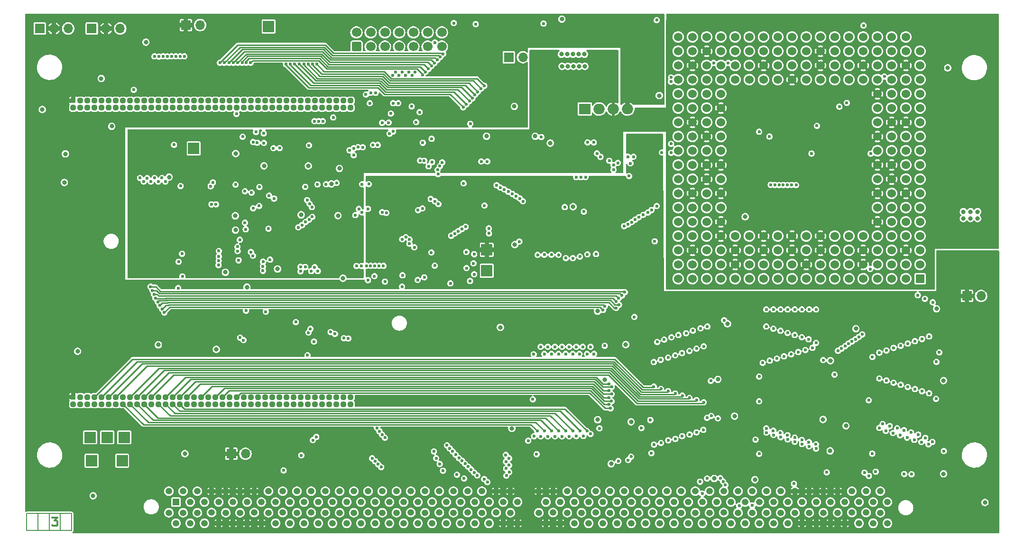
<source format=gbr>
G04 #@! TF.GenerationSoftware,KiCad,Pcbnew,7.0.6-0*
G04 #@! TF.CreationDate,2024-02-09T11:26:58+01:00*
G04 #@! TF.ProjectId,Z3660_v021b,5a333636-305f-4763-9032-31622e6b6963,v0.21a*
G04 #@! TF.SameCoordinates,Original*
G04 #@! TF.FileFunction,Copper,L3,Inr*
G04 #@! TF.FilePolarity,Positive*
%FSLAX46Y46*%
G04 Gerber Fmt 4.6, Leading zero omitted, Abs format (unit mm)*
G04 Created by KiCad (PCBNEW 7.0.6-0) date 2024-02-09 11:26:58*
%MOMM*%
%LPD*%
G01*
G04 APERTURE LIST*
G04 Aperture macros list*
%AMRoundRect*
0 Rectangle with rounded corners*
0 $1 Rounding radius*
0 $2 $3 $4 $5 $6 $7 $8 $9 X,Y pos of 4 corners*
0 Add a 4 corners polygon primitive as box body*
4,1,4,$2,$3,$4,$5,$6,$7,$8,$9,$2,$3,0*
0 Add four circle primitives for the rounded corners*
1,1,$1+$1,$2,$3*
1,1,$1+$1,$4,$5*
1,1,$1+$1,$6,$7*
1,1,$1+$1,$8,$9*
0 Add four rect primitives between the rounded corners*
20,1,$1+$1,$2,$3,$4,$5,0*
20,1,$1+$1,$4,$5,$6,$7,0*
20,1,$1+$1,$6,$7,$8,$9,0*
20,1,$1+$1,$8,$9,$2,$3,0*%
G04 Aperture macros list end*
G04 #@! TA.AperFunction,NonConductor*
%ADD10C,0.150000*%
G04 #@! TD*
%ADD11C,0.300000*%
G04 #@! TA.AperFunction,NonConductor*
%ADD12C,0.300000*%
G04 #@! TD*
G04 #@! TA.AperFunction,ComponentPad*
%ADD13R,1.700000X1.700000*%
G04 #@! TD*
G04 #@! TA.AperFunction,ComponentPad*
%ADD14O,1.700000X1.700000*%
G04 #@! TD*
G04 #@! TA.AperFunction,ComponentPad*
%ADD15RoundRect,0.250000X0.600000X-0.600000X0.600000X0.600000X-0.600000X0.600000X-0.600000X-0.600000X0*%
G04 #@! TD*
G04 #@! TA.AperFunction,ComponentPad*
%ADD16C,1.700000*%
G04 #@! TD*
G04 #@! TA.AperFunction,ComponentPad*
%ADD17R,2.000000X2.000000*%
G04 #@! TD*
G04 #@! TA.AperFunction,ComponentPad*
%ADD18R,2.000000X1.905000*%
G04 #@! TD*
G04 #@! TA.AperFunction,ComponentPad*
%ADD19O,2.000000X1.905000*%
G04 #@! TD*
G04 #@! TA.AperFunction,ComponentPad*
%ADD20C,1.524000*%
G04 #@! TD*
G04 #@! TA.AperFunction,ComponentPad*
%ADD21R,1.524000X1.524000*%
G04 #@! TD*
G04 #@! TA.AperFunction,ComponentPad*
%ADD22R,0.950000X0.950000*%
G04 #@! TD*
G04 #@! TA.AperFunction,ComponentPad*
%ADD23RoundRect,0.237500X-0.237500X0.237500X-0.237500X-0.237500X0.237500X-0.237500X0.237500X0.237500X0*%
G04 #@! TD*
G04 #@! TA.AperFunction,ComponentPad*
%ADD24R,1.200000X1.200000*%
G04 #@! TD*
G04 #@! TA.AperFunction,ComponentPad*
%ADD25O,1.200000X1.200000*%
G04 #@! TD*
G04 #@! TA.AperFunction,ViaPad*
%ADD26C,0.800000*%
G04 #@! TD*
G04 #@! TA.AperFunction,ViaPad*
%ADD27C,0.600000*%
G04 #@! TD*
G04 #@! TA.AperFunction,Conductor*
%ADD28C,0.250000*%
G04 #@! TD*
G04 APERTURE END LIST*
D10*
X80576000Y-118999000D02*
X88576000Y-118999000D01*
X80576000Y-122047000D02*
X80576000Y-118999000D01*
X84582000Y-118999000D02*
X84582000Y-122047000D01*
X88576000Y-122047000D02*
X80576000Y-122047000D01*
X86582000Y-118999000D02*
X86582000Y-122047000D01*
X82582000Y-118999000D02*
X82582000Y-122047000D01*
X88576000Y-118999000D02*
X88576000Y-122047000D01*
D11*
D12*
X85156000Y-119701328D02*
X86084572Y-119701328D01*
X86084572Y-119701328D02*
X85584572Y-120272757D01*
X85584572Y-120272757D02*
X85798857Y-120272757D01*
X85798857Y-120272757D02*
X85941715Y-120344185D01*
X85941715Y-120344185D02*
X86013143Y-120415614D01*
X86013143Y-120415614D02*
X86084572Y-120558471D01*
X86084572Y-120558471D02*
X86084572Y-120915614D01*
X86084572Y-120915614D02*
X86013143Y-121058471D01*
X86013143Y-121058471D02*
X85941715Y-121129900D01*
X85941715Y-121129900D02*
X85798857Y-121201328D01*
X85798857Y-121201328D02*
X85370286Y-121201328D01*
X85370286Y-121201328D02*
X85227429Y-121129900D01*
X85227429Y-121129900D02*
X85156000Y-121058471D01*
D13*
X248412000Y-80137000D03*
D14*
X250952000Y-80137000D03*
D13*
X108981000Y-31750000D03*
D14*
X111521000Y-31750000D03*
D15*
X139446000Y-35610800D03*
D16*
X139446000Y-33070800D03*
X141986000Y-35610800D03*
X141986000Y-33070800D03*
X144526000Y-35610800D03*
X144526000Y-33070800D03*
X147066000Y-35610800D03*
X147066000Y-33070800D03*
X149606000Y-35610800D03*
X149606000Y-33070800D03*
X152146000Y-35610800D03*
X152146000Y-33070800D03*
X154686000Y-35610800D03*
X154686000Y-33070800D03*
D17*
X123768000Y-32004000D03*
X162712400Y-75641200D03*
X110388400Y-53797200D03*
X92178000Y-109551600D03*
X97613600Y-109551600D03*
X94921200Y-105386000D03*
D13*
X166624000Y-37490400D03*
D14*
X169164000Y-37490400D03*
D13*
X117094000Y-108331000D03*
D14*
X119634000Y-108331000D03*
D17*
X97969200Y-105386000D03*
D13*
X82895300Y-32361200D03*
D14*
X85435300Y-32361200D03*
X87975300Y-32361200D03*
D18*
X180213000Y-46736000D03*
D19*
X182753000Y-46736000D03*
X185293000Y-46736000D03*
X187833000Y-46736000D03*
D13*
X92191700Y-32361200D03*
D14*
X94731700Y-32361200D03*
X97271700Y-32361200D03*
D17*
X91873200Y-105386000D03*
X162712400Y-71882000D03*
D20*
X204495000Y-41490900D03*
X207035000Y-41490900D03*
X209575000Y-41490900D03*
X212115000Y-41490900D03*
X214655000Y-41490900D03*
X217195000Y-41490900D03*
X219735000Y-41490900D03*
X222275000Y-41490900D03*
X224815000Y-41490900D03*
X227355000Y-41490900D03*
X229895000Y-41490900D03*
X232435000Y-41490900D03*
X204495000Y-44030900D03*
X232435000Y-44030900D03*
X204495000Y-46570900D03*
X204495000Y-49110900D03*
X204495000Y-51650900D03*
X232435000Y-51650900D03*
X204495000Y-54190900D03*
X204495000Y-56730900D03*
X232435000Y-56730900D03*
X204495000Y-59270900D03*
X232435000Y-59270900D03*
X204495000Y-61810900D03*
X232435000Y-61810900D03*
X204495000Y-64350900D03*
X232435000Y-64350900D03*
X204495000Y-66890900D03*
X232435000Y-66890900D03*
X204495000Y-69430900D03*
X212115000Y-69430900D03*
X217195000Y-69430900D03*
X222275000Y-69430900D03*
X196875000Y-33870900D03*
X199415000Y-33870900D03*
X201955000Y-33870900D03*
X204495000Y-33870900D03*
X207035000Y-33870900D03*
X209575000Y-33870900D03*
X212115000Y-33870900D03*
X214655000Y-33870900D03*
X217195000Y-33870900D03*
X219735000Y-33870900D03*
X222275000Y-33870900D03*
X224815000Y-33870900D03*
X227355000Y-33870900D03*
X229895000Y-33870900D03*
X232435000Y-33870900D03*
X234975000Y-33870900D03*
X237515000Y-33870900D03*
X196875000Y-36410900D03*
X199415000Y-36410900D03*
X201955000Y-36410900D03*
X204495000Y-36410900D03*
X207035000Y-36410900D03*
X209575000Y-36410900D03*
X212115000Y-36410900D03*
X214655000Y-36410900D03*
X217195000Y-36410900D03*
X219735000Y-36410900D03*
X222275000Y-36410900D03*
X224815000Y-36410900D03*
X227355000Y-36410900D03*
X229895000Y-36410900D03*
X232435000Y-36410900D03*
X234975000Y-36410900D03*
X237515000Y-36410900D03*
X240055000Y-36410900D03*
X196875000Y-38950900D03*
X199415000Y-38950900D03*
X201955000Y-38950900D03*
X204495000Y-38950900D03*
X207035000Y-38950900D03*
X209575000Y-38950900D03*
X212115000Y-38950900D03*
X214655000Y-38950900D03*
X217195000Y-38950900D03*
X219735000Y-38950900D03*
X222275000Y-38950900D03*
X224815000Y-38950900D03*
X227355000Y-38950900D03*
X229895000Y-38950900D03*
X232435000Y-38950900D03*
X234975000Y-38950900D03*
X237515000Y-38950900D03*
X240055000Y-38950900D03*
X196875000Y-41490900D03*
X199415000Y-41490900D03*
X201955000Y-41490900D03*
X234975000Y-41490900D03*
X237515000Y-41490900D03*
X240055000Y-41490900D03*
X196875000Y-44030900D03*
X199415000Y-44030900D03*
X201955000Y-44030900D03*
X234975000Y-44030900D03*
X237515000Y-44030900D03*
X240055000Y-44030900D03*
X196875000Y-46570900D03*
X199415000Y-46570900D03*
X201955000Y-46570900D03*
X234975000Y-46570900D03*
X237515000Y-46570900D03*
X240055000Y-46570900D03*
X196875000Y-49110900D03*
X199415000Y-49110900D03*
X201955000Y-49110900D03*
X234975000Y-49110900D03*
X237515000Y-49110900D03*
X240055000Y-49110900D03*
X196875000Y-51650900D03*
X199415000Y-51650900D03*
X201955000Y-51650900D03*
X234975000Y-51650900D03*
X237515000Y-51650900D03*
X240055000Y-51650900D03*
X196875000Y-54190900D03*
X199415000Y-54190900D03*
X201955000Y-54190900D03*
X234975000Y-54190900D03*
X237515000Y-54190900D03*
X240055000Y-54190900D03*
X196875000Y-56730900D03*
X199415000Y-56730900D03*
X201955000Y-56730900D03*
X234975000Y-56730900D03*
X237515000Y-56730900D03*
X240055000Y-56730900D03*
X196875000Y-59270900D03*
X199415000Y-59270900D03*
X201955000Y-59270900D03*
X234975000Y-59270900D03*
X237515000Y-59270900D03*
X240055000Y-59270900D03*
X196875000Y-61810900D03*
X199415000Y-61810900D03*
X201955000Y-61810900D03*
X234975000Y-61810900D03*
X237515000Y-61810900D03*
X240055000Y-61810900D03*
X196875000Y-64350900D03*
X199415000Y-64350900D03*
X201955000Y-64350900D03*
X234975000Y-64350900D03*
X237515000Y-64350900D03*
X240055000Y-64350900D03*
X196875000Y-66890900D03*
X199415000Y-66890900D03*
X201955000Y-66890900D03*
X234975000Y-66890900D03*
X237515000Y-66890900D03*
X240055000Y-66890900D03*
X196875000Y-69430900D03*
X199415000Y-69430900D03*
X201955000Y-69430900D03*
X234975000Y-69430900D03*
X237515000Y-69430900D03*
X240055000Y-69430900D03*
X196875000Y-71970900D03*
X199415000Y-71970900D03*
X201955000Y-71970900D03*
X204495000Y-71970900D03*
X207035000Y-71970900D03*
X209575000Y-71970900D03*
X212115000Y-71970900D03*
X214655000Y-71970900D03*
X217195000Y-71970900D03*
X219735000Y-71970900D03*
X222275000Y-71970900D03*
X224815000Y-71970900D03*
X227355000Y-71970900D03*
X229895000Y-71970900D03*
X232435000Y-71970900D03*
X234975000Y-71970900D03*
X237515000Y-71970900D03*
X240055000Y-71970900D03*
X196875000Y-74510900D03*
X199415000Y-74510900D03*
X201955000Y-74510900D03*
X204495000Y-74510900D03*
X207035000Y-74510900D03*
X209575000Y-74510900D03*
X212115000Y-74510900D03*
X214655000Y-74510900D03*
X217195000Y-74510900D03*
X219735000Y-74510900D03*
X222275000Y-74510900D03*
X224815000Y-74510900D03*
X227355000Y-74510900D03*
X229895000Y-74510900D03*
X232435000Y-74510900D03*
X234975000Y-74510900D03*
X214655000Y-69430900D03*
X219735000Y-69430900D03*
X224815000Y-69430900D03*
X227355000Y-69430900D03*
X232435000Y-46570900D03*
X232435000Y-49110900D03*
X232435000Y-54190900D03*
X237515000Y-74510900D03*
X240055000Y-74510900D03*
X196875000Y-77050900D03*
X199415000Y-77050900D03*
X201955000Y-77050900D03*
X204495000Y-77050900D03*
X207035000Y-77050900D03*
X209575000Y-77050900D03*
X212115000Y-77050900D03*
X214655000Y-77050900D03*
X217195000Y-77050900D03*
X219735000Y-77050900D03*
X222275000Y-77050900D03*
X224815000Y-77050900D03*
X227355000Y-77050900D03*
X229895000Y-77050900D03*
X232435000Y-77050900D03*
X234975000Y-77050900D03*
X237515000Y-77050900D03*
D21*
X240055000Y-77050900D03*
D20*
X207035000Y-69430900D03*
X209575000Y-69430900D03*
X229895000Y-69430900D03*
X232435000Y-69430900D03*
D22*
X88883000Y-45256500D03*
D23*
X88883000Y-46526500D03*
X90153000Y-45256500D03*
X90153000Y-46526500D03*
X91423000Y-45256500D03*
X91423000Y-46526500D03*
X92693000Y-45256500D03*
X92693000Y-46526500D03*
X93963000Y-45256500D03*
X93963000Y-46526500D03*
X95233000Y-45256500D03*
X95233000Y-46526500D03*
X96503000Y-45256500D03*
X96503000Y-46526500D03*
X97773000Y-45256500D03*
X97773000Y-46526500D03*
X99043000Y-45256500D03*
X99043000Y-46526500D03*
X100313000Y-45256500D03*
X100313000Y-46526500D03*
X101583000Y-45256500D03*
X101583000Y-46526500D03*
X102853000Y-45256500D03*
X102853000Y-46526500D03*
X104123000Y-45256500D03*
X104123000Y-46526500D03*
X105393000Y-45256500D03*
X105393000Y-46526500D03*
X106663000Y-45256500D03*
X106663000Y-46526500D03*
X107933000Y-45256500D03*
X107933000Y-46526500D03*
X109203000Y-45256500D03*
X109203000Y-46526500D03*
X110473000Y-45256500D03*
X110473000Y-46526500D03*
X111743000Y-45256500D03*
X111743000Y-46526500D03*
X113013000Y-45256500D03*
X113013000Y-46526500D03*
X114283000Y-45256500D03*
X114283000Y-46526500D03*
X115553000Y-45256500D03*
X115553000Y-46526500D03*
X116823000Y-45256500D03*
X116823000Y-46526500D03*
X118093000Y-45256500D03*
X118093000Y-46526500D03*
X119363000Y-45256500D03*
X119363000Y-46526500D03*
X120633000Y-45256500D03*
X120633000Y-46526500D03*
X121903000Y-45256500D03*
X121903000Y-46526500D03*
X123173000Y-45256500D03*
X123173000Y-46526500D03*
X124443000Y-45256500D03*
X124443000Y-46526500D03*
X125713000Y-45256500D03*
X125713000Y-46526500D03*
X126983000Y-45256500D03*
X126983000Y-46526500D03*
X128253000Y-45256500D03*
X128253000Y-46526500D03*
X129523000Y-45256500D03*
X129523000Y-46526500D03*
X130793000Y-45256500D03*
X130793000Y-46526500D03*
X132063000Y-45256500D03*
X132063000Y-46526500D03*
X133333000Y-45256500D03*
X133333000Y-46526500D03*
X134603000Y-45256500D03*
X134603000Y-46526500D03*
X135873000Y-45256500D03*
X135873000Y-46526500D03*
X137143000Y-45256500D03*
X137143000Y-46526500D03*
X138413000Y-45256500D03*
X138413000Y-46526500D03*
D22*
X88883000Y-98193000D03*
D23*
X88883000Y-99463000D03*
X90153000Y-98193000D03*
X90153000Y-99463000D03*
X91423000Y-98193000D03*
X91423000Y-99463000D03*
X92693000Y-98193000D03*
X92693000Y-99463000D03*
X93963000Y-98193000D03*
X93963000Y-99463000D03*
X95233000Y-98193000D03*
X95233000Y-99463000D03*
X96503000Y-98193000D03*
X96503000Y-99463000D03*
X97773000Y-98193000D03*
X97773000Y-99463000D03*
X99043000Y-98193000D03*
X99043000Y-99463000D03*
X100313000Y-98193000D03*
X100313000Y-99463000D03*
X101583000Y-98193000D03*
X101583000Y-99463000D03*
X102853000Y-98193000D03*
X102853000Y-99463000D03*
X104123000Y-98193000D03*
X104123000Y-99463000D03*
X105393000Y-98193000D03*
X105393000Y-99463000D03*
X106663000Y-98193000D03*
X106663000Y-99463000D03*
X107933000Y-98193000D03*
X107933000Y-99463000D03*
X109203000Y-98193000D03*
X109203000Y-99463000D03*
X110473000Y-98193000D03*
X110473000Y-99463000D03*
X111743000Y-98193000D03*
X111743000Y-99463000D03*
X113013000Y-98193000D03*
X113013000Y-99463000D03*
X114283000Y-98193000D03*
X114283000Y-99463000D03*
X115553000Y-98193000D03*
X115553000Y-99463000D03*
X116823000Y-98193000D03*
X116823000Y-99463000D03*
X118093000Y-98193000D03*
X118093000Y-99463000D03*
X119363000Y-98193000D03*
X119363000Y-99463000D03*
X120633000Y-98193000D03*
X120633000Y-99463000D03*
X121903000Y-98193000D03*
X121903000Y-99463000D03*
X123173000Y-98193000D03*
X123173000Y-99463000D03*
X124443000Y-98193000D03*
X124443000Y-99463000D03*
X125713000Y-98193000D03*
X125713000Y-99463000D03*
X126983000Y-98193000D03*
X126983000Y-99463000D03*
X128253000Y-98193000D03*
X128253000Y-99463000D03*
X129523000Y-98193000D03*
X129523000Y-99463000D03*
X130793000Y-98193000D03*
X130793000Y-99463000D03*
X132063000Y-98193000D03*
X132063000Y-99463000D03*
X133333000Y-98193000D03*
X133333000Y-99463000D03*
X134603000Y-98193000D03*
X134603000Y-99463000D03*
X135873000Y-98193000D03*
X135873000Y-99463000D03*
X137143000Y-98193000D03*
X137143000Y-99463000D03*
X138413000Y-98193000D03*
X138413000Y-99463000D03*
D24*
X107239000Y-116954500D03*
D25*
X105964986Y-115024415D03*
X107234986Y-120739415D03*
X105964986Y-118859500D03*
X109774986Y-116954500D03*
X108504986Y-115024415D03*
X109774986Y-120739415D03*
X108504986Y-118859500D03*
X112314986Y-116929415D03*
X111044986Y-115024415D03*
X112314986Y-120739415D03*
X111044986Y-118859500D03*
X114854986Y-116954500D03*
X113584986Y-115024415D03*
X114854986Y-120739415D03*
X113584986Y-118834415D03*
X117394986Y-116954500D03*
X116124986Y-115024415D03*
X117394986Y-120739415D03*
X116124986Y-118859500D03*
X119934986Y-116954500D03*
X118664986Y-115024415D03*
X119934986Y-120739415D03*
X118664986Y-118859500D03*
X122474986Y-116954500D03*
X121204986Y-115024415D03*
X122474986Y-120739415D03*
X121204986Y-118834415D03*
X125014986Y-116954500D03*
X123744986Y-115024415D03*
X125014986Y-120739415D03*
X123744986Y-118859500D03*
X127554986Y-116954500D03*
X126284986Y-115024415D03*
X127554986Y-120739415D03*
X126284986Y-118834415D03*
X130094986Y-116954500D03*
X128824986Y-115024415D03*
X130094986Y-120739415D03*
X128824986Y-118859500D03*
X132634986Y-116929415D03*
X131364986Y-115024415D03*
X132634986Y-120739415D03*
X131364986Y-118834415D03*
X135174986Y-116954500D03*
X133904986Y-115024415D03*
X135174986Y-120739415D03*
X133904986Y-118859500D03*
X137714986Y-116929415D03*
X136444986Y-115024415D03*
X137714986Y-120739415D03*
X136444986Y-118859500D03*
X140254986Y-116954500D03*
X138984986Y-115024415D03*
X140254986Y-120739415D03*
X138984986Y-118859500D03*
X142794986Y-116954500D03*
X141524986Y-115024415D03*
X142794986Y-120739415D03*
X141524986Y-118834415D03*
X145334986Y-116954500D03*
X144064986Y-115024415D03*
X145334986Y-120739415D03*
X144064986Y-118859500D03*
X147874986Y-116954500D03*
X146604986Y-115024415D03*
X147874986Y-120739415D03*
X146604986Y-118859500D03*
X150414986Y-116954500D03*
X149144986Y-115024415D03*
X150414986Y-120739415D03*
X149144986Y-118834415D03*
X152954986Y-116954500D03*
X151684986Y-115024415D03*
X152954986Y-120739415D03*
X151684986Y-118859500D03*
X155494986Y-116954500D03*
X154224986Y-115024415D03*
X155494986Y-120739415D03*
X154224986Y-118834415D03*
X158034986Y-116954500D03*
X156764986Y-115024415D03*
X158034986Y-120739415D03*
X156764986Y-118859500D03*
X160574986Y-116954500D03*
X159304986Y-115024415D03*
X160574986Y-120739415D03*
X159304986Y-118834415D03*
X163114986Y-116954500D03*
X161844986Y-115024415D03*
X163114986Y-120739415D03*
X161844986Y-118859500D03*
X165654986Y-116954500D03*
X164384986Y-115024415D03*
X165654986Y-120739415D03*
X164384986Y-118834415D03*
X168194986Y-116929415D03*
X166924986Y-115024415D03*
X168194986Y-120739415D03*
X166924986Y-118859500D03*
X173274986Y-116929415D03*
X172004986Y-115024415D03*
X173274986Y-120739415D03*
X172004986Y-118859500D03*
X175814986Y-116929415D03*
X174544986Y-115024415D03*
X175814986Y-120739415D03*
X174544986Y-118834415D03*
X178354986Y-116929415D03*
X177084986Y-115024415D03*
X178354986Y-120739415D03*
X177084986Y-118859500D03*
X180894986Y-116954500D03*
X179624986Y-115024415D03*
X180894986Y-120739415D03*
X179624986Y-118859500D03*
X183434986Y-116954500D03*
X182164986Y-115024415D03*
X183434986Y-120739415D03*
X182164986Y-118834415D03*
X185974986Y-116929415D03*
X184704986Y-115024415D03*
X185974986Y-120739415D03*
X184704986Y-118859500D03*
X188514986Y-116954500D03*
X187244986Y-115024415D03*
X188514986Y-120739415D03*
X187244986Y-118859500D03*
X191054986Y-116929415D03*
X189784986Y-115024415D03*
X191054986Y-120739415D03*
X189784986Y-118859500D03*
X193594986Y-116929415D03*
X192324986Y-115024415D03*
X193594986Y-120739415D03*
X192324986Y-118834415D03*
X196134986Y-116929415D03*
X194864986Y-115024415D03*
X196134986Y-120739415D03*
X194864986Y-118859500D03*
X198674986Y-116954500D03*
X197404986Y-115024415D03*
X198674986Y-120739415D03*
X197404986Y-118859500D03*
X201219000Y-116954500D03*
X199944986Y-115024415D03*
X201214986Y-120739415D03*
X199944986Y-118859500D03*
X203754986Y-116929415D03*
X202484986Y-115024415D03*
X203754986Y-120739415D03*
X202484986Y-118859500D03*
X206294986Y-116954500D03*
X205024986Y-115024415D03*
X206294986Y-120739415D03*
X205024986Y-118834415D03*
X208834986Y-116954500D03*
X207564986Y-115024415D03*
X208834986Y-120739415D03*
X207564986Y-118859500D03*
X211379000Y-116954500D03*
X210104986Y-115024415D03*
X211374986Y-120739415D03*
X210104986Y-118859500D03*
X213919000Y-116954500D03*
X212644986Y-115024415D03*
X213914986Y-120739415D03*
X212644986Y-118859500D03*
X216454986Y-116954500D03*
X215184986Y-115024415D03*
X216454986Y-120739415D03*
X215184986Y-118859500D03*
X218994986Y-116954500D03*
X217724986Y-115024415D03*
X218994986Y-120739415D03*
X217724986Y-118859500D03*
X221534986Y-116954500D03*
X220264986Y-115024415D03*
X221534986Y-120739415D03*
X220264986Y-118859500D03*
X224074986Y-116954500D03*
X222804986Y-115024415D03*
X224074986Y-120739415D03*
X222804986Y-118859500D03*
X226614986Y-116954500D03*
X225344986Y-115024415D03*
X226614986Y-120739415D03*
X225344986Y-118859500D03*
X229154986Y-116954500D03*
X227884986Y-115024415D03*
X229154986Y-120739415D03*
X227884986Y-118834415D03*
X231694986Y-116954500D03*
X230424986Y-115024415D03*
X231694986Y-120739415D03*
X230424986Y-118834415D03*
X234234986Y-116954500D03*
X232964986Y-115024415D03*
X234234986Y-120739415D03*
X232964986Y-118859500D03*
D26*
X176107477Y-30690810D03*
X178077293Y-36969500D03*
X136398000Y-57368982D03*
X92440000Y-115824000D03*
X95758000Y-49834800D03*
X247777000Y-66294000D03*
X203962000Y-95032198D03*
X222732600Y-102187194D03*
X187522898Y-88818502D03*
X224002600Y-107812400D03*
X93878400Y-41300400D03*
X226822000Y-103334445D03*
X224045449Y-91691599D03*
X178119400Y-64185865D03*
X205673697Y-85098000D03*
X116051327Y-75909273D03*
X193497200Y-44348400D03*
X162661602Y-51612802D03*
X89662000Y-90017600D03*
X165137644Y-85740515D03*
X104063800Y-88864000D03*
X203300000Y-112739800D03*
X130849500Y-56903872D03*
X177165000Y-39116000D03*
X188468000Y-102616000D03*
X183769000Y-95123000D03*
X125349000Y-75311000D03*
X179197000Y-39116000D03*
X167175000Y-103789498D03*
X210566000Y-112947670D03*
X250316950Y-65087500D03*
X176149000Y-39116000D03*
X182499000Y-102235000D03*
X249047000Y-66294000D03*
X136144000Y-65786000D03*
X244246400Y-95250000D03*
X242990500Y-82423000D03*
X228600000Y-85979000D03*
X176020094Y-36969500D03*
X180144300Y-36969500D03*
X208835141Y-65985141D03*
X134975600Y-60131226D03*
X249047000Y-65087500D03*
X179122299Y-36969500D03*
X167629700Y-46280400D03*
X114427000Y-89676800D03*
X83362800Y-46837602D03*
X117887764Y-54692564D03*
X108818700Y-108305600D03*
X182480428Y-82858600D03*
X137033000Y-76962000D03*
X122936000Y-56896000D03*
X105997269Y-58899531D03*
X250317000Y-66294000D03*
X180213000Y-39116000D03*
X244246400Y-111912400D03*
X174040800Y-52832000D03*
X117823576Y-65818444D03*
X206933800Y-101600000D03*
X251637800Y-117017800D03*
X87299800Y-59857200D03*
X117855992Y-68377217D03*
X119888000Y-78552412D03*
X87477600Y-54762400D03*
X129565400Y-65648400D03*
X247777008Y-65087500D03*
X184912000Y-110109000D03*
X101854000Y-34798000D03*
X178181000Y-39116000D03*
D27*
X221640400Y-49733200D03*
D26*
X167711400Y-70967602D03*
X177068242Y-36969500D03*
X245000000Y-39400000D03*
X180961720Y-30690810D03*
X181991000Y-30690810D03*
X184023000Y-30690810D03*
X84963000Y-115824000D03*
X188976000Y-52578000D03*
X228727000Y-83947000D03*
X207010000Y-99110800D03*
X188000000Y-52600008D03*
X183007000Y-30690810D03*
X185039000Y-30690810D03*
X189864951Y-52578491D03*
X189865000Y-51689000D03*
X179958443Y-30690810D03*
X208661000Y-83185000D03*
X188067505Y-30690810D03*
X188468000Y-100635003D03*
X167182914Y-99537510D03*
D27*
X231241579Y-54711621D03*
D26*
X189083505Y-30690810D03*
X188290926Y-84597974D03*
X168351200Y-69137000D03*
X249046999Y-76962000D03*
X167868600Y-82971200D03*
X250380503Y-76961998D03*
X89859901Y-57591295D03*
X177907505Y-30690810D03*
X247650001Y-76962000D03*
X243382800Y-117017798D03*
X210018000Y-99060000D03*
X186054443Y-30690810D03*
X171348402Y-51612800D03*
X83362800Y-54762398D03*
D27*
X220675200Y-54711600D03*
D26*
X100584000Y-108305600D03*
X190753951Y-52578491D03*
X230211000Y-102733995D03*
X188976049Y-51688509D03*
X187070443Y-30690810D03*
X227116862Y-99291030D03*
X191121720Y-30690810D03*
X190099505Y-30690810D03*
X188023016Y-51688514D03*
X178929720Y-30690810D03*
X190754000Y-51689000D03*
D27*
X221458418Y-106641000D03*
X241548011Y-106627529D03*
X229743000Y-86995000D03*
X241681000Y-87376000D03*
X221488000Y-82550000D03*
X220206990Y-106241000D03*
X240284000Y-106232500D03*
X220261022Y-82550000D03*
X229142363Y-87443318D03*
X240411000Y-87823500D03*
X218948000Y-105841000D03*
X239014000Y-105832989D03*
X238531404Y-111977996D03*
X239141000Y-88223011D03*
X218948000Y-82550000D03*
X228522450Y-87864581D03*
X237744000Y-105433478D03*
X237210595Y-111936405D03*
X217678001Y-105441000D03*
X227886238Y-88260799D03*
X217678000Y-82550000D03*
X237871000Y-88646000D03*
X216385250Y-105005522D03*
X236474000Y-105033967D03*
X227250503Y-88657783D03*
X236601000Y-89027000D03*
X216408000Y-82550000D03*
X235208289Y-104636782D03*
X215106518Y-104606011D03*
X226652239Y-89109262D03*
X215138000Y-82550000D03*
X235331000Y-89421544D03*
X213836518Y-104206500D03*
X233934000Y-104234945D03*
X226026675Y-89522086D03*
X234061000Y-89871533D03*
X213868000Y-82550000D03*
X232791010Y-103715262D03*
X212599242Y-103787200D03*
X232791000Y-90271044D03*
X217550996Y-113665000D03*
X225399608Y-89932624D03*
X212598000Y-82550000D03*
X192517741Y-91948017D03*
X204397269Y-112667299D03*
X172974000Y-90490500D03*
X193751206Y-91548002D03*
X204891974Y-113275960D03*
X174244000Y-90490500D03*
X205308000Y-113900000D03*
X175524509Y-90490500D03*
X195071998Y-91148000D03*
X196342000Y-90747994D03*
X176784000Y-90490500D03*
X197561200Y-90347996D03*
X178054000Y-90490500D03*
X201168000Y-115443000D03*
X198881820Y-89947985D03*
X179252100Y-90490500D03*
X200787001Y-113309027D03*
X180594000Y-90490500D03*
X200151874Y-89547980D03*
X207772000Y-117602000D03*
X202038403Y-112725200D03*
X201422000Y-89147998D03*
X210108802Y-117551200D03*
X181850245Y-90490500D03*
X130962400Y-53238400D03*
X172440600Y-51739800D03*
X166161681Y-110968633D03*
X151552608Y-76801501D03*
X122751841Y-74860907D03*
X144239369Y-74761431D03*
X150368000Y-77276500D03*
X166195000Y-112220000D03*
X131495800Y-64260600D03*
X154062090Y-63702216D03*
X166703000Y-111591001D03*
X148894800Y-70048997D03*
X119674500Y-68242200D03*
X131072191Y-63641682D03*
X153466802Y-63246004D03*
X130656303Y-63017549D03*
X152700874Y-62822287D03*
X108377606Y-76627608D03*
X149779331Y-71454670D03*
X156210000Y-77892600D03*
X143489382Y-74756609D03*
X147605059Y-70013033D03*
X107701301Y-74010301D03*
X118618000Y-70104000D03*
X148894800Y-70799000D03*
X148260592Y-69648643D03*
X108310901Y-72587901D03*
X122746729Y-75636201D03*
X147675598Y-76454000D03*
X147583400Y-78467600D03*
X142734590Y-74761400D03*
X142646400Y-76606400D03*
X130708400Y-90728800D03*
X128625598Y-84785200D03*
X141969788Y-74761400D03*
X141500000Y-77317600D03*
X131368800Y-75692014D03*
X131852000Y-88293400D03*
X130318513Y-74956541D03*
X141219794Y-74761400D03*
X135890000Y-59943996D03*
X145188345Y-49174400D03*
X113563403Y-63779399D03*
X121513413Y-50850603D03*
X139241964Y-65700600D03*
X186108011Y-56375000D03*
X121005600Y-64465200D03*
X134010400Y-60198000D03*
X144038345Y-49205229D03*
X141986000Y-43840400D03*
X144018000Y-65176400D03*
X188104487Y-58722113D03*
X188346674Y-56449938D03*
X144780000Y-65289400D03*
X142866404Y-43856831D03*
X141822827Y-45716982D03*
X160731204Y-31597600D03*
X107619800Y-78732603D03*
X114884202Y-72100000D03*
X146908302Y-45714698D03*
X132537196Y-75692000D03*
X145999196Y-45720000D03*
X131963647Y-75007508D03*
X133448341Y-48924500D03*
X171075000Y-90551000D03*
X183769000Y-89027000D03*
X118397848Y-73771536D03*
X160324800Y-74320400D03*
X122072400Y-64041706D03*
X180340000Y-58922700D03*
X224784513Y-94178087D03*
X211328000Y-94538800D03*
X159081033Y-75157767D03*
X120599200Y-72288400D03*
X160462400Y-76263758D03*
X120976072Y-72962911D03*
X170925000Y-98600000D03*
X188468000Y-108839000D03*
X203962000Y-102000000D03*
X190301268Y-103727468D03*
X179527200Y-58924988D03*
X189052200Y-83885600D03*
X205078748Y-84490925D03*
X123839651Y-62230523D03*
X232136641Y-111523204D03*
X122783601Y-74015599D03*
X243484400Y-90220800D03*
X231546400Y-91033600D03*
X166098598Y-108515602D03*
X153416000Y-74726800D03*
X171600000Y-108400000D03*
X159715200Y-77470000D03*
X124002987Y-73660187D03*
X244298020Y-107850000D03*
X231521000Y-108300000D03*
X160462392Y-72669232D03*
X168520474Y-70424500D03*
X180035200Y-65074800D03*
X118235561Y-72112785D03*
X145588789Y-47552811D03*
X149301200Y-46278800D03*
X139442885Y-74780709D03*
X150723600Y-47299815D03*
X119278400Y-88036400D03*
X140360400Y-74777598D03*
X150088600Y-49098200D03*
X131949335Y-48924500D03*
X132698838Y-48924500D03*
X118028425Y-47612813D03*
X119126000Y-51679814D03*
X188899996Y-55275000D03*
X138961753Y-55003689D03*
X184588214Y-55975000D03*
X187900000Y-55275000D03*
X183000000Y-55300006D03*
X138201400Y-54116800D03*
X193954400Y-54507878D03*
X182372661Y-54666692D03*
X138963400Y-53761200D03*
X139729913Y-53564087D03*
X181800000Y-52700000D03*
X180699999Y-52700001D03*
X140563600Y-53584600D03*
X131546600Y-66004000D03*
X158276800Y-68172295D03*
X157616400Y-68572295D03*
X130984823Y-66500901D03*
X186189232Y-109619168D03*
X210693000Y-105800000D03*
X156984091Y-68975642D03*
X130351348Y-66929726D03*
X129725947Y-67493400D03*
X156346400Y-69372295D03*
X151536400Y-55981600D03*
X124612400Y-53746400D03*
X230142712Y-111697668D03*
X166126177Y-109718653D03*
X230911400Y-112282800D03*
X125727640Y-53720989D03*
X150783802Y-55959400D03*
X166700200Y-110368600D03*
X178675604Y-58924962D03*
X124739400Y-62752800D03*
X129057400Y-67883600D03*
X187943957Y-109448440D03*
X159054800Y-72288400D03*
X170100000Y-106000000D03*
X166700196Y-109133200D03*
X152806942Y-72376793D03*
X118194553Y-71340620D03*
X223393000Y-111622400D03*
X229971599Y-31833000D03*
X135300000Y-48260000D03*
X118668800Y-87579200D03*
X185327600Y-56758400D03*
X225653600Y-46329600D03*
X119532400Y-61417200D03*
X132486400Y-60221018D03*
X123252241Y-82944947D03*
X226974400Y-45653000D03*
X114362427Y-63765627D03*
X185327600Y-57571011D03*
X162818232Y-113381363D03*
X157734000Y-109102200D03*
X162243232Y-112846451D03*
X157159000Y-108496436D03*
X161010413Y-112191987D03*
X158648400Y-112725200D03*
X156616254Y-107899053D03*
X157378400Y-112064800D03*
X160458775Y-111683854D03*
X156085505Y-107369139D03*
X154896216Y-111359245D03*
X159922637Y-111157112D03*
X155590130Y-106806016D03*
X143865600Y-110693200D03*
X143306800Y-110185200D03*
X142773883Y-109657466D03*
X142233875Y-109136990D03*
X143547284Y-104324929D03*
X135600000Y-86900002D03*
X134830002Y-86569998D03*
X143118658Y-103709474D03*
X144526000Y-105460800D03*
X137979893Y-87720107D03*
X144021114Y-104906297D03*
X137200000Y-87671275D03*
X154305373Y-110160173D03*
X159390350Y-110628743D03*
X158838459Y-110120885D03*
X153684892Y-109123218D03*
X153280621Y-107912865D03*
X158309000Y-109584613D03*
X122887031Y-51103343D03*
X205790800Y-38506400D03*
X121740262Y-52758109D03*
X203200000Y-38506400D03*
X121000248Y-52636111D03*
X180648019Y-72710999D03*
X154736800Y-56286400D03*
X154330400Y-56946800D03*
X179324105Y-73100000D03*
X153924000Y-57607200D03*
X178075000Y-73399835D03*
X176825000Y-73365412D03*
X154005111Y-58389689D03*
X152946319Y-56235016D03*
X175514000Y-72800000D03*
X174244000Y-72771000D03*
X152321237Y-56981436D03*
X172974000Y-72771000D03*
X132270126Y-105323200D03*
X163067999Y-68071999D03*
X163093400Y-68961000D03*
X131663300Y-105898200D03*
X171785054Y-72785554D03*
X221488000Y-88519000D03*
X180594000Y-104267000D03*
X193141600Y-88341200D03*
X221491207Y-107390286D03*
X181229000Y-89214500D03*
X179838001Y-89214500D03*
X220157500Y-87884000D03*
X179324000Y-104267000D03*
X220220077Y-106990889D03*
X194377000Y-87937202D03*
X195662995Y-87530806D03*
X178054000Y-104267000D03*
X178689000Y-89214500D03*
X218948000Y-87503000D03*
X218992004Y-106589711D03*
X196917000Y-87124412D03*
X176784000Y-104267000D03*
X177419000Y-89214500D03*
X217678000Y-87122000D03*
X217678000Y-106191002D03*
X175514000Y-104267000D03*
X216410936Y-105754585D03*
X176149000Y-89214500D03*
X198282943Y-86797957D03*
X216408000Y-86741000D03*
X174244000Y-104267000D03*
X215156184Y-105368811D03*
X215139967Y-86360000D03*
X199498394Y-86319000D03*
X174879000Y-89214500D03*
X173610300Y-89214500D03*
X213886184Y-104969300D03*
X200856208Y-85919000D03*
X172974000Y-104267000D03*
X213868000Y-85979000D03*
X212644557Y-104555060D03*
X202082400Y-85598000D03*
X171704000Y-104267000D03*
X172339000Y-89214500D03*
X212598000Y-85598000D03*
X201362002Y-104055602D03*
X181229000Y-104775000D03*
X211963000Y-92075000D03*
X184794200Y-100203000D03*
X184495428Y-99515077D03*
X213233000Y-91694000D03*
X200152000Y-104500600D03*
X179959000Y-105156000D03*
X178689000Y-105170804D03*
X214503000Y-91313000D03*
X184970834Y-98933000D03*
X198907400Y-104900600D03*
X215773000Y-90932000D03*
X184531000Y-98298000D03*
X177419000Y-105221602D03*
X197586600Y-105170800D03*
X217043000Y-90551000D03*
X185003800Y-97663000D03*
X176149000Y-105221600D03*
X196367400Y-105678800D03*
X174879000Y-105221600D03*
X218313000Y-90170000D03*
X195097400Y-105932800D03*
X184531000Y-97028000D03*
X185003800Y-96393000D03*
X219583000Y-89789000D03*
X193802000Y-106390000D03*
X173609000Y-105221596D03*
X184509022Y-95818500D03*
X192557400Y-106694800D03*
X172339000Y-105221600D03*
X220853000Y-89408000D03*
X201422000Y-99139400D03*
X242256000Y-106200000D03*
X242316000Y-81280000D03*
X241681000Y-97536000D03*
X200152000Y-98739400D03*
X240986000Y-105499998D03*
X240919000Y-80645000D03*
X240411000Y-97155000D03*
X239716000Y-104921116D03*
X198882000Y-98339400D03*
X239141000Y-96774000D03*
X239649000Y-80010000D03*
X197612000Y-97939400D03*
X237871000Y-96393000D03*
X238446000Y-104521000D03*
X196342000Y-97539400D03*
X236601000Y-96012000D03*
X237176000Y-104140000D03*
X235331000Y-95631000D03*
X235966000Y-103759000D03*
X195072000Y-97139400D03*
X234636000Y-103394064D03*
X193802000Y-96739400D03*
X234061000Y-95250000D03*
X233366000Y-102997000D03*
X192518230Y-96333000D03*
X232791000Y-94866056D03*
X129459548Y-74930553D03*
X122926986Y-52814479D03*
X211339433Y-108339427D03*
X150428804Y-64822295D03*
X144526000Y-77571600D03*
X139871780Y-64603548D03*
X151207722Y-64495800D03*
X141499770Y-64588570D03*
X113811745Y-59878544D03*
X149921200Y-40154202D03*
X164449229Y-60371929D03*
X195626410Y-54567795D03*
X103378000Y-37338000D03*
X186827042Y-80046200D03*
X103013327Y-79152814D03*
X101463600Y-59708800D03*
X104164889Y-37363578D03*
X149346200Y-40719401D03*
X165118238Y-60775038D03*
X102073200Y-59099200D03*
X186252829Y-80536029D03*
X103288422Y-79850006D03*
X104913941Y-37337586D03*
X165850832Y-61101232D03*
X148771200Y-40156521D03*
X103566943Y-80545836D03*
X185791800Y-81127600D03*
X102733600Y-59708800D03*
X148196200Y-40719400D03*
X166568850Y-61514450D03*
X105688249Y-37352395D03*
X103978843Y-81172009D03*
X103394000Y-59048400D03*
X186296602Y-81722913D03*
X106437609Y-37337802D03*
X147574000Y-40154200D03*
X167280050Y-61920850D03*
X185791800Y-82277600D03*
X104054400Y-59708800D03*
X104318466Y-81840149D03*
X167936494Y-62323294D03*
X107188000Y-37338000D03*
X147046200Y-40719400D03*
X104755453Y-82449080D03*
X104714800Y-59048400D03*
X183769000Y-81958600D03*
X231140000Y-75336400D03*
X168594900Y-62723400D03*
X107950000Y-37338000D03*
X146424999Y-40154200D03*
X183452908Y-82638740D03*
X105324400Y-59708800D03*
X105127482Y-83099732D03*
X145896200Y-40719400D03*
X108712000Y-37338000D03*
X169169184Y-63223530D03*
X192109787Y-64797027D03*
X154921220Y-36899208D03*
X115062000Y-38481000D03*
X115862103Y-38493363D03*
X191465200Y-65227204D03*
X154390774Y-37429426D03*
X116703920Y-38477681D03*
X190648325Y-65635587D03*
X153881644Y-37980144D03*
X189835682Y-66088396D03*
X153353100Y-38518873D03*
X117475000Y-38481000D03*
X189167328Y-66493331D03*
X152822769Y-39049205D03*
X118268593Y-38481000D03*
X119036730Y-38481000D03*
X188568278Y-66944600D03*
X152292438Y-39579536D03*
X119786232Y-38480782D03*
X151762113Y-40109860D03*
X187920325Y-67344600D03*
X120535734Y-38481004D03*
X187238340Y-67665600D03*
X151221200Y-40665587D03*
X129455500Y-75742800D03*
X123738500Y-68124400D03*
X152857200Y-52070000D03*
X159766000Y-49377608D03*
X213156800Y-51663600D03*
X211328000Y-50800008D03*
X140439002Y-60189951D03*
X162791099Y-56122625D03*
X131219002Y-86013513D03*
X99695000Y-43307000D03*
X141129134Y-44164201D03*
X102671110Y-78486000D03*
X187356854Y-79471200D03*
X100803200Y-59048400D03*
X213386221Y-60287091D03*
X126873000Y-38735000D03*
X158510803Y-46445999D03*
X127635000Y-38735000D03*
X214135844Y-60310928D03*
X159066533Y-45890269D03*
X214885713Y-60325073D03*
X128397000Y-38735000D03*
X159606997Y-45349805D03*
X215635568Y-60310199D03*
X129221787Y-38732739D03*
X160137181Y-44819620D03*
X130048000Y-38735000D03*
X160573552Y-44196603D03*
X216395703Y-60325421D03*
X217144767Y-60299767D03*
X161103884Y-43666272D03*
X130810000Y-38735000D03*
X131572000Y-38735000D03*
X217932000Y-60325000D03*
X161686106Y-43087167D03*
X162257096Y-42600882D03*
X132334000Y-38735000D03*
X172847000Y-31496000D03*
X193040000Y-30861000D03*
X176631600Y-64262000D03*
X193040002Y-64075000D03*
X158546800Y-60026400D03*
X141642238Y-60159038D03*
X119736345Y-82758600D03*
X130877000Y-86681000D03*
X113414096Y-60541036D03*
X145341400Y-51155600D03*
X233680000Y-40944800D03*
X195578801Y-41855749D03*
X195606901Y-41106273D03*
X145983911Y-50768710D03*
X195610620Y-52953406D03*
X143235272Y-53171400D03*
X117856000Y-60248800D03*
X120717008Y-61671200D03*
X122123000Y-60655200D03*
X130308796Y-60631226D03*
X222758000Y-91592400D03*
X140446780Y-65203050D03*
X202692000Y-95300800D03*
X202029747Y-101903749D03*
X162274650Y-63988550D03*
X182818899Y-103785999D03*
X242976400Y-91897200D03*
X211328002Y-98958400D03*
X192097779Y-108226605D03*
X171136261Y-105185519D03*
X158937200Y-67772297D03*
X191899596Y-102301000D03*
X230886006Y-98755200D03*
X119522100Y-67057600D03*
X114824202Y-74625200D03*
X114858800Y-73066600D03*
X114850414Y-73871388D03*
X242916400Y-98499998D03*
X192685237Y-70375000D03*
X182219600Y-72644000D03*
X202774296Y-101566922D03*
X142392404Y-53171400D03*
X151282400Y-52771400D03*
X106872900Y-53138400D03*
X161728987Y-56127313D03*
X153437050Y-34865002D03*
X156819600Y-31394400D03*
X108051600Y-60502798D03*
X129590800Y-108610400D03*
X126441200Y-111302798D03*
D26*
X209296000Y-44069000D03*
X250316942Y-53213000D03*
X125222000Y-65659000D03*
X117099296Y-56890704D03*
D27*
X183800000Y-51000000D03*
D26*
X195141365Y-69325000D03*
X122428000Y-65659000D03*
X132718048Y-65659000D03*
X117398796Y-76454000D03*
X245500000Y-30900000D03*
X99060000Y-51547400D03*
X121158002Y-73812401D03*
D27*
X216941400Y-56159400D03*
D26*
X127508000Y-74985992D03*
X98983812Y-56997600D03*
X132461000Y-57023000D03*
X134518400Y-75184004D03*
X117754400Y-63542600D03*
X101600000Y-76454000D03*
X249046950Y-53213000D03*
X210159600Y-47650400D03*
D27*
X170764200Y-36743200D03*
D26*
X126465577Y-57114312D03*
X247777000Y-53213000D03*
D28*
X176641498Y-100314498D02*
X180594000Y-104267000D01*
X108784498Y-100314498D02*
X176641498Y-100314498D01*
X107933000Y-99463000D02*
X108784498Y-100314498D01*
X107914498Y-100714498D02*
X175771498Y-100714498D01*
X106663000Y-99463000D02*
X107914498Y-100714498D01*
X175771498Y-100714498D02*
X179324000Y-104267000D01*
X174901498Y-101114498D02*
X178054000Y-104267000D01*
X105393000Y-99463000D02*
X107044498Y-101114498D01*
X107044498Y-101114498D02*
X174901498Y-101114498D01*
X174031498Y-101514498D02*
X176784000Y-104267000D01*
X106174498Y-101514498D02*
X174031498Y-101514498D01*
X104123000Y-99463000D02*
X106174498Y-101514498D01*
X104034498Y-101914498D02*
X173161498Y-101914498D01*
X101583000Y-99463000D02*
X104034498Y-101914498D01*
X173161498Y-101914498D02*
X175514000Y-104267000D01*
X166290375Y-102314498D02*
X172291498Y-102314498D01*
X100313000Y-99463000D02*
X103174000Y-102324000D01*
X172291498Y-102314498D02*
X174244000Y-104267000D01*
X166280873Y-102324000D02*
X166290375Y-102314498D01*
X103174000Y-102324000D02*
X166280873Y-102324000D01*
X102304000Y-102724000D02*
X166446559Y-102724000D01*
X166446559Y-102724000D02*
X166456061Y-102714498D01*
X166456061Y-102714498D02*
X171421498Y-102714498D01*
X171421498Y-102714498D02*
X172974000Y-104267000D01*
X99043000Y-99463000D02*
X102304000Y-102724000D01*
X166621747Y-103114498D02*
X170551498Y-103114498D01*
X166612245Y-103124000D02*
X166621747Y-103114498D01*
X97773000Y-99463000D02*
X101434000Y-103124000D01*
X170551498Y-103114498D02*
X171704000Y-104267000D01*
X101434000Y-103124000D02*
X166612245Y-103124000D01*
X118908543Y-97447673D02*
X118916217Y-97439998D01*
X183818761Y-100203000D02*
X184794200Y-100203000D01*
X118093000Y-98193000D02*
X118838327Y-97447673D01*
X118916217Y-97439998D02*
X181055761Y-97440000D01*
X118838327Y-97447673D02*
X118908543Y-97447673D01*
X181055761Y-97440000D02*
X183818761Y-100203000D01*
X181221445Y-97039998D02*
X183696524Y-99515077D01*
X115553000Y-98193000D02*
X116706002Y-97039998D01*
X183696524Y-99515077D02*
X184495428Y-99515077D01*
X116706002Y-97039998D02*
X181221445Y-97039998D01*
X181387133Y-96640000D02*
X183680133Y-98933000D01*
X115828334Y-96647673D02*
X115836007Y-96639999D01*
X115836007Y-96639999D02*
X181387133Y-96640000D01*
X114283000Y-98193000D02*
X115828327Y-96647673D01*
X115828327Y-96647673D02*
X115828334Y-96647673D01*
X183680133Y-98933000D02*
X184970834Y-98933000D01*
X183610819Y-98298000D02*
X184531000Y-98298000D01*
X111743000Y-98193000D02*
X113696001Y-96239999D01*
X113696001Y-96239999D02*
X181552819Y-96240000D01*
X181552819Y-96240000D02*
X183610819Y-98298000D01*
X181718505Y-95840000D02*
X183541505Y-97663000D01*
X111556001Y-95839999D02*
X181718505Y-95840000D01*
X183541505Y-97663000D02*
X185003800Y-97663000D01*
X109203000Y-98193000D02*
X111556001Y-95839999D01*
X181884191Y-95440000D02*
X183472191Y-97028000D01*
X183472191Y-97028000D02*
X184531000Y-97028000D01*
X107933000Y-98193000D02*
X110686001Y-95439999D01*
X110686001Y-95439999D02*
X181884191Y-95440000D01*
X183402877Y-96393000D02*
X185003800Y-96393000D01*
X109816001Y-95039999D02*
X182049877Y-95040000D01*
X182049877Y-95040000D02*
X183402877Y-96393000D01*
X106663000Y-98193000D02*
X109816001Y-95039999D01*
X105393000Y-98193000D02*
X108946001Y-94639999D01*
X182215563Y-94640000D02*
X183394063Y-95818500D01*
X183394063Y-95818500D02*
X184509022Y-95818500D01*
X108946001Y-94639999D02*
X182215563Y-94640000D01*
X106806000Y-94240000D02*
X184412598Y-94240000D01*
X201247000Y-99314400D02*
X201422000Y-99139400D01*
X184412598Y-94240000D02*
X189486998Y-99314400D01*
X189486998Y-99314400D02*
X201247000Y-99314400D01*
X102853000Y-98193000D02*
X106806000Y-94240000D01*
X199977000Y-98914400D02*
X200152000Y-98739400D01*
X105936000Y-93840000D02*
X184578293Y-93840000D01*
X101583000Y-98193000D02*
X105936000Y-93840000D01*
X189652693Y-98914400D02*
X199977000Y-98914400D01*
X184578293Y-93840000D02*
X189652693Y-98914400D01*
X189818378Y-98514400D02*
X198707000Y-98514400D01*
X184743978Y-93440000D02*
X189818378Y-98514400D01*
X105066000Y-93440000D02*
X184743978Y-93440000D01*
X198707000Y-98514400D02*
X198882000Y-98339400D01*
X100313000Y-98193000D02*
X105066000Y-93440000D01*
X104196000Y-93040000D02*
X184909663Y-93040000D01*
X197437000Y-98114400D02*
X197612000Y-97939400D01*
X99043000Y-98193000D02*
X104196000Y-93040000D01*
X189984063Y-98114400D02*
X197437000Y-98114400D01*
X184909663Y-93040000D02*
X189984063Y-98114400D01*
X185075348Y-92640000D02*
X190149748Y-97714400D01*
X102056000Y-92640000D02*
X185075348Y-92640000D01*
X190149748Y-97714400D02*
X196167000Y-97714400D01*
X196167000Y-97714400D02*
X196342000Y-97539400D01*
X96503000Y-98193000D02*
X102056000Y-92640000D01*
X190315434Y-97314400D02*
X194897000Y-97314400D01*
X194897000Y-97314400D02*
X195072000Y-97139400D01*
X185241034Y-92240000D02*
X190315434Y-97314400D01*
X95233000Y-98193000D02*
X101186000Y-92240000D01*
X101186000Y-92240000D02*
X185241034Y-92240000D01*
X100316000Y-91840000D02*
X185406714Y-91840000D01*
X185406714Y-91840000D02*
X190474714Y-96908000D01*
X193633400Y-96908000D02*
X193802000Y-96739400D01*
X190474714Y-96908000D02*
X193633400Y-96908000D01*
X93963000Y-98193000D02*
X100316000Y-91840000D01*
X185572400Y-91440000D02*
X190616400Y-96484000D01*
X99446000Y-91440000D02*
X185572400Y-91440000D01*
X192367230Y-96484000D02*
X192518230Y-96333000D01*
X190616400Y-96484000D02*
X192367230Y-96484000D01*
X92693000Y-98193000D02*
X99446000Y-91440000D01*
X103743728Y-79152814D02*
X104298525Y-79707611D01*
X104298525Y-79707611D02*
X186488453Y-79707611D01*
X186488453Y-79707611D02*
X186827042Y-80046200D01*
X103013327Y-79152814D02*
X103743728Y-79152814D01*
X103875236Y-79850006D02*
X104132837Y-80107607D01*
X185824407Y-80107607D02*
X186252829Y-80536029D01*
X103288422Y-79850006D02*
X103875236Y-79850006D01*
X104132837Y-80107607D02*
X185824407Y-80107607D01*
X103566943Y-80545836D02*
X103604707Y-80583600D01*
X105380873Y-80583600D02*
X105456872Y-80507601D01*
X103604707Y-80583600D02*
X105380873Y-80583600D01*
X105456872Y-80507601D02*
X185171801Y-80507601D01*
X185171801Y-80507601D02*
X185791800Y-81127600D01*
X105546559Y-80983600D02*
X105622558Y-80907601D01*
X103978843Y-81172009D02*
X104167252Y-80983600D01*
X184742427Y-80907601D02*
X185537427Y-81702600D01*
X105622558Y-80907601D02*
X184742427Y-80907601D01*
X104167252Y-80983600D02*
X105546559Y-80983600D01*
X185537427Y-81702600D02*
X186276289Y-81702600D01*
X186276289Y-81702600D02*
X186296602Y-81722913D01*
X184496173Y-81307601D02*
X185466172Y-82277600D01*
X185466172Y-82277600D02*
X185791800Y-82277600D01*
X105788243Y-81307601D02*
X184496173Y-81307601D01*
X105712244Y-81383600D02*
X105788243Y-81307601D01*
X104318466Y-81840149D02*
X104775015Y-81383600D01*
X104775015Y-81383600D02*
X105712244Y-81383600D01*
X105953929Y-81707600D02*
X183518000Y-81707600D01*
X104755453Y-82449080D02*
X105420933Y-81783600D01*
X105420933Y-81783600D02*
X105877928Y-81783600D01*
X105877928Y-81783600D02*
X105953929Y-81707600D01*
X183518000Y-81707600D02*
X183769000Y-81958600D01*
X106119614Y-82107600D02*
X182921768Y-82107600D01*
X105127482Y-83099732D02*
X106119614Y-82107600D01*
X182921768Y-82107600D02*
X183452908Y-82638740D01*
X133851979Y-35302577D02*
X135328602Y-36779200D01*
X135328602Y-36779200D02*
X154801212Y-36779200D01*
X118240423Y-35302577D02*
X133851979Y-35302577D01*
X115062000Y-38481000D02*
X118240423Y-35302577D01*
X154801212Y-36779200D02*
X154921220Y-36899208D01*
X154140548Y-37179200D02*
X154390774Y-37429426D01*
X118652889Y-35702577D02*
X133686293Y-35702577D01*
X115862103Y-38493363D02*
X118652889Y-35702577D01*
X133686293Y-35702577D02*
X135162917Y-37179200D01*
X135162917Y-37179200D02*
X154140548Y-37179200D01*
X133520607Y-36102577D02*
X134997232Y-37579200D01*
X134997232Y-37579200D02*
X153480700Y-37579200D01*
X119471313Y-36102577D02*
X133520607Y-36102577D01*
X116703920Y-38439612D02*
X119038999Y-36104533D01*
X153480700Y-37579200D02*
X153881644Y-37980144D01*
X116703920Y-38477681D02*
X116703920Y-38439612D01*
X119038999Y-36104533D02*
X119469357Y-36104533D01*
X119469357Y-36104533D02*
X119471313Y-36102577D01*
X134831547Y-37979200D02*
X152813427Y-37979200D01*
X152813427Y-37979200D02*
X153353100Y-38518873D01*
X117475000Y-38481000D02*
X117475000Y-38462125D01*
X119636999Y-36502577D02*
X133354921Y-36502577D01*
X117475000Y-38462125D02*
X119432592Y-36504533D01*
X119635043Y-36504533D02*
X119636999Y-36502577D01*
X133354921Y-36502577D02*
X134831547Y-37979200D01*
X119432592Y-36504533D02*
X119635043Y-36504533D01*
X134665862Y-38379200D02*
X152152764Y-38379200D01*
X152152764Y-38379200D02*
X152822769Y-39049205D01*
X118268593Y-38436669D02*
X119802685Y-36902577D01*
X118268593Y-38481000D02*
X118268593Y-38436669D01*
X133189235Y-36902577D02*
X134665862Y-38379200D01*
X119802685Y-36902577D02*
X133189235Y-36902577D01*
X134500177Y-38779200D02*
X151492102Y-38779200D01*
X151492102Y-38779200D02*
X152292438Y-39579536D01*
X133023553Y-37302577D02*
X134500177Y-38779200D01*
X119036730Y-38246264D02*
X119980417Y-37302577D01*
X119980417Y-37302577D02*
X133023553Y-37302577D01*
X119036730Y-38481000D02*
X119036730Y-38246264D01*
X134334492Y-39179200D02*
X150831453Y-39179200D01*
X119786232Y-38201768D02*
X120285423Y-37702577D01*
X132857868Y-37702577D02*
X134334492Y-39179200D01*
X119786232Y-38480782D02*
X119786232Y-38201768D01*
X150831453Y-39179200D02*
X151762113Y-40109860D01*
X120285423Y-37702577D02*
X132857868Y-37702577D01*
X150272400Y-39579200D02*
X151221200Y-40528000D01*
X120914161Y-38102577D02*
X132692185Y-38102577D01*
X132692185Y-38102577D02*
X134168807Y-39579200D01*
X151221200Y-40528000D02*
X151221200Y-40665587D01*
X134168807Y-39579200D02*
X150272400Y-39579200D01*
X120535734Y-38481004D02*
X120914161Y-38102577D01*
X102671110Y-78486000D02*
X103642600Y-78486000D01*
X103642600Y-78486000D02*
X104464215Y-79307615D01*
X104464215Y-79307615D02*
X187193269Y-79307615D01*
X187193269Y-79307615D02*
X187356854Y-79471200D01*
X144475200Y-44094400D02*
X156159204Y-44094400D01*
X143300400Y-42919600D02*
X144475200Y-44094400D01*
X126873000Y-38862000D02*
X130930600Y-42919600D01*
X126873000Y-38735000D02*
X126873000Y-38862000D01*
X156159204Y-44094400D02*
X158510803Y-46445999D01*
X130930600Y-42919600D02*
X143300400Y-42919600D01*
X156876800Y-43694400D02*
X159066533Y-45884133D01*
X131292600Y-42519600D02*
X143466086Y-42519600D01*
X127635000Y-38862000D02*
X131292600Y-42519600D01*
X143466086Y-42519600D02*
X144640886Y-43694400D01*
X144640886Y-43694400D02*
X156876800Y-43694400D01*
X127635000Y-38735000D02*
X127635000Y-38862000D01*
X159066533Y-45884133D02*
X159066533Y-45890269D01*
X143631772Y-42119600D02*
X144806572Y-43294400D01*
X131768800Y-42106800D02*
X143364972Y-42106800D01*
X128397000Y-38735000D02*
X131768800Y-42106800D01*
X143377772Y-42119600D02*
X143631772Y-42119600D01*
X143364972Y-42106800D02*
X143377772Y-42119600D01*
X157551592Y-43294400D02*
X159606997Y-45349805D01*
X144806572Y-43294400D02*
X157551592Y-43294400D01*
X143543458Y-41719600D02*
X143797458Y-41719600D01*
X143797458Y-41719600D02*
X144972258Y-42894400D01*
X158211961Y-42894400D02*
X160137181Y-44819620D01*
X132195848Y-41706800D02*
X143530658Y-41706800D01*
X144972258Y-42894400D02*
X158211961Y-42894400D01*
X129221787Y-38732739D02*
X132195848Y-41706800D01*
X143530658Y-41706800D02*
X143543458Y-41719600D01*
X130048000Y-38862000D02*
X132480000Y-41294000D01*
X158871349Y-42494400D02*
X160573552Y-44196603D01*
X132480000Y-41294000D02*
X143937544Y-41294000D01*
X130048000Y-38735000D02*
X130048000Y-38862000D01*
X145137944Y-42494400D02*
X158871349Y-42494400D01*
X143937544Y-41294000D02*
X145137944Y-42494400D01*
X145303630Y-42094400D02*
X159532012Y-42094400D01*
X159532012Y-42094400D02*
X161103884Y-43666272D01*
X144103230Y-40894000D02*
X145303630Y-42094400D01*
X130810000Y-38735000D02*
X130810000Y-38791376D01*
X132912624Y-40894000D02*
X144103230Y-40894000D01*
X130810000Y-38791376D02*
X132912624Y-40894000D01*
X133191200Y-40481200D02*
X144256116Y-40481200D01*
X131572000Y-38735000D02*
X131572000Y-38882755D01*
X145469316Y-41694400D02*
X160293339Y-41694400D01*
X131572000Y-38735000D02*
X131572000Y-38862000D01*
X131572000Y-38862000D02*
X133191200Y-40481200D01*
X160293339Y-41694400D02*
X161686106Y-43087167D01*
X144256116Y-40481200D02*
X145469316Y-41694400D01*
X132334000Y-38735000D02*
X133680200Y-40081200D01*
X133680200Y-40081200D02*
X144421802Y-40081200D01*
X160950614Y-41294400D02*
X162257096Y-42600882D01*
X145635002Y-41294400D02*
X160950614Y-41294400D01*
X144421802Y-40081200D02*
X145635002Y-41294400D01*
G04 #@! TA.AperFunction,Conductor*
G36*
X254069121Y-29763502D02*
G01*
X254115614Y-29817158D01*
X254127000Y-29869500D01*
X254127000Y-71629000D01*
X254106998Y-71697121D01*
X254053342Y-71743614D01*
X254001000Y-71755000D01*
X242697000Y-71755000D01*
X242697000Y-78867933D01*
X242676998Y-78936054D01*
X242623342Y-78982547D01*
X242570933Y-78993933D01*
X194816933Y-78968666D01*
X194748823Y-78948628D01*
X194702359Y-78894948D01*
X194691000Y-78842666D01*
X194691000Y-77050903D01*
X195853582Y-77050903D01*
X195873206Y-77250161D01*
X195873206Y-77250163D01*
X195931332Y-77441777D01*
X195931334Y-77441783D01*
X196024722Y-77616498D01*
X196025722Y-77618369D01*
X196152748Y-77773152D01*
X196307531Y-77900178D01*
X196484120Y-77994567D01*
X196675731Y-78052692D01*
X196675735Y-78052692D01*
X196675737Y-78052693D01*
X196874997Y-78072318D01*
X196875000Y-78072318D01*
X196875003Y-78072318D01*
X197074261Y-78052693D01*
X197074263Y-78052693D01*
X197074264Y-78052692D01*
X197074269Y-78052692D01*
X197265880Y-77994567D01*
X197442469Y-77900178D01*
X197597252Y-77773152D01*
X197724278Y-77618369D01*
X197818667Y-77441780D01*
X197876792Y-77250169D01*
X197883024Y-77186893D01*
X197896418Y-77050903D01*
X198393582Y-77050903D01*
X198413206Y-77250161D01*
X198413206Y-77250163D01*
X198471332Y-77441777D01*
X198471334Y-77441783D01*
X198564722Y-77616498D01*
X198565722Y-77618369D01*
X198692748Y-77773152D01*
X198847531Y-77900178D01*
X199024120Y-77994567D01*
X199215731Y-78052692D01*
X199215735Y-78052692D01*
X199215737Y-78052693D01*
X199414997Y-78072318D01*
X199415000Y-78072318D01*
X199415003Y-78072318D01*
X199614261Y-78052693D01*
X199614263Y-78052693D01*
X199614264Y-78052692D01*
X199614269Y-78052692D01*
X199805880Y-77994567D01*
X199982469Y-77900178D01*
X200137252Y-77773152D01*
X200264278Y-77618369D01*
X200358667Y-77441780D01*
X200416792Y-77250169D01*
X200423024Y-77186893D01*
X200436418Y-77050903D01*
X200933582Y-77050903D01*
X200953206Y-77250161D01*
X200953206Y-77250163D01*
X201011332Y-77441777D01*
X201011334Y-77441783D01*
X201104722Y-77616498D01*
X201105722Y-77618369D01*
X201232748Y-77773152D01*
X201387531Y-77900178D01*
X201564120Y-77994567D01*
X201755731Y-78052692D01*
X201755735Y-78052692D01*
X201755737Y-78052693D01*
X201954997Y-78072318D01*
X201955000Y-78072318D01*
X201955003Y-78072318D01*
X202154261Y-78052693D01*
X202154263Y-78052693D01*
X202154264Y-78052692D01*
X202154269Y-78052692D01*
X202345880Y-77994567D01*
X202522469Y-77900178D01*
X202677252Y-77773152D01*
X202804278Y-77618369D01*
X202898667Y-77441780D01*
X202956792Y-77250169D01*
X202963024Y-77186893D01*
X202976418Y-77050903D01*
X203473582Y-77050903D01*
X203493206Y-77250161D01*
X203493206Y-77250163D01*
X203551332Y-77441777D01*
X203551334Y-77441783D01*
X203644722Y-77616498D01*
X203645722Y-77618369D01*
X203772748Y-77773152D01*
X203927531Y-77900178D01*
X204104120Y-77994567D01*
X204295731Y-78052692D01*
X204295735Y-78052692D01*
X204295737Y-78052693D01*
X204494997Y-78072318D01*
X204495000Y-78072318D01*
X204495003Y-78072318D01*
X204694261Y-78052693D01*
X204694263Y-78052693D01*
X204694264Y-78052692D01*
X204694269Y-78052692D01*
X204885880Y-77994567D01*
X205062469Y-77900178D01*
X205217252Y-77773152D01*
X205344278Y-77618369D01*
X205438667Y-77441780D01*
X205496792Y-77250169D01*
X205503024Y-77186893D01*
X205516418Y-77050903D01*
X206013582Y-77050903D01*
X206033206Y-77250161D01*
X206033206Y-77250163D01*
X206091332Y-77441777D01*
X206091334Y-77441783D01*
X206184722Y-77616498D01*
X206185722Y-77618369D01*
X206312748Y-77773152D01*
X206467531Y-77900178D01*
X206644120Y-77994567D01*
X206835731Y-78052692D01*
X206835735Y-78052692D01*
X206835737Y-78052693D01*
X207034997Y-78072318D01*
X207035000Y-78072318D01*
X207035003Y-78072318D01*
X207234261Y-78052693D01*
X207234263Y-78052693D01*
X207234264Y-78052692D01*
X207234269Y-78052692D01*
X207425880Y-77994567D01*
X207602469Y-77900178D01*
X207757252Y-77773152D01*
X207884278Y-77618369D01*
X207978667Y-77441780D01*
X208036792Y-77250169D01*
X208043024Y-77186893D01*
X208056418Y-77050903D01*
X208553582Y-77050903D01*
X208573206Y-77250161D01*
X208573206Y-77250163D01*
X208631332Y-77441777D01*
X208631334Y-77441783D01*
X208724722Y-77616498D01*
X208725722Y-77618369D01*
X208852748Y-77773152D01*
X209007531Y-77900178D01*
X209184120Y-77994567D01*
X209375731Y-78052692D01*
X209375735Y-78052692D01*
X209375737Y-78052693D01*
X209574997Y-78072318D01*
X209575000Y-78072318D01*
X209575003Y-78072318D01*
X209774261Y-78052693D01*
X209774263Y-78052693D01*
X209774264Y-78052692D01*
X209774269Y-78052692D01*
X209965880Y-77994567D01*
X210142469Y-77900178D01*
X210297252Y-77773152D01*
X210424278Y-77618369D01*
X210518667Y-77441780D01*
X210576792Y-77250169D01*
X210583024Y-77186893D01*
X210596418Y-77050903D01*
X211093582Y-77050903D01*
X211113206Y-77250161D01*
X211113206Y-77250163D01*
X211171332Y-77441777D01*
X211171334Y-77441783D01*
X211264722Y-77616498D01*
X211265722Y-77618369D01*
X211392748Y-77773152D01*
X211547531Y-77900178D01*
X211724120Y-77994567D01*
X211915731Y-78052692D01*
X211915735Y-78052692D01*
X211915737Y-78052693D01*
X212114997Y-78072318D01*
X212115000Y-78072318D01*
X212115003Y-78072318D01*
X212314261Y-78052693D01*
X212314263Y-78052693D01*
X212314264Y-78052692D01*
X212314269Y-78052692D01*
X212505880Y-77994567D01*
X212682469Y-77900178D01*
X212837252Y-77773152D01*
X212964278Y-77618369D01*
X213058667Y-77441780D01*
X213116792Y-77250169D01*
X213123024Y-77186893D01*
X213136418Y-77050903D01*
X213633582Y-77050903D01*
X213653206Y-77250161D01*
X213653206Y-77250163D01*
X213711332Y-77441777D01*
X213711334Y-77441783D01*
X213804722Y-77616498D01*
X213805722Y-77618369D01*
X213932748Y-77773152D01*
X214087531Y-77900178D01*
X214264120Y-77994567D01*
X214455731Y-78052692D01*
X214455735Y-78052692D01*
X214455737Y-78052693D01*
X214654997Y-78072318D01*
X214655000Y-78072318D01*
X214655003Y-78072318D01*
X214854261Y-78052693D01*
X214854263Y-78052693D01*
X214854264Y-78052692D01*
X214854269Y-78052692D01*
X215045880Y-77994567D01*
X215222469Y-77900178D01*
X215377252Y-77773152D01*
X215504278Y-77618369D01*
X215598667Y-77441780D01*
X215656792Y-77250169D01*
X215663024Y-77186893D01*
X215676418Y-77050903D01*
X216173582Y-77050903D01*
X216193206Y-77250161D01*
X216193206Y-77250163D01*
X216251332Y-77441777D01*
X216251334Y-77441783D01*
X216344722Y-77616498D01*
X216345722Y-77618369D01*
X216472748Y-77773152D01*
X216627531Y-77900178D01*
X216804120Y-77994567D01*
X216995731Y-78052692D01*
X216995735Y-78052692D01*
X216995737Y-78052693D01*
X217194997Y-78072318D01*
X217195000Y-78072318D01*
X217195003Y-78072318D01*
X217394261Y-78052693D01*
X217394263Y-78052693D01*
X217394264Y-78052692D01*
X217394269Y-78052692D01*
X217585880Y-77994567D01*
X217762469Y-77900178D01*
X217917252Y-77773152D01*
X218044278Y-77618369D01*
X218138667Y-77441780D01*
X218196792Y-77250169D01*
X218203024Y-77186893D01*
X218216418Y-77050903D01*
X218713582Y-77050903D01*
X218733206Y-77250161D01*
X218733206Y-77250163D01*
X218791332Y-77441777D01*
X218791334Y-77441783D01*
X218884722Y-77616498D01*
X218885722Y-77618369D01*
X219012748Y-77773152D01*
X219167531Y-77900178D01*
X219344120Y-77994567D01*
X219535731Y-78052692D01*
X219535735Y-78052692D01*
X219535737Y-78052693D01*
X219734997Y-78072318D01*
X219735000Y-78072318D01*
X219735003Y-78072318D01*
X219934261Y-78052693D01*
X219934263Y-78052693D01*
X219934264Y-78052692D01*
X219934269Y-78052692D01*
X220125880Y-77994567D01*
X220302469Y-77900178D01*
X220457252Y-77773152D01*
X220584278Y-77618369D01*
X220678667Y-77441780D01*
X220736792Y-77250169D01*
X220743024Y-77186893D01*
X220756418Y-77050903D01*
X221253582Y-77050903D01*
X221273206Y-77250161D01*
X221273206Y-77250163D01*
X221331332Y-77441777D01*
X221331334Y-77441783D01*
X221424722Y-77616498D01*
X221425722Y-77618369D01*
X221552748Y-77773152D01*
X221707531Y-77900178D01*
X221884120Y-77994567D01*
X222075731Y-78052692D01*
X222075735Y-78052692D01*
X222075737Y-78052693D01*
X222274997Y-78072318D01*
X222275000Y-78072318D01*
X222275003Y-78072318D01*
X222474261Y-78052693D01*
X222474263Y-78052693D01*
X222474264Y-78052692D01*
X222474269Y-78052692D01*
X222665880Y-77994567D01*
X222842469Y-77900178D01*
X222997252Y-77773152D01*
X223124278Y-77618369D01*
X223218667Y-77441780D01*
X223276792Y-77250169D01*
X223283024Y-77186893D01*
X223296418Y-77050903D01*
X223793582Y-77050903D01*
X223813206Y-77250161D01*
X223813206Y-77250163D01*
X223871332Y-77441777D01*
X223871334Y-77441783D01*
X223964722Y-77616498D01*
X223965722Y-77618369D01*
X224092748Y-77773152D01*
X224247531Y-77900178D01*
X224424120Y-77994567D01*
X224615731Y-78052692D01*
X224615735Y-78052692D01*
X224615737Y-78052693D01*
X224814997Y-78072318D01*
X224815000Y-78072318D01*
X224815003Y-78072318D01*
X225014261Y-78052693D01*
X225014263Y-78052693D01*
X225014264Y-78052692D01*
X225014269Y-78052692D01*
X225205880Y-77994567D01*
X225382469Y-77900178D01*
X225537252Y-77773152D01*
X225664278Y-77618369D01*
X225758667Y-77441780D01*
X225816792Y-77250169D01*
X225823024Y-77186893D01*
X225836418Y-77050903D01*
X226333582Y-77050903D01*
X226353206Y-77250161D01*
X226353206Y-77250163D01*
X226411332Y-77441777D01*
X226411334Y-77441783D01*
X226504722Y-77616498D01*
X226505722Y-77618369D01*
X226632748Y-77773152D01*
X226787531Y-77900178D01*
X226964120Y-77994567D01*
X227155731Y-78052692D01*
X227155735Y-78052692D01*
X227155737Y-78052693D01*
X227354997Y-78072318D01*
X227355000Y-78072318D01*
X227355003Y-78072318D01*
X227554261Y-78052693D01*
X227554263Y-78052693D01*
X227554264Y-78052692D01*
X227554269Y-78052692D01*
X227745880Y-77994567D01*
X227922469Y-77900178D01*
X228077252Y-77773152D01*
X228204278Y-77618369D01*
X228298667Y-77441780D01*
X228356792Y-77250169D01*
X228363024Y-77186893D01*
X228376418Y-77050903D01*
X228873582Y-77050903D01*
X228893206Y-77250161D01*
X228893206Y-77250163D01*
X228951332Y-77441777D01*
X228951334Y-77441783D01*
X229044722Y-77616498D01*
X229045722Y-77618369D01*
X229172748Y-77773152D01*
X229327531Y-77900178D01*
X229504120Y-77994567D01*
X229695731Y-78052692D01*
X229695735Y-78052692D01*
X229695737Y-78052693D01*
X229894997Y-78072318D01*
X229895000Y-78072318D01*
X229895003Y-78072318D01*
X230094261Y-78052693D01*
X230094263Y-78052693D01*
X230094264Y-78052692D01*
X230094269Y-78052692D01*
X230285880Y-77994567D01*
X230462469Y-77900178D01*
X230617252Y-77773152D01*
X230744278Y-77618369D01*
X230838667Y-77441780D01*
X230896792Y-77250169D01*
X230903024Y-77186893D01*
X230916418Y-77050903D01*
X231413582Y-77050903D01*
X231433206Y-77250161D01*
X231433206Y-77250163D01*
X231491332Y-77441777D01*
X231491334Y-77441783D01*
X231584722Y-77616498D01*
X231585722Y-77618369D01*
X231712748Y-77773152D01*
X231867531Y-77900178D01*
X232044120Y-77994567D01*
X232235731Y-78052692D01*
X232235735Y-78052692D01*
X232235737Y-78052693D01*
X232434997Y-78072318D01*
X232435000Y-78072318D01*
X232435003Y-78072318D01*
X232634261Y-78052693D01*
X232634263Y-78052693D01*
X232634264Y-78052692D01*
X232634269Y-78052692D01*
X232825880Y-77994567D01*
X233002469Y-77900178D01*
X233157252Y-77773152D01*
X233284278Y-77618369D01*
X233378667Y-77441780D01*
X233436792Y-77250169D01*
X233443024Y-77186893D01*
X233456418Y-77050903D01*
X233953582Y-77050903D01*
X233973206Y-77250161D01*
X233973206Y-77250163D01*
X234031332Y-77441777D01*
X234031334Y-77441783D01*
X234124722Y-77616498D01*
X234125722Y-77618369D01*
X234252748Y-77773152D01*
X234407531Y-77900178D01*
X234584120Y-77994567D01*
X234775731Y-78052692D01*
X234775735Y-78052692D01*
X234775737Y-78052693D01*
X234974997Y-78072318D01*
X234975000Y-78072318D01*
X234975003Y-78072318D01*
X235174261Y-78052693D01*
X235174263Y-78052693D01*
X235174264Y-78052692D01*
X235174269Y-78052692D01*
X235365880Y-77994567D01*
X235542469Y-77900178D01*
X235697252Y-77773152D01*
X235824278Y-77618369D01*
X235918667Y-77441780D01*
X235976792Y-77250169D01*
X235983024Y-77186893D01*
X235996418Y-77050903D01*
X236493582Y-77050903D01*
X236513206Y-77250161D01*
X236513206Y-77250163D01*
X236571332Y-77441777D01*
X236571334Y-77441783D01*
X236664722Y-77616498D01*
X236665722Y-77618369D01*
X236792748Y-77773152D01*
X236947531Y-77900178D01*
X237124120Y-77994567D01*
X237315731Y-78052692D01*
X237315735Y-78052692D01*
X237315737Y-78052693D01*
X237514997Y-78072318D01*
X237515000Y-78072318D01*
X237515003Y-78072318D01*
X237714261Y-78052693D01*
X237714263Y-78052693D01*
X237714264Y-78052692D01*
X237714269Y-78052692D01*
X237905880Y-77994567D01*
X238082469Y-77900178D01*
X238158279Y-77837963D01*
X239038500Y-77837963D01*
X239038501Y-77837973D01*
X239053265Y-77912200D01*
X239109516Y-77996384D01*
X239193697Y-78052633D01*
X239193699Y-78052634D01*
X239267933Y-78067400D01*
X240842066Y-78067399D01*
X240842069Y-78067398D01*
X240842073Y-78067398D01*
X240891326Y-78057601D01*
X240916301Y-78052634D01*
X241000484Y-77996384D01*
X241056734Y-77912201D01*
X241071500Y-77837967D01*
X241071499Y-76263834D01*
X241071498Y-76263830D01*
X241071498Y-76263826D01*
X241056734Y-76189599D01*
X241047894Y-76176369D01*
X241000484Y-76105416D01*
X241000483Y-76105415D01*
X240916302Y-76049166D01*
X240842067Y-76034400D01*
X239267936Y-76034400D01*
X239267926Y-76034401D01*
X239193699Y-76049165D01*
X239109515Y-76105416D01*
X239053266Y-76189597D01*
X239038500Y-76263830D01*
X239038500Y-77837963D01*
X238158279Y-77837963D01*
X238237252Y-77773152D01*
X238364278Y-77618369D01*
X238458667Y-77441780D01*
X238516792Y-77250169D01*
X238523024Y-77186893D01*
X238536418Y-77050903D01*
X238536418Y-77050896D01*
X238516793Y-76851638D01*
X238516793Y-76851636D01*
X238516792Y-76851633D01*
X238516792Y-76851631D01*
X238458667Y-76660020D01*
X238430006Y-76606400D01*
X238364279Y-76483433D01*
X238364278Y-76483431D01*
X238237252Y-76328648D01*
X238082469Y-76201622D01*
X238082467Y-76201621D01*
X238082466Y-76201620D01*
X237905883Y-76107234D01*
X237905877Y-76107232D01*
X237770521Y-76066172D01*
X237714269Y-76049108D01*
X237714268Y-76049107D01*
X237714262Y-76049106D01*
X237515003Y-76029482D01*
X237514997Y-76029482D01*
X237315738Y-76049106D01*
X237315736Y-76049106D01*
X237124122Y-76107232D01*
X237124116Y-76107234D01*
X236947533Y-76201620D01*
X236792748Y-76328648D01*
X236665720Y-76483433D01*
X236571334Y-76660016D01*
X236571332Y-76660022D01*
X236513206Y-76851636D01*
X236513206Y-76851638D01*
X236493582Y-77050896D01*
X236493582Y-77050903D01*
X235996418Y-77050903D01*
X235996418Y-77050896D01*
X235976793Y-76851638D01*
X235976793Y-76851636D01*
X235976792Y-76851633D01*
X235976792Y-76851631D01*
X235918667Y-76660020D01*
X235890006Y-76606400D01*
X235824279Y-76483433D01*
X235824278Y-76483431D01*
X235697252Y-76328648D01*
X235542469Y-76201622D01*
X235542467Y-76201621D01*
X235542466Y-76201620D01*
X235365883Y-76107234D01*
X235365877Y-76107232D01*
X235230521Y-76066172D01*
X235174269Y-76049108D01*
X235174268Y-76049107D01*
X235174262Y-76049106D01*
X234975003Y-76029482D01*
X234974997Y-76029482D01*
X234775738Y-76049106D01*
X234775736Y-76049106D01*
X234584122Y-76107232D01*
X234584116Y-76107234D01*
X234407533Y-76201620D01*
X234252748Y-76328648D01*
X234125720Y-76483433D01*
X234031334Y-76660016D01*
X234031332Y-76660022D01*
X233973206Y-76851636D01*
X233973206Y-76851638D01*
X233953582Y-77050896D01*
X233953582Y-77050903D01*
X233456418Y-77050903D01*
X233456418Y-77050896D01*
X233436793Y-76851638D01*
X233436793Y-76851636D01*
X233436792Y-76851633D01*
X233436792Y-76851631D01*
X233378667Y-76660020D01*
X233350006Y-76606400D01*
X233284279Y-76483433D01*
X233284278Y-76483431D01*
X233157252Y-76328648D01*
X233002469Y-76201622D01*
X233002467Y-76201621D01*
X233002466Y-76201620D01*
X232825883Y-76107234D01*
X232825877Y-76107232D01*
X232690521Y-76066172D01*
X232634269Y-76049108D01*
X232634268Y-76049107D01*
X232634262Y-76049106D01*
X232435003Y-76029482D01*
X232434997Y-76029482D01*
X232235738Y-76049106D01*
X232235736Y-76049106D01*
X232044122Y-76107232D01*
X232044116Y-76107234D01*
X231867533Y-76201620D01*
X231712748Y-76328648D01*
X231585720Y-76483433D01*
X231491334Y-76660016D01*
X231491332Y-76660022D01*
X231433206Y-76851636D01*
X231433206Y-76851638D01*
X231413582Y-77050896D01*
X231413582Y-77050903D01*
X230916418Y-77050903D01*
X230916418Y-77050896D01*
X230896793Y-76851638D01*
X230896793Y-76851636D01*
X230896792Y-76851633D01*
X230896792Y-76851631D01*
X230838667Y-76660020D01*
X230810006Y-76606400D01*
X230744279Y-76483433D01*
X230744278Y-76483431D01*
X230617252Y-76328648D01*
X230462469Y-76201622D01*
X230462467Y-76201621D01*
X230462466Y-76201620D01*
X230285883Y-76107234D01*
X230285877Y-76107232D01*
X230150521Y-76066172D01*
X230094269Y-76049108D01*
X230094268Y-76049107D01*
X230094262Y-76049106D01*
X229895003Y-76029482D01*
X229894997Y-76029482D01*
X229695738Y-76049106D01*
X229695736Y-76049106D01*
X229504122Y-76107232D01*
X229504116Y-76107234D01*
X229327533Y-76201620D01*
X229172748Y-76328648D01*
X229045720Y-76483433D01*
X228951334Y-76660016D01*
X228951332Y-76660022D01*
X228893206Y-76851636D01*
X228893206Y-76851638D01*
X228873582Y-77050896D01*
X228873582Y-77050903D01*
X228376418Y-77050903D01*
X228376418Y-77050896D01*
X228356793Y-76851638D01*
X228356793Y-76851636D01*
X228356792Y-76851633D01*
X228356792Y-76851631D01*
X228298667Y-76660020D01*
X228270006Y-76606400D01*
X228204279Y-76483433D01*
X228204278Y-76483431D01*
X228077252Y-76328648D01*
X227922469Y-76201622D01*
X227922467Y-76201621D01*
X227922466Y-76201620D01*
X227745883Y-76107234D01*
X227745877Y-76107232D01*
X227610521Y-76066172D01*
X227554269Y-76049108D01*
X227554268Y-76049107D01*
X227554262Y-76049106D01*
X227355003Y-76029482D01*
X227354997Y-76029482D01*
X227155738Y-76049106D01*
X227155736Y-76049106D01*
X226964122Y-76107232D01*
X226964116Y-76107234D01*
X226787533Y-76201620D01*
X226632748Y-76328648D01*
X226505720Y-76483433D01*
X226411334Y-76660016D01*
X226411332Y-76660022D01*
X226353206Y-76851636D01*
X226353206Y-76851638D01*
X226333582Y-77050896D01*
X226333582Y-77050903D01*
X225836418Y-77050903D01*
X225836418Y-77050896D01*
X225816793Y-76851638D01*
X225816793Y-76851636D01*
X225816792Y-76851633D01*
X225816792Y-76851631D01*
X225758667Y-76660020D01*
X225730006Y-76606400D01*
X225664279Y-76483433D01*
X225664278Y-76483431D01*
X225537252Y-76328648D01*
X225382469Y-76201622D01*
X225382467Y-76201621D01*
X225382466Y-76201620D01*
X225205883Y-76107234D01*
X225205877Y-76107232D01*
X225070521Y-76066172D01*
X225014269Y-76049108D01*
X225014268Y-76049107D01*
X225014262Y-76049106D01*
X224815003Y-76029482D01*
X224814997Y-76029482D01*
X224615738Y-76049106D01*
X224615736Y-76049106D01*
X224424122Y-76107232D01*
X224424116Y-76107234D01*
X224247533Y-76201620D01*
X224092748Y-76328648D01*
X223965720Y-76483433D01*
X223871334Y-76660016D01*
X223871332Y-76660022D01*
X223813206Y-76851636D01*
X223813206Y-76851638D01*
X223793582Y-77050896D01*
X223793582Y-77050903D01*
X223296418Y-77050903D01*
X223296418Y-77050896D01*
X223276793Y-76851638D01*
X223276793Y-76851636D01*
X223276792Y-76851633D01*
X223276792Y-76851631D01*
X223218667Y-76660020D01*
X223190006Y-76606400D01*
X223124279Y-76483433D01*
X223124278Y-76483431D01*
X222997252Y-76328648D01*
X222842469Y-76201622D01*
X222842467Y-76201621D01*
X222842466Y-76201620D01*
X222665883Y-76107234D01*
X222665877Y-76107232D01*
X222530521Y-76066172D01*
X222474269Y-76049108D01*
X222474268Y-76049107D01*
X222474262Y-76049106D01*
X222275003Y-76029482D01*
X222274997Y-76029482D01*
X222075738Y-76049106D01*
X222075736Y-76049106D01*
X221884122Y-76107232D01*
X221884116Y-76107234D01*
X221707533Y-76201620D01*
X221552748Y-76328648D01*
X221425720Y-76483433D01*
X221331334Y-76660016D01*
X221331332Y-76660022D01*
X221273206Y-76851636D01*
X221273206Y-76851638D01*
X221253582Y-77050896D01*
X221253582Y-77050903D01*
X220756418Y-77050903D01*
X220756418Y-77050896D01*
X220736793Y-76851638D01*
X220736793Y-76851636D01*
X220736792Y-76851633D01*
X220736792Y-76851631D01*
X220678667Y-76660020D01*
X220650006Y-76606400D01*
X220584279Y-76483433D01*
X220584278Y-76483431D01*
X220457252Y-76328648D01*
X220302469Y-76201622D01*
X220302467Y-76201621D01*
X220302466Y-76201620D01*
X220125883Y-76107234D01*
X220125877Y-76107232D01*
X219990521Y-76066172D01*
X219934269Y-76049108D01*
X219934268Y-76049107D01*
X219934262Y-76049106D01*
X219735003Y-76029482D01*
X219734997Y-76029482D01*
X219535738Y-76049106D01*
X219535736Y-76049106D01*
X219344122Y-76107232D01*
X219344116Y-76107234D01*
X219167533Y-76201620D01*
X219012748Y-76328648D01*
X218885720Y-76483433D01*
X218791334Y-76660016D01*
X218791332Y-76660022D01*
X218733206Y-76851636D01*
X218733206Y-76851638D01*
X218713582Y-77050896D01*
X218713582Y-77050903D01*
X218216418Y-77050903D01*
X218216418Y-77050896D01*
X218196793Y-76851638D01*
X218196793Y-76851636D01*
X218196792Y-76851633D01*
X218196792Y-76851631D01*
X218138667Y-76660020D01*
X218110006Y-76606400D01*
X218044279Y-76483433D01*
X218044278Y-76483431D01*
X217917252Y-76328648D01*
X217762469Y-76201622D01*
X217762467Y-76201621D01*
X217762466Y-76201620D01*
X217585883Y-76107234D01*
X217585877Y-76107232D01*
X217450521Y-76066172D01*
X217394269Y-76049108D01*
X217394268Y-76049107D01*
X217394262Y-76049106D01*
X217195003Y-76029482D01*
X217194997Y-76029482D01*
X216995738Y-76049106D01*
X216995736Y-76049106D01*
X216804122Y-76107232D01*
X216804116Y-76107234D01*
X216627533Y-76201620D01*
X216472748Y-76328648D01*
X216345720Y-76483433D01*
X216251334Y-76660016D01*
X216251332Y-76660022D01*
X216193206Y-76851636D01*
X216193206Y-76851638D01*
X216173582Y-77050896D01*
X216173582Y-77050903D01*
X215676418Y-77050903D01*
X215676418Y-77050896D01*
X215656793Y-76851638D01*
X215656793Y-76851636D01*
X215656792Y-76851633D01*
X215656792Y-76851631D01*
X215598667Y-76660020D01*
X215570006Y-76606400D01*
X215504279Y-76483433D01*
X215504278Y-76483431D01*
X215377252Y-76328648D01*
X215222469Y-76201622D01*
X215222467Y-76201621D01*
X215222466Y-76201620D01*
X215045883Y-76107234D01*
X215045877Y-76107232D01*
X214910521Y-76066172D01*
X214854269Y-76049108D01*
X214854268Y-76049107D01*
X214854262Y-76049106D01*
X214655003Y-76029482D01*
X214654997Y-76029482D01*
X214455738Y-76049106D01*
X214455736Y-76049106D01*
X214264122Y-76107232D01*
X214264116Y-76107234D01*
X214087533Y-76201620D01*
X213932748Y-76328648D01*
X213805720Y-76483433D01*
X213711334Y-76660016D01*
X213711332Y-76660022D01*
X213653206Y-76851636D01*
X213653206Y-76851638D01*
X213633582Y-77050896D01*
X213633582Y-77050903D01*
X213136418Y-77050903D01*
X213136418Y-77050896D01*
X213116793Y-76851638D01*
X213116793Y-76851636D01*
X213116792Y-76851633D01*
X213116792Y-76851631D01*
X213058667Y-76660020D01*
X213030006Y-76606400D01*
X212964279Y-76483433D01*
X212964278Y-76483431D01*
X212837252Y-76328648D01*
X212682469Y-76201622D01*
X212682467Y-76201621D01*
X212682466Y-76201620D01*
X212505883Y-76107234D01*
X212505877Y-76107232D01*
X212370521Y-76066172D01*
X212314269Y-76049108D01*
X212314268Y-76049107D01*
X212314262Y-76049106D01*
X212115003Y-76029482D01*
X212114997Y-76029482D01*
X211915738Y-76049106D01*
X211915736Y-76049106D01*
X211724122Y-76107232D01*
X211724116Y-76107234D01*
X211547533Y-76201620D01*
X211392748Y-76328648D01*
X211265720Y-76483433D01*
X211171334Y-76660016D01*
X211171332Y-76660022D01*
X211113206Y-76851636D01*
X211113206Y-76851638D01*
X211093582Y-77050896D01*
X211093582Y-77050903D01*
X210596418Y-77050903D01*
X210596418Y-77050896D01*
X210576793Y-76851638D01*
X210576793Y-76851636D01*
X210576792Y-76851633D01*
X210576792Y-76851631D01*
X210518667Y-76660020D01*
X210490006Y-76606400D01*
X210424279Y-76483433D01*
X210424278Y-76483431D01*
X210297252Y-76328648D01*
X210142469Y-76201622D01*
X210142467Y-76201621D01*
X210142466Y-76201620D01*
X209965883Y-76107234D01*
X209965877Y-76107232D01*
X209830521Y-76066172D01*
X209774269Y-76049108D01*
X209774268Y-76049107D01*
X209774262Y-76049106D01*
X209575003Y-76029482D01*
X209574997Y-76029482D01*
X209375738Y-76049106D01*
X209375736Y-76049106D01*
X209184122Y-76107232D01*
X209184116Y-76107234D01*
X209007533Y-76201620D01*
X208852748Y-76328648D01*
X208725720Y-76483433D01*
X208631334Y-76660016D01*
X208631332Y-76660022D01*
X208573206Y-76851636D01*
X208573206Y-76851638D01*
X208553582Y-77050896D01*
X208553582Y-77050903D01*
X208056418Y-77050903D01*
X208056418Y-77050896D01*
X208036793Y-76851638D01*
X208036793Y-76851636D01*
X208036792Y-76851633D01*
X208036792Y-76851631D01*
X207978667Y-76660020D01*
X207950006Y-76606400D01*
X207884279Y-76483433D01*
X207884278Y-76483431D01*
X207757252Y-76328648D01*
X207602469Y-76201622D01*
X207602467Y-76201621D01*
X207602466Y-76201620D01*
X207425883Y-76107234D01*
X207425877Y-76107232D01*
X207290521Y-76066172D01*
X207234269Y-76049108D01*
X207234268Y-76049107D01*
X207234262Y-76049106D01*
X207035003Y-76029482D01*
X207034997Y-76029482D01*
X206835738Y-76049106D01*
X206835736Y-76049106D01*
X206644122Y-76107232D01*
X206644116Y-76107234D01*
X206467533Y-76201620D01*
X206312748Y-76328648D01*
X206185720Y-76483433D01*
X206091334Y-76660016D01*
X206091332Y-76660022D01*
X206033206Y-76851636D01*
X206033206Y-76851638D01*
X206013582Y-77050896D01*
X206013582Y-77050903D01*
X205516418Y-77050903D01*
X205516418Y-77050896D01*
X205496793Y-76851638D01*
X205496793Y-76851636D01*
X205496792Y-76851633D01*
X205496792Y-76851631D01*
X205438667Y-76660020D01*
X205410006Y-76606400D01*
X205344279Y-76483433D01*
X205344278Y-76483431D01*
X205217252Y-76328648D01*
X205062469Y-76201622D01*
X205062467Y-76201621D01*
X205062466Y-76201620D01*
X204885883Y-76107234D01*
X204885877Y-76107232D01*
X204750521Y-76066172D01*
X204694269Y-76049108D01*
X204694268Y-76049107D01*
X204694262Y-76049106D01*
X204495003Y-76029482D01*
X204494997Y-76029482D01*
X204295738Y-76049106D01*
X204295736Y-76049106D01*
X204104122Y-76107232D01*
X204104116Y-76107234D01*
X203927533Y-76201620D01*
X203772748Y-76328648D01*
X203645720Y-76483433D01*
X203551334Y-76660016D01*
X203551332Y-76660022D01*
X203493206Y-76851636D01*
X203493206Y-76851638D01*
X203473582Y-77050896D01*
X203473582Y-77050903D01*
X202976418Y-77050903D01*
X202976418Y-77050896D01*
X202956793Y-76851638D01*
X202956793Y-76851636D01*
X202956792Y-76851633D01*
X202956792Y-76851631D01*
X202898667Y-76660020D01*
X202870006Y-76606400D01*
X202804279Y-76483433D01*
X202804278Y-76483431D01*
X202677252Y-76328648D01*
X202522469Y-76201622D01*
X202522467Y-76201621D01*
X202522466Y-76201620D01*
X202345883Y-76107234D01*
X202345877Y-76107232D01*
X202210521Y-76066172D01*
X202154269Y-76049108D01*
X202154268Y-76049107D01*
X202154262Y-76049106D01*
X201955003Y-76029482D01*
X201954997Y-76029482D01*
X201755738Y-76049106D01*
X201755736Y-76049106D01*
X201564122Y-76107232D01*
X201564116Y-76107234D01*
X201387533Y-76201620D01*
X201232748Y-76328648D01*
X201105720Y-76483433D01*
X201011334Y-76660016D01*
X201011332Y-76660022D01*
X200953206Y-76851636D01*
X200953206Y-76851638D01*
X200933582Y-77050896D01*
X200933582Y-77050903D01*
X200436418Y-77050903D01*
X200436418Y-77050896D01*
X200416793Y-76851638D01*
X200416793Y-76851636D01*
X200416792Y-76851633D01*
X200416792Y-76851631D01*
X200358667Y-76660020D01*
X200330006Y-76606400D01*
X200264279Y-76483433D01*
X200264278Y-76483431D01*
X200137252Y-76328648D01*
X199982469Y-76201622D01*
X199982467Y-76201621D01*
X199982466Y-76201620D01*
X199805883Y-76107234D01*
X199805877Y-76107232D01*
X199670521Y-76066172D01*
X199614269Y-76049108D01*
X199614268Y-76049107D01*
X199614262Y-76049106D01*
X199415003Y-76029482D01*
X199414997Y-76029482D01*
X199215738Y-76049106D01*
X199215736Y-76049106D01*
X199024122Y-76107232D01*
X199024116Y-76107234D01*
X198847533Y-76201620D01*
X198692748Y-76328648D01*
X198565720Y-76483433D01*
X198471334Y-76660016D01*
X198471332Y-76660022D01*
X198413206Y-76851636D01*
X198413206Y-76851638D01*
X198393582Y-77050896D01*
X198393582Y-77050903D01*
X197896418Y-77050903D01*
X197896418Y-77050896D01*
X197876793Y-76851638D01*
X197876793Y-76851636D01*
X197876792Y-76851633D01*
X197876792Y-76851631D01*
X197818667Y-76660020D01*
X197790006Y-76606400D01*
X197724279Y-76483433D01*
X197724278Y-76483431D01*
X197597252Y-76328648D01*
X197442469Y-76201622D01*
X197442467Y-76201621D01*
X197442466Y-76201620D01*
X197265883Y-76107234D01*
X197265877Y-76107232D01*
X197130521Y-76066172D01*
X197074269Y-76049108D01*
X197074268Y-76049107D01*
X197074262Y-76049106D01*
X196875003Y-76029482D01*
X196874997Y-76029482D01*
X196675738Y-76049106D01*
X196675736Y-76049106D01*
X196484122Y-76107232D01*
X196484116Y-76107234D01*
X196307533Y-76201620D01*
X196152748Y-76328648D01*
X196025720Y-76483433D01*
X195931334Y-76660016D01*
X195931332Y-76660022D01*
X195873206Y-76851636D01*
X195873206Y-76851638D01*
X195853582Y-77050896D01*
X195853582Y-77050903D01*
X194691000Y-77050903D01*
X194691000Y-74510903D01*
X195853582Y-74510903D01*
X195873206Y-74710161D01*
X195873206Y-74710163D01*
X195931332Y-74901777D01*
X195931334Y-74901783D01*
X196021918Y-75071253D01*
X196025722Y-75078369D01*
X196152748Y-75233152D01*
X196307531Y-75360178D01*
X196307533Y-75360179D01*
X196458541Y-75440895D01*
X196484120Y-75454567D01*
X196675731Y-75512692D01*
X196675735Y-75512692D01*
X196675737Y-75512693D01*
X196874997Y-75532318D01*
X196875000Y-75532318D01*
X196875003Y-75532318D01*
X197074261Y-75512693D01*
X197074263Y-75512693D01*
X197074264Y-75512692D01*
X197074269Y-75512692D01*
X197265880Y-75454567D01*
X197442469Y-75360178D01*
X197597252Y-75233152D01*
X197724278Y-75078369D01*
X197818667Y-74901780D01*
X197876792Y-74710169D01*
X197876793Y-74710161D01*
X197896418Y-74510903D01*
X198393582Y-74510903D01*
X198413206Y-74710161D01*
X198413206Y-74710163D01*
X198471332Y-74901777D01*
X198471334Y-74901783D01*
X198561918Y-75071253D01*
X198565722Y-75078369D01*
X198692748Y-75233152D01*
X198847531Y-75360178D01*
X198847533Y-75360179D01*
X198998541Y-75440895D01*
X199024120Y-75454567D01*
X199215731Y-75512692D01*
X199215735Y-75512692D01*
X199215737Y-75512693D01*
X199414997Y-75532318D01*
X199415000Y-75532318D01*
X199415003Y-75532318D01*
X199614261Y-75512693D01*
X199614263Y-75512693D01*
X199614264Y-75512692D01*
X199614269Y-75512692D01*
X199805880Y-75454567D01*
X199982469Y-75360178D01*
X200137252Y-75233152D01*
X200264278Y-75078369D01*
X200358667Y-74901780D01*
X200416792Y-74710169D01*
X200416793Y-74710161D01*
X200436418Y-74510903D01*
X200933582Y-74510903D01*
X200953206Y-74710161D01*
X200953206Y-74710163D01*
X201011332Y-74901777D01*
X201011334Y-74901783D01*
X201101918Y-75071253D01*
X201105722Y-75078369D01*
X201232748Y-75233152D01*
X201387531Y-75360178D01*
X201387533Y-75360179D01*
X201538541Y-75440895D01*
X201564120Y-75454567D01*
X201755731Y-75512692D01*
X201755735Y-75512692D01*
X201755737Y-75512693D01*
X201954997Y-75532318D01*
X201955000Y-75532318D01*
X201955003Y-75532318D01*
X202154261Y-75512693D01*
X202154263Y-75512693D01*
X202154264Y-75512692D01*
X202154269Y-75512692D01*
X202345880Y-75454567D01*
X202522469Y-75360178D01*
X202677252Y-75233152D01*
X202804278Y-75078369D01*
X202898667Y-74901780D01*
X202956792Y-74710169D01*
X202956793Y-74710161D01*
X202976418Y-74510903D01*
X203473582Y-74510903D01*
X203493206Y-74710161D01*
X203493206Y-74710163D01*
X203551332Y-74901777D01*
X203551334Y-74901783D01*
X203641918Y-75071253D01*
X203645722Y-75078369D01*
X203772748Y-75233152D01*
X203927531Y-75360178D01*
X203927533Y-75360179D01*
X204078541Y-75440895D01*
X204104120Y-75454567D01*
X204295731Y-75512692D01*
X204295735Y-75512692D01*
X204295737Y-75512693D01*
X204494997Y-75532318D01*
X204495000Y-75532318D01*
X204495003Y-75532318D01*
X204694261Y-75512693D01*
X204694263Y-75512693D01*
X204694264Y-75512692D01*
X204694269Y-75512692D01*
X204885880Y-75454567D01*
X205062469Y-75360178D01*
X205217252Y-75233152D01*
X205344278Y-75078369D01*
X205438667Y-74901780D01*
X205496792Y-74710169D01*
X205496793Y-74710161D01*
X205516418Y-74510903D01*
X206014084Y-74510903D01*
X206033699Y-74710063D01*
X206091795Y-74901581D01*
X206091797Y-74901587D01*
X206159129Y-75027560D01*
X206650607Y-74536082D01*
X206650051Y-74542798D01*
X206681266Y-74666062D01*
X206750813Y-74772512D01*
X206851157Y-74850613D01*
X206971422Y-74891900D01*
X207013210Y-74891900D01*
X206518339Y-75386769D01*
X206644313Y-75454102D01*
X206644318Y-75454104D01*
X206835836Y-75512200D01*
X206835835Y-75512200D01*
X207034997Y-75531816D01*
X207035003Y-75531816D01*
X207234163Y-75512200D01*
X207425688Y-75454102D01*
X207551659Y-75386770D01*
X207056790Y-74891900D01*
X207066569Y-74891900D01*
X207160421Y-74876239D01*
X207272251Y-74815720D01*
X207358371Y-74722169D01*
X207409448Y-74605723D01*
X207415538Y-74532227D01*
X207910870Y-75027559D01*
X207978202Y-74901588D01*
X208036300Y-74710063D01*
X208055916Y-74510903D01*
X208553582Y-74510903D01*
X208573206Y-74710161D01*
X208573206Y-74710163D01*
X208631332Y-74901777D01*
X208631334Y-74901783D01*
X208721918Y-75071253D01*
X208725722Y-75078369D01*
X208852748Y-75233152D01*
X209007531Y-75360178D01*
X209007533Y-75360179D01*
X209158541Y-75440895D01*
X209184120Y-75454567D01*
X209375731Y-75512692D01*
X209375735Y-75512692D01*
X209375737Y-75512693D01*
X209574997Y-75532318D01*
X209575000Y-75532318D01*
X209575003Y-75532318D01*
X209774261Y-75512693D01*
X209774263Y-75512693D01*
X209774264Y-75512692D01*
X209774269Y-75512692D01*
X209965880Y-75454567D01*
X210142469Y-75360178D01*
X210297252Y-75233152D01*
X210424278Y-75078369D01*
X210518667Y-74901780D01*
X210576792Y-74710169D01*
X210576793Y-74710161D01*
X210596418Y-74510903D01*
X211093582Y-74510903D01*
X211113206Y-74710161D01*
X211113206Y-74710163D01*
X211171332Y-74901777D01*
X211171334Y-74901783D01*
X211261918Y-75071253D01*
X211265722Y-75078369D01*
X211392748Y-75233152D01*
X211547531Y-75360178D01*
X211547533Y-75360179D01*
X211698541Y-75440895D01*
X211724120Y-75454567D01*
X211915731Y-75512692D01*
X211915735Y-75512692D01*
X211915737Y-75512693D01*
X212114997Y-75532318D01*
X212115000Y-75532318D01*
X212115003Y-75532318D01*
X212314261Y-75512693D01*
X212314263Y-75512693D01*
X212314264Y-75512692D01*
X212314269Y-75512692D01*
X212505880Y-75454567D01*
X212682469Y-75360178D01*
X212837252Y-75233152D01*
X212964278Y-75078369D01*
X213058667Y-74901780D01*
X213116792Y-74710169D01*
X213116793Y-74710161D01*
X213136418Y-74510903D01*
X213633582Y-74510903D01*
X213653206Y-74710161D01*
X213653206Y-74710163D01*
X213711332Y-74901777D01*
X213711334Y-74901783D01*
X213801918Y-75071253D01*
X213805722Y-75078369D01*
X213932748Y-75233152D01*
X214087531Y-75360178D01*
X214087533Y-75360179D01*
X214238541Y-75440895D01*
X214264120Y-75454567D01*
X214455731Y-75512692D01*
X214455735Y-75512692D01*
X214455737Y-75512693D01*
X214654997Y-75532318D01*
X214655000Y-75532318D01*
X214655003Y-75532318D01*
X214854261Y-75512693D01*
X214854263Y-75512693D01*
X214854264Y-75512692D01*
X214854269Y-75512692D01*
X215045880Y-75454567D01*
X215222469Y-75360178D01*
X215377252Y-75233152D01*
X215504278Y-75078369D01*
X215598667Y-74901780D01*
X215656792Y-74710169D01*
X215656793Y-74710161D01*
X215676418Y-74510903D01*
X216173582Y-74510903D01*
X216193206Y-74710161D01*
X216193206Y-74710163D01*
X216251332Y-74901777D01*
X216251334Y-74901783D01*
X216341918Y-75071253D01*
X216345722Y-75078369D01*
X216472748Y-75233152D01*
X216627531Y-75360178D01*
X216627533Y-75360179D01*
X216778541Y-75440895D01*
X216804120Y-75454567D01*
X216995731Y-75512692D01*
X216995735Y-75512692D01*
X216995737Y-75512693D01*
X217194997Y-75532318D01*
X217195000Y-75532318D01*
X217195003Y-75532318D01*
X217394261Y-75512693D01*
X217394263Y-75512693D01*
X217394264Y-75512692D01*
X217394269Y-75512692D01*
X217585880Y-75454567D01*
X217762469Y-75360178D01*
X217917252Y-75233152D01*
X218044278Y-75078369D01*
X218138667Y-74901780D01*
X218196792Y-74710169D01*
X218196793Y-74710161D01*
X218216418Y-74510903D01*
X218714084Y-74510903D01*
X218733699Y-74710063D01*
X218791795Y-74901581D01*
X218791797Y-74901587D01*
X218859129Y-75027560D01*
X219350607Y-74536082D01*
X219350051Y-74542798D01*
X219381266Y-74666062D01*
X219450813Y-74772512D01*
X219551157Y-74850613D01*
X219671422Y-74891900D01*
X219713210Y-74891900D01*
X219218339Y-75386769D01*
X219344313Y-75454102D01*
X219344318Y-75454104D01*
X219535836Y-75512200D01*
X219535835Y-75512200D01*
X219734997Y-75531816D01*
X219735003Y-75531816D01*
X219934163Y-75512200D01*
X220125688Y-75454102D01*
X220251659Y-75386770D01*
X219756790Y-74891900D01*
X219766569Y-74891900D01*
X219860421Y-74876239D01*
X219972251Y-74815720D01*
X220058371Y-74722169D01*
X220109448Y-74605723D01*
X220115538Y-74532228D01*
X220610870Y-75027559D01*
X220678202Y-74901588D01*
X220736300Y-74710063D01*
X220755916Y-74510903D01*
X221253582Y-74510903D01*
X221273206Y-74710161D01*
X221273206Y-74710163D01*
X221331332Y-74901777D01*
X221331334Y-74901783D01*
X221421918Y-75071253D01*
X221425722Y-75078369D01*
X221552748Y-75233152D01*
X221707531Y-75360178D01*
X221707533Y-75360179D01*
X221858541Y-75440895D01*
X221884120Y-75454567D01*
X222075731Y-75512692D01*
X222075735Y-75512692D01*
X222075737Y-75512693D01*
X222274997Y-75532318D01*
X222275000Y-75532318D01*
X222275003Y-75532318D01*
X222474261Y-75512693D01*
X222474263Y-75512693D01*
X222474264Y-75512692D01*
X222474269Y-75512692D01*
X222665880Y-75454567D01*
X222842469Y-75360178D01*
X222997252Y-75233152D01*
X223124278Y-75078369D01*
X223218667Y-74901780D01*
X223276792Y-74710169D01*
X223276793Y-74710161D01*
X223296418Y-74510903D01*
X223793582Y-74510903D01*
X223813206Y-74710161D01*
X223813206Y-74710163D01*
X223871332Y-74901777D01*
X223871334Y-74901783D01*
X223961918Y-75071253D01*
X223965722Y-75078369D01*
X224092748Y-75233152D01*
X224247531Y-75360178D01*
X224247533Y-75360179D01*
X224398541Y-75440895D01*
X224424120Y-75454567D01*
X224615731Y-75512692D01*
X224615735Y-75512692D01*
X224615737Y-75512693D01*
X224814997Y-75532318D01*
X224815000Y-75532318D01*
X224815003Y-75532318D01*
X225014261Y-75512693D01*
X225014263Y-75512693D01*
X225014264Y-75512692D01*
X225014269Y-75512692D01*
X225205880Y-75454567D01*
X225382469Y-75360178D01*
X225537252Y-75233152D01*
X225664278Y-75078369D01*
X225758667Y-74901780D01*
X225816792Y-74710169D01*
X225816793Y-74710161D01*
X225836418Y-74510903D01*
X226333582Y-74510903D01*
X226353206Y-74710161D01*
X226353206Y-74710163D01*
X226411332Y-74901777D01*
X226411334Y-74901783D01*
X226501918Y-75071253D01*
X226505722Y-75078369D01*
X226632748Y-75233152D01*
X226787531Y-75360178D01*
X226787533Y-75360179D01*
X226938541Y-75440895D01*
X226964120Y-75454567D01*
X227155731Y-75512692D01*
X227155735Y-75512692D01*
X227155737Y-75512693D01*
X227354997Y-75532318D01*
X227355000Y-75532318D01*
X227355003Y-75532318D01*
X227554261Y-75512693D01*
X227554263Y-75512693D01*
X227554264Y-75512692D01*
X227554269Y-75512692D01*
X227745880Y-75454567D01*
X227922469Y-75360178D01*
X228077252Y-75233152D01*
X228204278Y-75078369D01*
X228298667Y-74901780D01*
X228356792Y-74710169D01*
X228356793Y-74710161D01*
X228376418Y-74510903D01*
X228874084Y-74510903D01*
X228893699Y-74710063D01*
X228951795Y-74901581D01*
X228951797Y-74901587D01*
X229019129Y-75027559D01*
X229510607Y-74536080D01*
X229510051Y-74542798D01*
X229541266Y-74666062D01*
X229610813Y-74772512D01*
X229711157Y-74850613D01*
X229831422Y-74891900D01*
X229873211Y-74891900D01*
X229378339Y-75386769D01*
X229504313Y-75454102D01*
X229504318Y-75454104D01*
X229695836Y-75512200D01*
X229695835Y-75512200D01*
X229894997Y-75531816D01*
X229895003Y-75531816D01*
X230094163Y-75512200D01*
X230285688Y-75454102D01*
X230415240Y-75384856D01*
X230484746Y-75370384D01*
X230551042Y-75395788D01*
X230593080Y-75453001D01*
X230599557Y-75479526D01*
X230599770Y-75481150D01*
X230655644Y-75616041D01*
X230655649Y-75616049D01*
X230744525Y-75731874D01*
X230860350Y-75820750D01*
X230860357Y-75820755D01*
X230995246Y-75876628D01*
X231067623Y-75886156D01*
X231139999Y-75895685D01*
X231139999Y-75895684D01*
X231140000Y-75895685D01*
X231284754Y-75876628D01*
X231419643Y-75820755D01*
X231535474Y-75731874D01*
X231624355Y-75616043D01*
X231680228Y-75481154D01*
X231683659Y-75455091D01*
X231712381Y-75390165D01*
X231771646Y-75351073D01*
X231842638Y-75350228D01*
X231867974Y-75360414D01*
X231952184Y-75405426D01*
X232018541Y-75440895D01*
X232044120Y-75454567D01*
X232235731Y-75512692D01*
X232235735Y-75512692D01*
X232235737Y-75512693D01*
X232434997Y-75532318D01*
X232435000Y-75532318D01*
X232435003Y-75532318D01*
X232634261Y-75512693D01*
X232634263Y-75512693D01*
X232634264Y-75512692D01*
X232634269Y-75512692D01*
X232825880Y-75454567D01*
X233002469Y-75360178D01*
X233157252Y-75233152D01*
X233284278Y-75078369D01*
X233378667Y-74901780D01*
X233436792Y-74710169D01*
X233436793Y-74710161D01*
X233456418Y-74510903D01*
X233953582Y-74510903D01*
X233973206Y-74710161D01*
X233973206Y-74710163D01*
X234031332Y-74901777D01*
X234031334Y-74901783D01*
X234121918Y-75071253D01*
X234125722Y-75078369D01*
X234252748Y-75233152D01*
X234407531Y-75360178D01*
X234407533Y-75360179D01*
X234558541Y-75440895D01*
X234584120Y-75454567D01*
X234775731Y-75512692D01*
X234775735Y-75512692D01*
X234775737Y-75512693D01*
X234974997Y-75532318D01*
X234975000Y-75532318D01*
X234975003Y-75532318D01*
X235174261Y-75512693D01*
X235174263Y-75512693D01*
X235174264Y-75512692D01*
X235174269Y-75512692D01*
X235365880Y-75454567D01*
X235542469Y-75360178D01*
X235697252Y-75233152D01*
X235824278Y-75078369D01*
X235918667Y-74901780D01*
X235976792Y-74710169D01*
X235976793Y-74710161D01*
X235996418Y-74510903D01*
X236493582Y-74510903D01*
X236513206Y-74710161D01*
X236513206Y-74710163D01*
X236571332Y-74901777D01*
X236571334Y-74901783D01*
X236661918Y-75071253D01*
X236665722Y-75078369D01*
X236792748Y-75233152D01*
X236947531Y-75360178D01*
X236947533Y-75360179D01*
X237098541Y-75440895D01*
X237124120Y-75454567D01*
X237315731Y-75512692D01*
X237315735Y-75512692D01*
X237315737Y-75512693D01*
X237514997Y-75532318D01*
X237515000Y-75532318D01*
X237515003Y-75532318D01*
X237714261Y-75512693D01*
X237714263Y-75512693D01*
X237714264Y-75512692D01*
X237714269Y-75512692D01*
X237905880Y-75454567D01*
X238082469Y-75360178D01*
X238237252Y-75233152D01*
X238364278Y-75078369D01*
X238458667Y-74901780D01*
X238516792Y-74710169D01*
X238516793Y-74710161D01*
X238536418Y-74510903D01*
X239033582Y-74510903D01*
X239053206Y-74710161D01*
X239053206Y-74710163D01*
X239111332Y-74901777D01*
X239111334Y-74901783D01*
X239201918Y-75071253D01*
X239205722Y-75078369D01*
X239332748Y-75233152D01*
X239487531Y-75360178D01*
X239487533Y-75360179D01*
X239638541Y-75440895D01*
X239664120Y-75454567D01*
X239855731Y-75512692D01*
X239855735Y-75512692D01*
X239855737Y-75512693D01*
X240054997Y-75532318D01*
X240055000Y-75532318D01*
X240055003Y-75532318D01*
X240254261Y-75512693D01*
X240254263Y-75512693D01*
X240254264Y-75512692D01*
X240254269Y-75512692D01*
X240445880Y-75454567D01*
X240622469Y-75360178D01*
X240777252Y-75233152D01*
X240904278Y-75078369D01*
X240998667Y-74901780D01*
X241056792Y-74710169D01*
X241056793Y-74710161D01*
X241076418Y-74510903D01*
X241076418Y-74510896D01*
X241056793Y-74311638D01*
X241056793Y-74311636D01*
X241056792Y-74311633D01*
X241056792Y-74311631D01*
X240998667Y-74120020D01*
X240956300Y-74040758D01*
X240931436Y-73994240D01*
X240904278Y-73943431D01*
X240777252Y-73788648D01*
X240622469Y-73661622D01*
X240622467Y-73661621D01*
X240622466Y-73661620D01*
X240445883Y-73567234D01*
X240445877Y-73567232D01*
X240275123Y-73515434D01*
X240254269Y-73509108D01*
X240254268Y-73509107D01*
X240254262Y-73509106D01*
X240055003Y-73489482D01*
X240054997Y-73489482D01*
X239855738Y-73509106D01*
X239855736Y-73509106D01*
X239664122Y-73567232D01*
X239664116Y-73567234D01*
X239487533Y-73661620D01*
X239332748Y-73788648D01*
X239205720Y-73943433D01*
X239111334Y-74120016D01*
X239111332Y-74120022D01*
X239053206Y-74311636D01*
X239053206Y-74311638D01*
X239033582Y-74510896D01*
X239033582Y-74510903D01*
X238536418Y-74510903D01*
X238536418Y-74510896D01*
X238516793Y-74311638D01*
X238516793Y-74311636D01*
X238516792Y-74311633D01*
X238516792Y-74311631D01*
X238458667Y-74120020D01*
X238416300Y-74040758D01*
X238391436Y-73994240D01*
X238364278Y-73943431D01*
X238237252Y-73788648D01*
X238082469Y-73661622D01*
X238082467Y-73661621D01*
X238082466Y-73661620D01*
X237905883Y-73567234D01*
X237905877Y-73567232D01*
X237735123Y-73515434D01*
X237714269Y-73509108D01*
X237714268Y-73509107D01*
X237714262Y-73509106D01*
X237515003Y-73489482D01*
X237514997Y-73489482D01*
X237315738Y-73509106D01*
X237315736Y-73509106D01*
X237124122Y-73567232D01*
X237124116Y-73567234D01*
X236947533Y-73661620D01*
X236792748Y-73788648D01*
X236665720Y-73943433D01*
X236571334Y-74120016D01*
X236571332Y-74120022D01*
X236513206Y-74311636D01*
X236513206Y-74311638D01*
X236493582Y-74510896D01*
X236493582Y-74510903D01*
X235996418Y-74510903D01*
X235996418Y-74510896D01*
X235976793Y-74311638D01*
X235976793Y-74311636D01*
X235976792Y-74311633D01*
X235976792Y-74311631D01*
X235918667Y-74120020D01*
X235876300Y-74040758D01*
X235851436Y-73994240D01*
X235824278Y-73943431D01*
X235697252Y-73788648D01*
X235542469Y-73661622D01*
X235542467Y-73661621D01*
X235542466Y-73661620D01*
X235365883Y-73567234D01*
X235365877Y-73567232D01*
X235195123Y-73515434D01*
X235174269Y-73509108D01*
X235174268Y-73509107D01*
X235174262Y-73509106D01*
X234975003Y-73489482D01*
X234974997Y-73489482D01*
X234775738Y-73509106D01*
X234775736Y-73509106D01*
X234584122Y-73567232D01*
X234584116Y-73567234D01*
X234407533Y-73661620D01*
X234252748Y-73788648D01*
X234125720Y-73943433D01*
X234031334Y-74120016D01*
X234031332Y-74120022D01*
X233973206Y-74311636D01*
X233973206Y-74311638D01*
X233953582Y-74510896D01*
X233953582Y-74510903D01*
X233456418Y-74510903D01*
X233456418Y-74510896D01*
X233436793Y-74311638D01*
X233436793Y-74311636D01*
X233436792Y-74311633D01*
X233436792Y-74311631D01*
X233378667Y-74120020D01*
X233336300Y-74040758D01*
X233311436Y-73994240D01*
X233284278Y-73943431D01*
X233157252Y-73788648D01*
X233002469Y-73661622D01*
X233002467Y-73661621D01*
X233002466Y-73661620D01*
X232825883Y-73567234D01*
X232825877Y-73567232D01*
X232655123Y-73515434D01*
X232634269Y-73509108D01*
X232634268Y-73509107D01*
X232634262Y-73509106D01*
X232435003Y-73489482D01*
X232434997Y-73489482D01*
X232235738Y-73509106D01*
X232235736Y-73509106D01*
X232044122Y-73567232D01*
X232044116Y-73567234D01*
X231867533Y-73661620D01*
X231712748Y-73788648D01*
X231585720Y-73943433D01*
X231491334Y-74120016D01*
X231491332Y-74120022D01*
X231433206Y-74311636D01*
X231433206Y-74311638D01*
X231413582Y-74510896D01*
X231413582Y-74510904D01*
X231428178Y-74659109D01*
X231414949Y-74728862D01*
X231366109Y-74780390D01*
X231297163Y-74797333D01*
X231286339Y-74796380D01*
X231140001Y-74777115D01*
X231139998Y-74777115D01*
X231043807Y-74789778D01*
X230973659Y-74778838D01*
X230920560Y-74731710D01*
X230901371Y-74663356D01*
X230901969Y-74652506D01*
X230915916Y-74510902D01*
X230915916Y-74510896D01*
X230896300Y-74311736D01*
X230838204Y-74120218D01*
X230838202Y-74120213D01*
X230770869Y-73994240D01*
X230279392Y-74485717D01*
X230279949Y-74479002D01*
X230248734Y-74355738D01*
X230179187Y-74249288D01*
X230078843Y-74171187D01*
X229958578Y-74129900D01*
X229916790Y-74129900D01*
X230411659Y-73635029D01*
X230285687Y-73567697D01*
X230285681Y-73567695D01*
X230094163Y-73509599D01*
X230094164Y-73509599D01*
X229895003Y-73489984D01*
X229894997Y-73489984D01*
X229695836Y-73509599D01*
X229504318Y-73567695D01*
X229504308Y-73567699D01*
X229378338Y-73635028D01*
X229378338Y-73635029D01*
X229873209Y-74129900D01*
X229863431Y-74129900D01*
X229769579Y-74145561D01*
X229657749Y-74206080D01*
X229571629Y-74299631D01*
X229520552Y-74416077D01*
X229514461Y-74489571D01*
X229019129Y-73994238D01*
X229019128Y-73994238D01*
X228951799Y-74120208D01*
X228951795Y-74120218D01*
X228893699Y-74311736D01*
X228874084Y-74510896D01*
X228874084Y-74510903D01*
X228376418Y-74510903D01*
X228376418Y-74510896D01*
X228356793Y-74311638D01*
X228356793Y-74311636D01*
X228356792Y-74311633D01*
X228356792Y-74311631D01*
X228298667Y-74120020D01*
X228256300Y-74040758D01*
X228231436Y-73994240D01*
X228204278Y-73943431D01*
X228077252Y-73788648D01*
X227922469Y-73661622D01*
X227922467Y-73661621D01*
X227922466Y-73661620D01*
X227745883Y-73567234D01*
X227745877Y-73567232D01*
X227575123Y-73515434D01*
X227554269Y-73509108D01*
X227554268Y-73509107D01*
X227554262Y-73509106D01*
X227355003Y-73489482D01*
X227354997Y-73489482D01*
X227155738Y-73509106D01*
X227155736Y-73509106D01*
X226964122Y-73567232D01*
X226964116Y-73567234D01*
X226787533Y-73661620D01*
X226632748Y-73788648D01*
X226505720Y-73943433D01*
X226411334Y-74120016D01*
X226411332Y-74120022D01*
X226353206Y-74311636D01*
X226353206Y-74311638D01*
X226333582Y-74510896D01*
X226333582Y-74510903D01*
X225836418Y-74510903D01*
X225836418Y-74510896D01*
X225816793Y-74311638D01*
X225816793Y-74311636D01*
X225816792Y-74311633D01*
X225816792Y-74311631D01*
X225758667Y-74120020D01*
X225716300Y-74040758D01*
X225691436Y-73994240D01*
X225664278Y-73943431D01*
X225537252Y-73788648D01*
X225382469Y-73661622D01*
X225382467Y-73661621D01*
X225382466Y-73661620D01*
X225205883Y-73567234D01*
X225205877Y-73567232D01*
X225035123Y-73515434D01*
X225014269Y-73509108D01*
X225014268Y-73509107D01*
X225014262Y-73509106D01*
X224815003Y-73489482D01*
X224814997Y-73489482D01*
X224615738Y-73509106D01*
X224615736Y-73509106D01*
X224424122Y-73567232D01*
X224424116Y-73567234D01*
X224247533Y-73661620D01*
X224092748Y-73788648D01*
X223965720Y-73943433D01*
X223871334Y-74120016D01*
X223871332Y-74120022D01*
X223813206Y-74311636D01*
X223813206Y-74311638D01*
X223793582Y-74510896D01*
X223793582Y-74510903D01*
X223296418Y-74510903D01*
X223296418Y-74510896D01*
X223276793Y-74311638D01*
X223276793Y-74311636D01*
X223276792Y-74311633D01*
X223276792Y-74311631D01*
X223218667Y-74120020D01*
X223176300Y-74040758D01*
X223151436Y-73994240D01*
X223124278Y-73943431D01*
X222997252Y-73788648D01*
X222842469Y-73661622D01*
X222842467Y-73661621D01*
X222842466Y-73661620D01*
X222665883Y-73567234D01*
X222665877Y-73567232D01*
X222495123Y-73515434D01*
X222474269Y-73509108D01*
X222474268Y-73509107D01*
X222474262Y-73509106D01*
X222275003Y-73489482D01*
X222274997Y-73489482D01*
X222075738Y-73509106D01*
X222075736Y-73509106D01*
X221884122Y-73567232D01*
X221884116Y-73567234D01*
X221707533Y-73661620D01*
X221552748Y-73788648D01*
X221425720Y-73943433D01*
X221331334Y-74120016D01*
X221331332Y-74120022D01*
X221273206Y-74311636D01*
X221273206Y-74311638D01*
X221253582Y-74510896D01*
X221253582Y-74510903D01*
X220755916Y-74510903D01*
X220755916Y-74510896D01*
X220736300Y-74311736D01*
X220678204Y-74120218D01*
X220678202Y-74120213D01*
X220610869Y-73994239D01*
X220119392Y-74485716D01*
X220119949Y-74479002D01*
X220088734Y-74355738D01*
X220019187Y-74249288D01*
X219918843Y-74171187D01*
X219798578Y-74129900D01*
X219756790Y-74129900D01*
X220251660Y-73635029D01*
X220125687Y-73567697D01*
X220125681Y-73567695D01*
X219934163Y-73509599D01*
X219934164Y-73509599D01*
X219735003Y-73489984D01*
X219734997Y-73489984D01*
X219535836Y-73509599D01*
X219344318Y-73567695D01*
X219344308Y-73567699D01*
X219218338Y-73635028D01*
X219713211Y-74129900D01*
X219703431Y-74129900D01*
X219609579Y-74145561D01*
X219497749Y-74206080D01*
X219411629Y-74299631D01*
X219360552Y-74416077D01*
X219354461Y-74489570D01*
X218859128Y-73994238D01*
X218791799Y-74120208D01*
X218791795Y-74120218D01*
X218733699Y-74311736D01*
X218714084Y-74510896D01*
X218714084Y-74510903D01*
X218216418Y-74510903D01*
X218216418Y-74510896D01*
X218196793Y-74311638D01*
X218196793Y-74311636D01*
X218196792Y-74311633D01*
X218196792Y-74311631D01*
X218138667Y-74120020D01*
X218096300Y-74040758D01*
X218071436Y-73994240D01*
X218044278Y-73943431D01*
X217917252Y-73788648D01*
X217762469Y-73661622D01*
X217762467Y-73661621D01*
X217762466Y-73661620D01*
X217585883Y-73567234D01*
X217585877Y-73567232D01*
X217415123Y-73515434D01*
X217394269Y-73509108D01*
X217394268Y-73509107D01*
X217394262Y-73509106D01*
X217195003Y-73489482D01*
X217194997Y-73489482D01*
X216995738Y-73509106D01*
X216995736Y-73509106D01*
X216804122Y-73567232D01*
X216804116Y-73567234D01*
X216627533Y-73661620D01*
X216472748Y-73788648D01*
X216345720Y-73943433D01*
X216251334Y-74120016D01*
X216251332Y-74120022D01*
X216193206Y-74311636D01*
X216193206Y-74311638D01*
X216173582Y-74510896D01*
X216173582Y-74510903D01*
X215676418Y-74510903D01*
X215676418Y-74510896D01*
X215656793Y-74311638D01*
X215656793Y-74311636D01*
X215656792Y-74311633D01*
X215656792Y-74311631D01*
X215598667Y-74120020D01*
X215556300Y-74040758D01*
X215531436Y-73994240D01*
X215504278Y-73943431D01*
X215377252Y-73788648D01*
X215222469Y-73661622D01*
X215222467Y-73661621D01*
X215222466Y-73661620D01*
X215045883Y-73567234D01*
X215045877Y-73567232D01*
X214875123Y-73515434D01*
X214854269Y-73509108D01*
X214854268Y-73509107D01*
X214854262Y-73509106D01*
X214655003Y-73489482D01*
X214654997Y-73489482D01*
X214455738Y-73509106D01*
X214455736Y-73509106D01*
X214264122Y-73567232D01*
X214264116Y-73567234D01*
X214087533Y-73661620D01*
X213932748Y-73788648D01*
X213805720Y-73943433D01*
X213711334Y-74120016D01*
X213711332Y-74120022D01*
X213653206Y-74311636D01*
X213653206Y-74311638D01*
X213633582Y-74510896D01*
X213633582Y-74510903D01*
X213136418Y-74510903D01*
X213136418Y-74510896D01*
X213116793Y-74311638D01*
X213116793Y-74311636D01*
X213116792Y-74311633D01*
X213116792Y-74311631D01*
X213058667Y-74120020D01*
X213016300Y-74040758D01*
X212991436Y-73994240D01*
X212964278Y-73943431D01*
X212837252Y-73788648D01*
X212682469Y-73661622D01*
X212682467Y-73661621D01*
X212682466Y-73661620D01*
X212505883Y-73567234D01*
X212505877Y-73567232D01*
X212335123Y-73515434D01*
X212314269Y-73509108D01*
X212314268Y-73509107D01*
X212314262Y-73509106D01*
X212115003Y-73489482D01*
X212114997Y-73489482D01*
X211915738Y-73509106D01*
X211915736Y-73509106D01*
X211724122Y-73567232D01*
X211724116Y-73567234D01*
X211547533Y-73661620D01*
X211392748Y-73788648D01*
X211265720Y-73943433D01*
X211171334Y-74120016D01*
X211171332Y-74120022D01*
X211113206Y-74311636D01*
X211113206Y-74311638D01*
X211093582Y-74510896D01*
X211093582Y-74510903D01*
X210596418Y-74510903D01*
X210596418Y-74510896D01*
X210576793Y-74311638D01*
X210576793Y-74311636D01*
X210576792Y-74311633D01*
X210576792Y-74311631D01*
X210518667Y-74120020D01*
X210476300Y-74040758D01*
X210451436Y-73994240D01*
X210424278Y-73943431D01*
X210297252Y-73788648D01*
X210142469Y-73661622D01*
X210142467Y-73661621D01*
X210142466Y-73661620D01*
X209965883Y-73567234D01*
X209965877Y-73567232D01*
X209795123Y-73515434D01*
X209774269Y-73509108D01*
X209774268Y-73509107D01*
X209774262Y-73509106D01*
X209575003Y-73489482D01*
X209574997Y-73489482D01*
X209375738Y-73509106D01*
X209375736Y-73509106D01*
X209184122Y-73567232D01*
X209184116Y-73567234D01*
X209007533Y-73661620D01*
X208852748Y-73788648D01*
X208725720Y-73943433D01*
X208631334Y-74120016D01*
X208631332Y-74120022D01*
X208573206Y-74311636D01*
X208573206Y-74311638D01*
X208553582Y-74510896D01*
X208553582Y-74510903D01*
X208055916Y-74510903D01*
X208055916Y-74510896D01*
X208036300Y-74311736D01*
X207978204Y-74120218D01*
X207978202Y-74120213D01*
X207910869Y-73994239D01*
X207419392Y-74485716D01*
X207419949Y-74479002D01*
X207388734Y-74355738D01*
X207319187Y-74249288D01*
X207218843Y-74171187D01*
X207098578Y-74129900D01*
X207056790Y-74129900D01*
X207551660Y-73635029D01*
X207425687Y-73567697D01*
X207425681Y-73567695D01*
X207234163Y-73509599D01*
X207234164Y-73509599D01*
X207035003Y-73489984D01*
X207034997Y-73489984D01*
X206835836Y-73509599D01*
X206644318Y-73567695D01*
X206644308Y-73567699D01*
X206518338Y-73635028D01*
X207013211Y-74129900D01*
X207003431Y-74129900D01*
X206909579Y-74145561D01*
X206797749Y-74206080D01*
X206711629Y-74299631D01*
X206660552Y-74416077D01*
X206654461Y-74489570D01*
X206159128Y-73994238D01*
X206091799Y-74120208D01*
X206091795Y-74120218D01*
X206033699Y-74311736D01*
X206014084Y-74510896D01*
X206014084Y-74510903D01*
X205516418Y-74510903D01*
X205516418Y-74510896D01*
X205496793Y-74311638D01*
X205496793Y-74311636D01*
X205496792Y-74311633D01*
X205496792Y-74311631D01*
X205438667Y-74120020D01*
X205396300Y-74040758D01*
X205371436Y-73994240D01*
X205344278Y-73943431D01*
X205217252Y-73788648D01*
X205062469Y-73661622D01*
X205062467Y-73661621D01*
X205062466Y-73661620D01*
X204885883Y-73567234D01*
X204885877Y-73567232D01*
X204715123Y-73515434D01*
X204694269Y-73509108D01*
X204694268Y-73509107D01*
X204694262Y-73509106D01*
X204495003Y-73489482D01*
X204494997Y-73489482D01*
X204295738Y-73509106D01*
X204295736Y-73509106D01*
X204104122Y-73567232D01*
X204104116Y-73567234D01*
X203927533Y-73661620D01*
X203772748Y-73788648D01*
X203645720Y-73943433D01*
X203551334Y-74120016D01*
X203551332Y-74120022D01*
X203493206Y-74311636D01*
X203493206Y-74311638D01*
X203473582Y-74510896D01*
X203473582Y-74510903D01*
X202976418Y-74510903D01*
X202976418Y-74510896D01*
X202956793Y-74311638D01*
X202956793Y-74311636D01*
X202956792Y-74311633D01*
X202956792Y-74311631D01*
X202898667Y-74120020D01*
X202856300Y-74040758D01*
X202831436Y-73994240D01*
X202804278Y-73943431D01*
X202677252Y-73788648D01*
X202522469Y-73661622D01*
X202522467Y-73661621D01*
X202522466Y-73661620D01*
X202345883Y-73567234D01*
X202345877Y-73567232D01*
X202175123Y-73515434D01*
X202154269Y-73509108D01*
X202154268Y-73509107D01*
X202154262Y-73509106D01*
X201955003Y-73489482D01*
X201954997Y-73489482D01*
X201755738Y-73509106D01*
X201755736Y-73509106D01*
X201564122Y-73567232D01*
X201564116Y-73567234D01*
X201387533Y-73661620D01*
X201232748Y-73788648D01*
X201105720Y-73943433D01*
X201011334Y-74120016D01*
X201011332Y-74120022D01*
X200953206Y-74311636D01*
X200953206Y-74311638D01*
X200933582Y-74510896D01*
X200933582Y-74510903D01*
X200436418Y-74510903D01*
X200436418Y-74510896D01*
X200416793Y-74311638D01*
X200416793Y-74311636D01*
X200416792Y-74311633D01*
X200416792Y-74311631D01*
X200358667Y-74120020D01*
X200316300Y-74040758D01*
X200291436Y-73994240D01*
X200264278Y-73943431D01*
X200137252Y-73788648D01*
X199982469Y-73661622D01*
X199982467Y-73661621D01*
X199982466Y-73661620D01*
X199805883Y-73567234D01*
X199805877Y-73567232D01*
X199635123Y-73515434D01*
X199614269Y-73509108D01*
X199614268Y-73509107D01*
X199614262Y-73509106D01*
X199415003Y-73489482D01*
X199414997Y-73489482D01*
X199215738Y-73509106D01*
X199215736Y-73509106D01*
X199024122Y-73567232D01*
X199024116Y-73567234D01*
X198847533Y-73661620D01*
X198692748Y-73788648D01*
X198565720Y-73943433D01*
X198471334Y-74120016D01*
X198471332Y-74120022D01*
X198413206Y-74311636D01*
X198413206Y-74311638D01*
X198393582Y-74510896D01*
X198393582Y-74510903D01*
X197896418Y-74510903D01*
X197896418Y-74510896D01*
X197876793Y-74311638D01*
X197876793Y-74311636D01*
X197876792Y-74311633D01*
X197876792Y-74311631D01*
X197818667Y-74120020D01*
X197776300Y-74040758D01*
X197751436Y-73994240D01*
X197724278Y-73943431D01*
X197597252Y-73788648D01*
X197442469Y-73661622D01*
X197442467Y-73661621D01*
X197442466Y-73661620D01*
X197265883Y-73567234D01*
X197265877Y-73567232D01*
X197095123Y-73515434D01*
X197074269Y-73509108D01*
X197074268Y-73509107D01*
X197074262Y-73509106D01*
X196875003Y-73489482D01*
X196874997Y-73489482D01*
X196675738Y-73509106D01*
X196675736Y-73509106D01*
X196484122Y-73567232D01*
X196484116Y-73567234D01*
X196307533Y-73661620D01*
X196152748Y-73788648D01*
X196025720Y-73943433D01*
X195931334Y-74120016D01*
X195931332Y-74120022D01*
X195873206Y-74311636D01*
X195873206Y-74311638D01*
X195853582Y-74510896D01*
X195853582Y-74510903D01*
X194691000Y-74510903D01*
X194691000Y-71970903D01*
X195853582Y-71970903D01*
X195873206Y-72170161D01*
X195873206Y-72170163D01*
X195931332Y-72361777D01*
X195931334Y-72361783D01*
X196016730Y-72521547D01*
X196025722Y-72538369D01*
X196152748Y-72693152D01*
X196307531Y-72820178D01*
X196323340Y-72828628D01*
X196470088Y-72907067D01*
X196484120Y-72914567D01*
X196675731Y-72972692D01*
X196675735Y-72972692D01*
X196675737Y-72972693D01*
X196874997Y-72992318D01*
X196875000Y-72992318D01*
X196875003Y-72992318D01*
X197074261Y-72972693D01*
X197074263Y-72972693D01*
X197074264Y-72972692D01*
X197074269Y-72972692D01*
X197265880Y-72914567D01*
X197442469Y-72820178D01*
X197597252Y-72693152D01*
X197724278Y-72538369D01*
X197818667Y-72361780D01*
X197876792Y-72170169D01*
X197876793Y-72170161D01*
X197896418Y-71970903D01*
X198394084Y-71970903D01*
X198413699Y-72170063D01*
X198471795Y-72361581D01*
X198471797Y-72361587D01*
X198539129Y-72487559D01*
X199030607Y-71996081D01*
X199030051Y-72002798D01*
X199061266Y-72126062D01*
X199130813Y-72232512D01*
X199231157Y-72310613D01*
X199351422Y-72351900D01*
X199393210Y-72351900D01*
X198898339Y-72846769D01*
X199024313Y-72914102D01*
X199024318Y-72914104D01*
X199215836Y-72972200D01*
X199215835Y-72972200D01*
X199414997Y-72991816D01*
X199415003Y-72991816D01*
X199614163Y-72972200D01*
X199805688Y-72914102D01*
X199931659Y-72846770D01*
X199436790Y-72351900D01*
X199446569Y-72351900D01*
X199540421Y-72336239D01*
X199652251Y-72275720D01*
X199738371Y-72182169D01*
X199789448Y-72065723D01*
X199795538Y-71992228D01*
X200290870Y-72487559D01*
X200358202Y-72361588D01*
X200416300Y-72170063D01*
X200435916Y-71970903D01*
X200933582Y-71970903D01*
X200953206Y-72170161D01*
X200953206Y-72170163D01*
X201011332Y-72361777D01*
X201011334Y-72361783D01*
X201096730Y-72521547D01*
X201105722Y-72538369D01*
X201232748Y-72693152D01*
X201387531Y-72820178D01*
X201403340Y-72828628D01*
X201550088Y-72907067D01*
X201564120Y-72914567D01*
X201755731Y-72972692D01*
X201755735Y-72972692D01*
X201755737Y-72972693D01*
X201954997Y-72992318D01*
X201955000Y-72992318D01*
X201955003Y-72992318D01*
X202154261Y-72972693D01*
X202154263Y-72972693D01*
X202154264Y-72972692D01*
X202154269Y-72972692D01*
X202345880Y-72914567D01*
X202522469Y-72820178D01*
X202677252Y-72693152D01*
X202804278Y-72538369D01*
X202898667Y-72361780D01*
X202956792Y-72170169D01*
X202956793Y-72170161D01*
X202976418Y-71970903D01*
X203473582Y-71970903D01*
X203493206Y-72170161D01*
X203493206Y-72170163D01*
X203551332Y-72361777D01*
X203551334Y-72361783D01*
X203636730Y-72521547D01*
X203645722Y-72538369D01*
X203772748Y-72693152D01*
X203927531Y-72820178D01*
X203943340Y-72828628D01*
X204090088Y-72907067D01*
X204104120Y-72914567D01*
X204295731Y-72972692D01*
X204295735Y-72972692D01*
X204295737Y-72972693D01*
X204494997Y-72992318D01*
X204495000Y-72992318D01*
X204495003Y-72992318D01*
X204694261Y-72972693D01*
X204694263Y-72972693D01*
X204694264Y-72972692D01*
X204694269Y-72972692D01*
X204885880Y-72914567D01*
X205062469Y-72820178D01*
X205217252Y-72693152D01*
X205344278Y-72538369D01*
X205438667Y-72361780D01*
X205496792Y-72170169D01*
X205496793Y-72170161D01*
X205516418Y-71970903D01*
X206014084Y-71970903D01*
X206033699Y-72170063D01*
X206091795Y-72361581D01*
X206091797Y-72361587D01*
X206159129Y-72487559D01*
X206650607Y-71996081D01*
X206650051Y-72002798D01*
X206681266Y-72126062D01*
X206750813Y-72232512D01*
X206851157Y-72310613D01*
X206971422Y-72351900D01*
X207013210Y-72351900D01*
X206518339Y-72846769D01*
X206644313Y-72914102D01*
X206644318Y-72914104D01*
X206835836Y-72972200D01*
X206835835Y-72972200D01*
X207034997Y-72991816D01*
X207035003Y-72991816D01*
X207234163Y-72972200D01*
X207425688Y-72914102D01*
X207551659Y-72846770D01*
X207056790Y-72351900D01*
X207066569Y-72351900D01*
X207160421Y-72336239D01*
X207272251Y-72275720D01*
X207358371Y-72182169D01*
X207409448Y-72065723D01*
X207415538Y-71992227D01*
X207910870Y-72487559D01*
X207978202Y-72361588D01*
X208036300Y-72170063D01*
X208055916Y-71970903D01*
X208553582Y-71970903D01*
X208573206Y-72170161D01*
X208573206Y-72170163D01*
X208631332Y-72361777D01*
X208631334Y-72361783D01*
X208716730Y-72521547D01*
X208725722Y-72538369D01*
X208852748Y-72693152D01*
X209007531Y-72820178D01*
X209023340Y-72828628D01*
X209170088Y-72907067D01*
X209184120Y-72914567D01*
X209375731Y-72972692D01*
X209375735Y-72972692D01*
X209375737Y-72972693D01*
X209574997Y-72992318D01*
X209575000Y-72992318D01*
X209575003Y-72992318D01*
X209774261Y-72972693D01*
X209774263Y-72972693D01*
X209774264Y-72972692D01*
X209774269Y-72972692D01*
X209965880Y-72914567D01*
X210142469Y-72820178D01*
X210297252Y-72693152D01*
X210424278Y-72538369D01*
X210518667Y-72361780D01*
X210576792Y-72170169D01*
X210576793Y-72170161D01*
X210596418Y-71970903D01*
X211094084Y-71970903D01*
X211113699Y-72170063D01*
X211171795Y-72361581D01*
X211171797Y-72361587D01*
X211239129Y-72487559D01*
X211730607Y-71996081D01*
X211730051Y-72002798D01*
X211761266Y-72126062D01*
X211830813Y-72232512D01*
X211931157Y-72310613D01*
X212051422Y-72351900D01*
X212093210Y-72351900D01*
X211598339Y-72846769D01*
X211724313Y-72914102D01*
X211724318Y-72914104D01*
X211915836Y-72972200D01*
X211915835Y-72972200D01*
X212114997Y-72991816D01*
X212115003Y-72991816D01*
X212314163Y-72972200D01*
X212505688Y-72914102D01*
X212631659Y-72846770D01*
X212136790Y-72351900D01*
X212146569Y-72351900D01*
X212240421Y-72336239D01*
X212352251Y-72275720D01*
X212438371Y-72182169D01*
X212489448Y-72065723D01*
X212495538Y-71992228D01*
X212990870Y-72487559D01*
X213058202Y-72361588D01*
X213116300Y-72170063D01*
X213135916Y-71970903D01*
X213633582Y-71970903D01*
X213653206Y-72170161D01*
X213653206Y-72170163D01*
X213711332Y-72361777D01*
X213711334Y-72361783D01*
X213796730Y-72521547D01*
X213805722Y-72538369D01*
X213932748Y-72693152D01*
X214087531Y-72820178D01*
X214103340Y-72828628D01*
X214250088Y-72907067D01*
X214264120Y-72914567D01*
X214455731Y-72972692D01*
X214455735Y-72972692D01*
X214455737Y-72972693D01*
X214654997Y-72992318D01*
X214655000Y-72992318D01*
X214655003Y-72992318D01*
X214854261Y-72972693D01*
X214854263Y-72972693D01*
X214854264Y-72972692D01*
X214854269Y-72972692D01*
X215045880Y-72914567D01*
X215222469Y-72820178D01*
X215377252Y-72693152D01*
X215504278Y-72538369D01*
X215598667Y-72361780D01*
X215656792Y-72170169D01*
X215656793Y-72170161D01*
X215676418Y-71970903D01*
X216174084Y-71970903D01*
X216193699Y-72170063D01*
X216251795Y-72361581D01*
X216251797Y-72361587D01*
X216319129Y-72487559D01*
X216810607Y-71996081D01*
X216810051Y-72002798D01*
X216841266Y-72126062D01*
X216910813Y-72232512D01*
X217011157Y-72310613D01*
X217131422Y-72351900D01*
X217173210Y-72351900D01*
X216678339Y-72846769D01*
X216804313Y-72914102D01*
X216804318Y-72914104D01*
X216995836Y-72972200D01*
X216995835Y-72972200D01*
X217194997Y-72991816D01*
X217195003Y-72991816D01*
X217394163Y-72972200D01*
X217585688Y-72914102D01*
X217711659Y-72846770D01*
X217216790Y-72351900D01*
X217226569Y-72351900D01*
X217320421Y-72336239D01*
X217432251Y-72275720D01*
X217518371Y-72182169D01*
X217569448Y-72065723D01*
X217575538Y-71992227D01*
X218070870Y-72487559D01*
X218138202Y-72361588D01*
X218196300Y-72170063D01*
X218215916Y-71970903D01*
X218713582Y-71970903D01*
X218733206Y-72170161D01*
X218733206Y-72170163D01*
X218791332Y-72361777D01*
X218791334Y-72361783D01*
X218876730Y-72521547D01*
X218885722Y-72538369D01*
X219012748Y-72693152D01*
X219167531Y-72820178D01*
X219183340Y-72828628D01*
X219330088Y-72907067D01*
X219344120Y-72914567D01*
X219535731Y-72972692D01*
X219535735Y-72972692D01*
X219535737Y-72972693D01*
X219734997Y-72992318D01*
X219735000Y-72992318D01*
X219735003Y-72992318D01*
X219934261Y-72972693D01*
X219934263Y-72972693D01*
X219934264Y-72972692D01*
X219934269Y-72972692D01*
X220125880Y-72914567D01*
X220302469Y-72820178D01*
X220457252Y-72693152D01*
X220584278Y-72538369D01*
X220678667Y-72361780D01*
X220736792Y-72170169D01*
X220736793Y-72170161D01*
X220756418Y-71970903D01*
X221254084Y-71970903D01*
X221273699Y-72170063D01*
X221331795Y-72361581D01*
X221331797Y-72361587D01*
X221399129Y-72487560D01*
X221890607Y-71996081D01*
X221890051Y-72002798D01*
X221921266Y-72126062D01*
X221990813Y-72232512D01*
X222091157Y-72310613D01*
X222211422Y-72351900D01*
X222253210Y-72351900D01*
X221758339Y-72846769D01*
X221884313Y-72914102D01*
X221884318Y-72914104D01*
X222075836Y-72972200D01*
X222075835Y-72972200D01*
X222274997Y-72991816D01*
X222275003Y-72991816D01*
X222474163Y-72972200D01*
X222665688Y-72914102D01*
X222791659Y-72846770D01*
X222296790Y-72351900D01*
X222306569Y-72351900D01*
X222400421Y-72336239D01*
X222512251Y-72275720D01*
X222598371Y-72182169D01*
X222649448Y-72065723D01*
X222655538Y-71992227D01*
X223150870Y-72487559D01*
X223218202Y-72361588D01*
X223276300Y-72170063D01*
X223295916Y-71970903D01*
X223793582Y-71970903D01*
X223813206Y-72170161D01*
X223813206Y-72170163D01*
X223871332Y-72361777D01*
X223871334Y-72361783D01*
X223956730Y-72521547D01*
X223965722Y-72538369D01*
X224092748Y-72693152D01*
X224247531Y-72820178D01*
X224263340Y-72828628D01*
X224410088Y-72907067D01*
X224424120Y-72914567D01*
X224615731Y-72972692D01*
X224615735Y-72972692D01*
X224615737Y-72972693D01*
X224814997Y-72992318D01*
X224815000Y-72992318D01*
X224815003Y-72992318D01*
X225014261Y-72972693D01*
X225014263Y-72972693D01*
X225014264Y-72972692D01*
X225014269Y-72972692D01*
X225205880Y-72914567D01*
X225382469Y-72820178D01*
X225537252Y-72693152D01*
X225664278Y-72538369D01*
X225758667Y-72361780D01*
X225816792Y-72170169D01*
X225816793Y-72170161D01*
X225836418Y-71970903D01*
X226333582Y-71970903D01*
X226353206Y-72170161D01*
X226353206Y-72170163D01*
X226411332Y-72361777D01*
X226411334Y-72361783D01*
X226496730Y-72521547D01*
X226505722Y-72538369D01*
X226632748Y-72693152D01*
X226787531Y-72820178D01*
X226803340Y-72828628D01*
X226950088Y-72907067D01*
X226964120Y-72914567D01*
X227155731Y-72972692D01*
X227155735Y-72972692D01*
X227155737Y-72972693D01*
X227354997Y-72992318D01*
X227355000Y-72992318D01*
X227355003Y-72992318D01*
X227554261Y-72972693D01*
X227554263Y-72972693D01*
X227554264Y-72972692D01*
X227554269Y-72972692D01*
X227745880Y-72914567D01*
X227922469Y-72820178D01*
X228077252Y-72693152D01*
X228204278Y-72538369D01*
X228298667Y-72361780D01*
X228356792Y-72170169D01*
X228356793Y-72170161D01*
X228376418Y-71970903D01*
X228874084Y-71970903D01*
X228893699Y-72170063D01*
X228951795Y-72361581D01*
X228951797Y-72361587D01*
X229019129Y-72487559D01*
X229510607Y-71996081D01*
X229510051Y-72002798D01*
X229541266Y-72126062D01*
X229610813Y-72232512D01*
X229711157Y-72310613D01*
X229831422Y-72351900D01*
X229873210Y-72351900D01*
X229378339Y-72846769D01*
X229504313Y-72914102D01*
X229504318Y-72914104D01*
X229695836Y-72972200D01*
X229695835Y-72972200D01*
X229894997Y-72991816D01*
X229895003Y-72991816D01*
X230094163Y-72972200D01*
X230285688Y-72914102D01*
X230411659Y-72846770D01*
X229916790Y-72351900D01*
X229926569Y-72351900D01*
X230020421Y-72336239D01*
X230132251Y-72275720D01*
X230218371Y-72182169D01*
X230269448Y-72065723D01*
X230275538Y-71992227D01*
X230770870Y-72487559D01*
X230838202Y-72361588D01*
X230896300Y-72170063D01*
X230915916Y-71970903D01*
X231413582Y-71970903D01*
X231433206Y-72170161D01*
X231433206Y-72170163D01*
X231491332Y-72361777D01*
X231491334Y-72361783D01*
X231576730Y-72521547D01*
X231585722Y-72538369D01*
X231712748Y-72693152D01*
X231867531Y-72820178D01*
X231883340Y-72828628D01*
X232030088Y-72907067D01*
X232044120Y-72914567D01*
X232235731Y-72972692D01*
X232235735Y-72972692D01*
X232235737Y-72972693D01*
X232434997Y-72992318D01*
X232435000Y-72992318D01*
X232435003Y-72992318D01*
X232634261Y-72972693D01*
X232634263Y-72972693D01*
X232634264Y-72972692D01*
X232634269Y-72972692D01*
X232825880Y-72914567D01*
X233002469Y-72820178D01*
X233157252Y-72693152D01*
X233284278Y-72538369D01*
X233378667Y-72361780D01*
X233436792Y-72170169D01*
X233436793Y-72170161D01*
X233456418Y-71970903D01*
X233953582Y-71970903D01*
X233973206Y-72170161D01*
X233973206Y-72170163D01*
X234031332Y-72361777D01*
X234031334Y-72361783D01*
X234116730Y-72521547D01*
X234125722Y-72538369D01*
X234252748Y-72693152D01*
X234407531Y-72820178D01*
X234423340Y-72828628D01*
X234570088Y-72907067D01*
X234584120Y-72914567D01*
X234775731Y-72972692D01*
X234775735Y-72972692D01*
X234775737Y-72972693D01*
X234974997Y-72992318D01*
X234975000Y-72992318D01*
X234975003Y-72992318D01*
X235174261Y-72972693D01*
X235174263Y-72972693D01*
X235174264Y-72972692D01*
X235174269Y-72972692D01*
X235365880Y-72914567D01*
X235542469Y-72820178D01*
X235697252Y-72693152D01*
X235824278Y-72538369D01*
X235918667Y-72361780D01*
X235976792Y-72170169D01*
X235976793Y-72170161D01*
X235996418Y-71970903D01*
X236494084Y-71970903D01*
X236513699Y-72170063D01*
X236571795Y-72361581D01*
X236571797Y-72361587D01*
X236639129Y-72487559D01*
X237130607Y-71996081D01*
X237130051Y-72002798D01*
X237161266Y-72126062D01*
X237230813Y-72232512D01*
X237331157Y-72310613D01*
X237451422Y-72351900D01*
X237493210Y-72351900D01*
X236998339Y-72846769D01*
X237124313Y-72914102D01*
X237124318Y-72914104D01*
X237315836Y-72972200D01*
X237315835Y-72972200D01*
X237514997Y-72991816D01*
X237515003Y-72991816D01*
X237714163Y-72972200D01*
X237905688Y-72914102D01*
X238031659Y-72846770D01*
X237536790Y-72351900D01*
X237546569Y-72351900D01*
X237640421Y-72336239D01*
X237752251Y-72275720D01*
X237838371Y-72182169D01*
X237889448Y-72065723D01*
X237895538Y-71992228D01*
X238390870Y-72487559D01*
X238458202Y-72361588D01*
X238516300Y-72170063D01*
X238535916Y-71970903D01*
X239033582Y-71970903D01*
X239053206Y-72170161D01*
X239053206Y-72170163D01*
X239111332Y-72361777D01*
X239111334Y-72361783D01*
X239196730Y-72521547D01*
X239205722Y-72538369D01*
X239332748Y-72693152D01*
X239487531Y-72820178D01*
X239503340Y-72828628D01*
X239650088Y-72907067D01*
X239664120Y-72914567D01*
X239855731Y-72972692D01*
X239855735Y-72972692D01*
X239855737Y-72972693D01*
X240054997Y-72992318D01*
X240055000Y-72992318D01*
X240055003Y-72992318D01*
X240254261Y-72972693D01*
X240254263Y-72972693D01*
X240254264Y-72972692D01*
X240254269Y-72972692D01*
X240445880Y-72914567D01*
X240622469Y-72820178D01*
X240777252Y-72693152D01*
X240904278Y-72538369D01*
X240998667Y-72361780D01*
X241056792Y-72170169D01*
X241056793Y-72170161D01*
X241076418Y-71970903D01*
X241076418Y-71970896D01*
X241056793Y-71771638D01*
X241056793Y-71771636D01*
X241056792Y-71771633D01*
X241056792Y-71771631D01*
X240998667Y-71580020D01*
X240948076Y-71485372D01*
X240931666Y-71454670D01*
X240904278Y-71403431D01*
X240777252Y-71248648D01*
X240622469Y-71121622D01*
X240622467Y-71121621D01*
X240622466Y-71121620D01*
X240445883Y-71027234D01*
X240445877Y-71027232D01*
X240258248Y-70970315D01*
X240254269Y-70969108D01*
X240254268Y-70969107D01*
X240254262Y-70969106D01*
X240055003Y-70949482D01*
X240054997Y-70949482D01*
X239855738Y-70969106D01*
X239855736Y-70969106D01*
X239664122Y-71027232D01*
X239664116Y-71027234D01*
X239487533Y-71121620D01*
X239332748Y-71248648D01*
X239205720Y-71403433D01*
X239111334Y-71580016D01*
X239111332Y-71580022D01*
X239053206Y-71771636D01*
X239053206Y-71771638D01*
X239033582Y-71970896D01*
X239033582Y-71970903D01*
X238535916Y-71970903D01*
X238535916Y-71970896D01*
X238516300Y-71771736D01*
X238458204Y-71580218D01*
X238458202Y-71580213D01*
X238390869Y-71454238D01*
X237899392Y-71945714D01*
X237899949Y-71939002D01*
X237868734Y-71815738D01*
X237799187Y-71709288D01*
X237698843Y-71631187D01*
X237578578Y-71589900D01*
X237536790Y-71589900D01*
X238031659Y-71095029D01*
X237905687Y-71027697D01*
X237905681Y-71027695D01*
X237714163Y-70969599D01*
X237714164Y-70969599D01*
X237515003Y-70949984D01*
X237514997Y-70949984D01*
X237315836Y-70969599D01*
X237124318Y-71027695D01*
X237124308Y-71027699D01*
X236998338Y-71095028D01*
X236998338Y-71095029D01*
X237493209Y-71589900D01*
X237483431Y-71589900D01*
X237389579Y-71605561D01*
X237277749Y-71666080D01*
X237191629Y-71759631D01*
X237140552Y-71876077D01*
X237134461Y-71949570D01*
X236639129Y-71454238D01*
X236639128Y-71454238D01*
X236571799Y-71580208D01*
X236571795Y-71580218D01*
X236513699Y-71771736D01*
X236494084Y-71970896D01*
X236494084Y-71970903D01*
X235996418Y-71970903D01*
X235996418Y-71970896D01*
X235976793Y-71771638D01*
X235976793Y-71771636D01*
X235976792Y-71771633D01*
X235976792Y-71771631D01*
X235918667Y-71580020D01*
X235868076Y-71485372D01*
X235851666Y-71454670D01*
X235824278Y-71403431D01*
X235697252Y-71248648D01*
X235542469Y-71121622D01*
X235542467Y-71121621D01*
X235542466Y-71121620D01*
X235365883Y-71027234D01*
X235365877Y-71027232D01*
X235178248Y-70970315D01*
X235174269Y-70969108D01*
X235174268Y-70969107D01*
X235174262Y-70969106D01*
X234975003Y-70949482D01*
X234974997Y-70949482D01*
X234775738Y-70969106D01*
X234775736Y-70969106D01*
X234584122Y-71027232D01*
X234584116Y-71027234D01*
X234407533Y-71121620D01*
X234252748Y-71248648D01*
X234125720Y-71403433D01*
X234031334Y-71580016D01*
X234031332Y-71580022D01*
X233973206Y-71771636D01*
X233973206Y-71771638D01*
X233953582Y-71970896D01*
X233953582Y-71970903D01*
X233456418Y-71970903D01*
X233456418Y-71970896D01*
X233436793Y-71771638D01*
X233436793Y-71771636D01*
X233436792Y-71771633D01*
X233436792Y-71771631D01*
X233378667Y-71580020D01*
X233328076Y-71485372D01*
X233311666Y-71454670D01*
X233284278Y-71403431D01*
X233157252Y-71248648D01*
X233002469Y-71121622D01*
X233002467Y-71121621D01*
X233002466Y-71121620D01*
X232825883Y-71027234D01*
X232825877Y-71027232D01*
X232638248Y-70970315D01*
X232634269Y-70969108D01*
X232634268Y-70969107D01*
X232634262Y-70969106D01*
X232435003Y-70949482D01*
X232434997Y-70949482D01*
X232235738Y-70969106D01*
X232235736Y-70969106D01*
X232044122Y-71027232D01*
X232044116Y-71027234D01*
X231867533Y-71121620D01*
X231712748Y-71248648D01*
X231585720Y-71403433D01*
X231491334Y-71580016D01*
X231491332Y-71580022D01*
X231433206Y-71771636D01*
X231433206Y-71771638D01*
X231413582Y-71970896D01*
X231413582Y-71970903D01*
X230915916Y-71970903D01*
X230915916Y-71970896D01*
X230896300Y-71771736D01*
X230838204Y-71580218D01*
X230838202Y-71580213D01*
X230770869Y-71454239D01*
X230279392Y-71945716D01*
X230279949Y-71939002D01*
X230248734Y-71815738D01*
X230179187Y-71709288D01*
X230078843Y-71631187D01*
X229958578Y-71589900D01*
X229916790Y-71589900D01*
X230411659Y-71095029D01*
X230285687Y-71027697D01*
X230285681Y-71027695D01*
X230094163Y-70969599D01*
X230094164Y-70969599D01*
X229895003Y-70949984D01*
X229894997Y-70949984D01*
X229695836Y-70969599D01*
X229504318Y-71027695D01*
X229504308Y-71027699D01*
X229378338Y-71095028D01*
X229378338Y-71095029D01*
X229873209Y-71589900D01*
X229863431Y-71589900D01*
X229769579Y-71605561D01*
X229657749Y-71666080D01*
X229571629Y-71759631D01*
X229520552Y-71876077D01*
X229514461Y-71949570D01*
X229019129Y-71454238D01*
X229019128Y-71454238D01*
X228951799Y-71580208D01*
X228951795Y-71580218D01*
X228893699Y-71771736D01*
X228874084Y-71970896D01*
X228874084Y-71970903D01*
X228376418Y-71970903D01*
X228376418Y-71970896D01*
X228356793Y-71771638D01*
X228356793Y-71771636D01*
X228356792Y-71771633D01*
X228356792Y-71771631D01*
X228298667Y-71580020D01*
X228248076Y-71485372D01*
X228231666Y-71454670D01*
X228204278Y-71403431D01*
X228077252Y-71248648D01*
X227922469Y-71121622D01*
X227922467Y-71121621D01*
X227922466Y-71121620D01*
X227745883Y-71027234D01*
X227745877Y-71027232D01*
X227558248Y-70970315D01*
X227554269Y-70969108D01*
X227554268Y-70969107D01*
X227554262Y-70969106D01*
X227355003Y-70949482D01*
X227354997Y-70949482D01*
X227155738Y-70969106D01*
X227155736Y-70969106D01*
X226964122Y-71027232D01*
X226964116Y-71027234D01*
X226787533Y-71121620D01*
X226632748Y-71248648D01*
X226505720Y-71403433D01*
X226411334Y-71580016D01*
X226411332Y-71580022D01*
X226353206Y-71771636D01*
X226353206Y-71771638D01*
X226333582Y-71970896D01*
X226333582Y-71970903D01*
X225836418Y-71970903D01*
X225836418Y-71970896D01*
X225816793Y-71771638D01*
X225816793Y-71771636D01*
X225816792Y-71771633D01*
X225816792Y-71771631D01*
X225758667Y-71580020D01*
X225708076Y-71485372D01*
X225691666Y-71454670D01*
X225664278Y-71403431D01*
X225537252Y-71248648D01*
X225382469Y-71121622D01*
X225382467Y-71121621D01*
X225382466Y-71121620D01*
X225205883Y-71027234D01*
X225205877Y-71027232D01*
X225018248Y-70970315D01*
X225014269Y-70969108D01*
X225014268Y-70969107D01*
X225014262Y-70969106D01*
X224815003Y-70949482D01*
X224814997Y-70949482D01*
X224615738Y-70969106D01*
X224615736Y-70969106D01*
X224424122Y-71027232D01*
X224424116Y-71027234D01*
X224247533Y-71121620D01*
X224092748Y-71248648D01*
X223965720Y-71403433D01*
X223871334Y-71580016D01*
X223871332Y-71580022D01*
X223813206Y-71771636D01*
X223813206Y-71771638D01*
X223793582Y-71970896D01*
X223793582Y-71970903D01*
X223295916Y-71970903D01*
X223295916Y-71970896D01*
X223276300Y-71771736D01*
X223218204Y-71580218D01*
X223218202Y-71580213D01*
X223150869Y-71454239D01*
X222659392Y-71945716D01*
X222659949Y-71939002D01*
X222628734Y-71815738D01*
X222559187Y-71709288D01*
X222458843Y-71631187D01*
X222338578Y-71589900D01*
X222296790Y-71589900D01*
X222791659Y-71095029D01*
X222665687Y-71027697D01*
X222665681Y-71027695D01*
X222474163Y-70969599D01*
X222474164Y-70969599D01*
X222275003Y-70949984D01*
X222274997Y-70949984D01*
X222075836Y-70969599D01*
X221884318Y-71027695D01*
X221884308Y-71027699D01*
X221758338Y-71095028D01*
X221758338Y-71095029D01*
X222253209Y-71589900D01*
X222243431Y-71589900D01*
X222149579Y-71605561D01*
X222037749Y-71666080D01*
X221951629Y-71759631D01*
X221900552Y-71876077D01*
X221894461Y-71949571D01*
X221399128Y-71454238D01*
X221331799Y-71580208D01*
X221331795Y-71580218D01*
X221273699Y-71771736D01*
X221254084Y-71970896D01*
X221254084Y-71970903D01*
X220756418Y-71970903D01*
X220756418Y-71970896D01*
X220736793Y-71771638D01*
X220736793Y-71771636D01*
X220736792Y-71771633D01*
X220736792Y-71771631D01*
X220678667Y-71580020D01*
X220628076Y-71485372D01*
X220611666Y-71454670D01*
X220584278Y-71403431D01*
X220457252Y-71248648D01*
X220302469Y-71121622D01*
X220302467Y-71121621D01*
X220302466Y-71121620D01*
X220125883Y-71027234D01*
X220125877Y-71027232D01*
X219938248Y-70970315D01*
X219934269Y-70969108D01*
X219934268Y-70969107D01*
X219934262Y-70969106D01*
X219735003Y-70949482D01*
X219734997Y-70949482D01*
X219535738Y-70969106D01*
X219535736Y-70969106D01*
X219344122Y-71027232D01*
X219344116Y-71027234D01*
X219167533Y-71121620D01*
X219012748Y-71248648D01*
X218885720Y-71403433D01*
X218791334Y-71580016D01*
X218791332Y-71580022D01*
X218733206Y-71771636D01*
X218733206Y-71771638D01*
X218713582Y-71970896D01*
X218713582Y-71970903D01*
X218215916Y-71970903D01*
X218215916Y-71970896D01*
X218196300Y-71771736D01*
X218138204Y-71580218D01*
X218138202Y-71580213D01*
X218070869Y-71454239D01*
X217579392Y-71945716D01*
X217579949Y-71939002D01*
X217548734Y-71815738D01*
X217479187Y-71709288D01*
X217378843Y-71631187D01*
X217258578Y-71589900D01*
X217216790Y-71589900D01*
X217711659Y-71095029D01*
X217585687Y-71027697D01*
X217585681Y-71027695D01*
X217394163Y-70969599D01*
X217394164Y-70969599D01*
X217195003Y-70949984D01*
X217194997Y-70949984D01*
X216995836Y-70969599D01*
X216804318Y-71027695D01*
X216804308Y-71027699D01*
X216678338Y-71095028D01*
X216678338Y-71095029D01*
X217173209Y-71589900D01*
X217163431Y-71589900D01*
X217069579Y-71605561D01*
X216957749Y-71666080D01*
X216871629Y-71759631D01*
X216820552Y-71876077D01*
X216814461Y-71949570D01*
X216319129Y-71454238D01*
X216319128Y-71454238D01*
X216251799Y-71580208D01*
X216251795Y-71580218D01*
X216193699Y-71771736D01*
X216174084Y-71970896D01*
X216174084Y-71970903D01*
X215676418Y-71970903D01*
X215676418Y-71970896D01*
X215656793Y-71771638D01*
X215656793Y-71771636D01*
X215656792Y-71771633D01*
X215656792Y-71771631D01*
X215598667Y-71580020D01*
X215548076Y-71485372D01*
X215531666Y-71454670D01*
X215504278Y-71403431D01*
X215377252Y-71248648D01*
X215222469Y-71121622D01*
X215222467Y-71121621D01*
X215222466Y-71121620D01*
X215045883Y-71027234D01*
X215045877Y-71027232D01*
X214858248Y-70970315D01*
X214854269Y-70969108D01*
X214854268Y-70969107D01*
X214854262Y-70969106D01*
X214655003Y-70949482D01*
X214654997Y-70949482D01*
X214455738Y-70969106D01*
X214455736Y-70969106D01*
X214264122Y-71027232D01*
X214264116Y-71027234D01*
X214087533Y-71121620D01*
X213932748Y-71248648D01*
X213805720Y-71403433D01*
X213711334Y-71580016D01*
X213711332Y-71580022D01*
X213653206Y-71771636D01*
X213653206Y-71771638D01*
X213633582Y-71970896D01*
X213633582Y-71970903D01*
X213135916Y-71970903D01*
X213135916Y-71970896D01*
X213116300Y-71771736D01*
X213058204Y-71580218D01*
X213058202Y-71580213D01*
X212990869Y-71454238D01*
X212499392Y-71945715D01*
X212499949Y-71939002D01*
X212468734Y-71815738D01*
X212399187Y-71709288D01*
X212298843Y-71631187D01*
X212178578Y-71589900D01*
X212136790Y-71589900D01*
X212631659Y-71095029D01*
X212505687Y-71027697D01*
X212505681Y-71027695D01*
X212314163Y-70969599D01*
X212314164Y-70969599D01*
X212115003Y-70949984D01*
X212114997Y-70949984D01*
X211915836Y-70969599D01*
X211724318Y-71027695D01*
X211724308Y-71027699D01*
X211598338Y-71095028D01*
X211598338Y-71095029D01*
X212093209Y-71589900D01*
X212083431Y-71589900D01*
X211989579Y-71605561D01*
X211877749Y-71666080D01*
X211791629Y-71759631D01*
X211740552Y-71876077D01*
X211734461Y-71949570D01*
X211239129Y-71454238D01*
X211239128Y-71454238D01*
X211171799Y-71580208D01*
X211171795Y-71580218D01*
X211113699Y-71771736D01*
X211094084Y-71970896D01*
X211094084Y-71970903D01*
X210596418Y-71970903D01*
X210596418Y-71970896D01*
X210576793Y-71771638D01*
X210576793Y-71771636D01*
X210576792Y-71771633D01*
X210576792Y-71771631D01*
X210518667Y-71580020D01*
X210468076Y-71485372D01*
X210451666Y-71454670D01*
X210424278Y-71403431D01*
X210297252Y-71248648D01*
X210142469Y-71121622D01*
X210142467Y-71121621D01*
X210142466Y-71121620D01*
X209965883Y-71027234D01*
X209965877Y-71027232D01*
X209778248Y-70970315D01*
X209774269Y-70969108D01*
X209774268Y-70969107D01*
X209774262Y-70969106D01*
X209575003Y-70949482D01*
X209574997Y-70949482D01*
X209375738Y-70969106D01*
X209375736Y-70969106D01*
X209184122Y-71027232D01*
X209184116Y-71027234D01*
X209007533Y-71121620D01*
X208852748Y-71248648D01*
X208725720Y-71403433D01*
X208631334Y-71580016D01*
X208631332Y-71580022D01*
X208573206Y-71771636D01*
X208573206Y-71771638D01*
X208553582Y-71970896D01*
X208553582Y-71970903D01*
X208055916Y-71970903D01*
X208055916Y-71970896D01*
X208036300Y-71771736D01*
X207978204Y-71580218D01*
X207978202Y-71580213D01*
X207910869Y-71454239D01*
X207419392Y-71945716D01*
X207419949Y-71939002D01*
X207388734Y-71815738D01*
X207319187Y-71709288D01*
X207218843Y-71631187D01*
X207098578Y-71589900D01*
X207056790Y-71589900D01*
X207551659Y-71095029D01*
X207425687Y-71027697D01*
X207425681Y-71027695D01*
X207234163Y-70969599D01*
X207234164Y-70969599D01*
X207035003Y-70949984D01*
X207034997Y-70949984D01*
X206835836Y-70969599D01*
X206644318Y-71027695D01*
X206644308Y-71027699D01*
X206518338Y-71095028D01*
X206518338Y-71095029D01*
X207013209Y-71589900D01*
X207003431Y-71589900D01*
X206909579Y-71605561D01*
X206797749Y-71666080D01*
X206711629Y-71759631D01*
X206660552Y-71876077D01*
X206654461Y-71949570D01*
X206159129Y-71454238D01*
X206159128Y-71454238D01*
X206091799Y-71580208D01*
X206091795Y-71580218D01*
X206033699Y-71771736D01*
X206014084Y-71970896D01*
X206014084Y-71970903D01*
X205516418Y-71970903D01*
X205516418Y-71970896D01*
X205496793Y-71771638D01*
X205496793Y-71771636D01*
X205496792Y-71771633D01*
X205496792Y-71771631D01*
X205438667Y-71580020D01*
X205388076Y-71485372D01*
X205371666Y-71454670D01*
X205344278Y-71403431D01*
X205217252Y-71248648D01*
X205062469Y-71121622D01*
X205062467Y-71121621D01*
X205062466Y-71121620D01*
X204885883Y-71027234D01*
X204885877Y-71027232D01*
X204698248Y-70970315D01*
X204694269Y-70969108D01*
X204694268Y-70969107D01*
X204694262Y-70969106D01*
X204495003Y-70949482D01*
X204494997Y-70949482D01*
X204295738Y-70969106D01*
X204295736Y-70969106D01*
X204104122Y-71027232D01*
X204104116Y-71027234D01*
X203927533Y-71121620D01*
X203772748Y-71248648D01*
X203645720Y-71403433D01*
X203551334Y-71580016D01*
X203551332Y-71580022D01*
X203493206Y-71771636D01*
X203493206Y-71771638D01*
X203473582Y-71970896D01*
X203473582Y-71970903D01*
X202976418Y-71970903D01*
X202976418Y-71970896D01*
X202956793Y-71771638D01*
X202956793Y-71771636D01*
X202956792Y-71771633D01*
X202956792Y-71771631D01*
X202898667Y-71580020D01*
X202848076Y-71485372D01*
X202831666Y-71454670D01*
X202804278Y-71403431D01*
X202677252Y-71248648D01*
X202522469Y-71121622D01*
X202522467Y-71121621D01*
X202522466Y-71121620D01*
X202345883Y-71027234D01*
X202345877Y-71027232D01*
X202158248Y-70970315D01*
X202154269Y-70969108D01*
X202154268Y-70969107D01*
X202154262Y-70969106D01*
X201955003Y-70949482D01*
X201954997Y-70949482D01*
X201755738Y-70969106D01*
X201755736Y-70969106D01*
X201564122Y-71027232D01*
X201564116Y-71027234D01*
X201387533Y-71121620D01*
X201232748Y-71248648D01*
X201105720Y-71403433D01*
X201011334Y-71580016D01*
X201011332Y-71580022D01*
X200953206Y-71771636D01*
X200953206Y-71771638D01*
X200933582Y-71970896D01*
X200933582Y-71970903D01*
X200435916Y-71970903D01*
X200435916Y-71970896D01*
X200416300Y-71771736D01*
X200358204Y-71580218D01*
X200358202Y-71580213D01*
X200290869Y-71454238D01*
X199799392Y-71945715D01*
X199799949Y-71939002D01*
X199768734Y-71815738D01*
X199699187Y-71709288D01*
X199598843Y-71631187D01*
X199478578Y-71589900D01*
X199436790Y-71589900D01*
X199931659Y-71095029D01*
X199805687Y-71027697D01*
X199805681Y-71027695D01*
X199614163Y-70969599D01*
X199614164Y-70969599D01*
X199415003Y-70949984D01*
X199414997Y-70949984D01*
X199215836Y-70969599D01*
X199024318Y-71027695D01*
X199024308Y-71027699D01*
X198898338Y-71095028D01*
X198898338Y-71095029D01*
X199393209Y-71589900D01*
X199383431Y-71589900D01*
X199289579Y-71605561D01*
X199177749Y-71666080D01*
X199091629Y-71759631D01*
X199040552Y-71876077D01*
X199034461Y-71949570D01*
X198539129Y-71454238D01*
X198539128Y-71454238D01*
X198471799Y-71580208D01*
X198471795Y-71580218D01*
X198413699Y-71771736D01*
X198394084Y-71970896D01*
X198394084Y-71970903D01*
X197896418Y-71970903D01*
X197896418Y-71970896D01*
X197876793Y-71771638D01*
X197876793Y-71771636D01*
X197876792Y-71771633D01*
X197876792Y-71771631D01*
X197818667Y-71580020D01*
X197768076Y-71485372D01*
X197751666Y-71454670D01*
X197724278Y-71403431D01*
X197597252Y-71248648D01*
X197442469Y-71121622D01*
X197442467Y-71121621D01*
X197442466Y-71121620D01*
X197265883Y-71027234D01*
X197265877Y-71027232D01*
X197078248Y-70970315D01*
X197074269Y-70969108D01*
X197074268Y-70969107D01*
X197074262Y-70969106D01*
X196875003Y-70949482D01*
X196874997Y-70949482D01*
X196675738Y-70969106D01*
X196675736Y-70969106D01*
X196484122Y-71027232D01*
X196484116Y-71027234D01*
X196307533Y-71121620D01*
X196152748Y-71248648D01*
X196025720Y-71403433D01*
X195931334Y-71580016D01*
X195931332Y-71580022D01*
X195873206Y-71771636D01*
X195873206Y-71771638D01*
X195853582Y-71970896D01*
X195853582Y-71970903D01*
X194691000Y-71970903D01*
X194691000Y-69430903D01*
X195853582Y-69430903D01*
X195873206Y-69630161D01*
X195873206Y-69630163D01*
X195931332Y-69821777D01*
X195931334Y-69821783D01*
X196015650Y-69979526D01*
X196025722Y-69998369D01*
X196152748Y-70153152D01*
X196307531Y-70280178D01*
X196484120Y-70374567D01*
X196675731Y-70432692D01*
X196675735Y-70432692D01*
X196675737Y-70432693D01*
X196874997Y-70452318D01*
X196875000Y-70452318D01*
X196875003Y-70452318D01*
X197074261Y-70432693D01*
X197074263Y-70432693D01*
X197074264Y-70432692D01*
X197074269Y-70432692D01*
X197265880Y-70374567D01*
X197442469Y-70280178D01*
X197597252Y-70153152D01*
X197724278Y-69998369D01*
X197818667Y-69821780D01*
X197876792Y-69630169D01*
X197876793Y-69630161D01*
X197896418Y-69430903D01*
X198393582Y-69430903D01*
X198413206Y-69630161D01*
X198413206Y-69630163D01*
X198471332Y-69821777D01*
X198471334Y-69821783D01*
X198555650Y-69979526D01*
X198565722Y-69998369D01*
X198692748Y-70153152D01*
X198847531Y-70280178D01*
X199024120Y-70374567D01*
X199215731Y-70432692D01*
X199215735Y-70432692D01*
X199215737Y-70432693D01*
X199414997Y-70452318D01*
X199415000Y-70452318D01*
X199415003Y-70452318D01*
X199614261Y-70432693D01*
X199614263Y-70432693D01*
X199614264Y-70432692D01*
X199614269Y-70432692D01*
X199805880Y-70374567D01*
X199982469Y-70280178D01*
X200137252Y-70153152D01*
X200264278Y-69998369D01*
X200358667Y-69821780D01*
X200416792Y-69630169D01*
X200416793Y-69630161D01*
X200436418Y-69430903D01*
X200933582Y-69430903D01*
X200953206Y-69630161D01*
X200953206Y-69630163D01*
X201011332Y-69821777D01*
X201011334Y-69821783D01*
X201095650Y-69979526D01*
X201105722Y-69998369D01*
X201232748Y-70153152D01*
X201387531Y-70280178D01*
X201564120Y-70374567D01*
X201755731Y-70432692D01*
X201755735Y-70432692D01*
X201755737Y-70432693D01*
X201954997Y-70452318D01*
X201955000Y-70452318D01*
X201955003Y-70452318D01*
X202154261Y-70432693D01*
X202154263Y-70432693D01*
X202154264Y-70432692D01*
X202154269Y-70432692D01*
X202345880Y-70374567D01*
X202522469Y-70280178D01*
X202677252Y-70153152D01*
X202804278Y-69998369D01*
X202898667Y-69821780D01*
X202956792Y-69630169D01*
X202956793Y-69630161D01*
X202976418Y-69430903D01*
X203474084Y-69430903D01*
X203493699Y-69630063D01*
X203551795Y-69821581D01*
X203551797Y-69821587D01*
X203619129Y-69947560D01*
X204110607Y-69456082D01*
X204110051Y-69462798D01*
X204141266Y-69586062D01*
X204210813Y-69692512D01*
X204311157Y-69770613D01*
X204431422Y-69811900D01*
X204473210Y-69811900D01*
X203978339Y-70306769D01*
X204104313Y-70374102D01*
X204104318Y-70374104D01*
X204295836Y-70432200D01*
X204295835Y-70432200D01*
X204494997Y-70451816D01*
X204495003Y-70451816D01*
X204694163Y-70432200D01*
X204885688Y-70374102D01*
X205011659Y-70306770D01*
X204516790Y-69811900D01*
X204526569Y-69811900D01*
X204620421Y-69796239D01*
X204732251Y-69735720D01*
X204818371Y-69642169D01*
X204869448Y-69525723D01*
X204875538Y-69452227D01*
X205370870Y-69947559D01*
X205438202Y-69821588D01*
X205496300Y-69630063D01*
X205515916Y-69430903D01*
X206013582Y-69430903D01*
X206033206Y-69630161D01*
X206033206Y-69630163D01*
X206091332Y-69821777D01*
X206091334Y-69821783D01*
X206175650Y-69979526D01*
X206185722Y-69998369D01*
X206312748Y-70153152D01*
X206467531Y-70280178D01*
X206644120Y-70374567D01*
X206835731Y-70432692D01*
X206835735Y-70432692D01*
X206835737Y-70432693D01*
X207034997Y-70452318D01*
X207035000Y-70452318D01*
X207035003Y-70452318D01*
X207234261Y-70432693D01*
X207234263Y-70432693D01*
X207234264Y-70432692D01*
X207234269Y-70432692D01*
X207425880Y-70374567D01*
X207602469Y-70280178D01*
X207757252Y-70153152D01*
X207884278Y-69998369D01*
X207978667Y-69821780D01*
X208036792Y-69630169D01*
X208036793Y-69630161D01*
X208056418Y-69430903D01*
X208553582Y-69430903D01*
X208573206Y-69630161D01*
X208573206Y-69630163D01*
X208631332Y-69821777D01*
X208631334Y-69821783D01*
X208715650Y-69979526D01*
X208725722Y-69998369D01*
X208852748Y-70153152D01*
X209007531Y-70280178D01*
X209184120Y-70374567D01*
X209375731Y-70432692D01*
X209375735Y-70432692D01*
X209375737Y-70432693D01*
X209574997Y-70452318D01*
X209575000Y-70452318D01*
X209575003Y-70452318D01*
X209774261Y-70432693D01*
X209774263Y-70432693D01*
X209774264Y-70432692D01*
X209774269Y-70432692D01*
X209965880Y-70374567D01*
X210142469Y-70280178D01*
X210297252Y-70153152D01*
X210424278Y-69998369D01*
X210518667Y-69821780D01*
X210576792Y-69630169D01*
X210576793Y-69630161D01*
X210596418Y-69430903D01*
X211094084Y-69430903D01*
X211113699Y-69630063D01*
X211171795Y-69821581D01*
X211171797Y-69821587D01*
X211239129Y-69947560D01*
X211730607Y-69456082D01*
X211730051Y-69462798D01*
X211761266Y-69586062D01*
X211830813Y-69692512D01*
X211931157Y-69770613D01*
X212051422Y-69811900D01*
X212093210Y-69811900D01*
X211598339Y-70306769D01*
X211724313Y-70374102D01*
X211724318Y-70374104D01*
X211915836Y-70432200D01*
X211915835Y-70432200D01*
X212114997Y-70451816D01*
X212115003Y-70451816D01*
X212314163Y-70432200D01*
X212505688Y-70374102D01*
X212631659Y-70306770D01*
X212136790Y-69811900D01*
X212146569Y-69811900D01*
X212240421Y-69796239D01*
X212352251Y-69735720D01*
X212438371Y-69642169D01*
X212489448Y-69525723D01*
X212495538Y-69452227D01*
X212990870Y-69947559D01*
X213058202Y-69821588D01*
X213116300Y-69630063D01*
X213135916Y-69430903D01*
X213633582Y-69430903D01*
X213653206Y-69630161D01*
X213653206Y-69630163D01*
X213711332Y-69821777D01*
X213711334Y-69821783D01*
X213795650Y-69979526D01*
X213805722Y-69998369D01*
X213932748Y-70153152D01*
X214087531Y-70280178D01*
X214264120Y-70374567D01*
X214455731Y-70432692D01*
X214455735Y-70432692D01*
X214455737Y-70432693D01*
X214654997Y-70452318D01*
X214655000Y-70452318D01*
X214655003Y-70452318D01*
X214854261Y-70432693D01*
X214854263Y-70432693D01*
X214854264Y-70432692D01*
X214854269Y-70432692D01*
X215045880Y-70374567D01*
X215222469Y-70280178D01*
X215377252Y-70153152D01*
X215504278Y-69998369D01*
X215598667Y-69821780D01*
X215656792Y-69630169D01*
X215656793Y-69630161D01*
X215676418Y-69430903D01*
X216174084Y-69430903D01*
X216193699Y-69630063D01*
X216251795Y-69821581D01*
X216251797Y-69821587D01*
X216319129Y-69947560D01*
X216810607Y-69456082D01*
X216810051Y-69462798D01*
X216841266Y-69586062D01*
X216910813Y-69692512D01*
X217011157Y-69770613D01*
X217131422Y-69811900D01*
X217173210Y-69811900D01*
X216678339Y-70306769D01*
X216804313Y-70374102D01*
X216804318Y-70374104D01*
X216995836Y-70432200D01*
X216995835Y-70432200D01*
X217194997Y-70451816D01*
X217195003Y-70451816D01*
X217394163Y-70432200D01*
X217585688Y-70374102D01*
X217711659Y-70306770D01*
X217216790Y-69811900D01*
X217226569Y-69811900D01*
X217320421Y-69796239D01*
X217432251Y-69735720D01*
X217518371Y-69642169D01*
X217569448Y-69525723D01*
X217575538Y-69452227D01*
X218070870Y-69947559D01*
X218138202Y-69821588D01*
X218196300Y-69630063D01*
X218215916Y-69430903D01*
X218713582Y-69430903D01*
X218733206Y-69630161D01*
X218733206Y-69630163D01*
X218791332Y-69821777D01*
X218791334Y-69821783D01*
X218875650Y-69979526D01*
X218885722Y-69998369D01*
X219012748Y-70153152D01*
X219167531Y-70280178D01*
X219344120Y-70374567D01*
X219535731Y-70432692D01*
X219535735Y-70432692D01*
X219535737Y-70432693D01*
X219734997Y-70452318D01*
X219735000Y-70452318D01*
X219735003Y-70452318D01*
X219934261Y-70432693D01*
X219934263Y-70432693D01*
X219934264Y-70432692D01*
X219934269Y-70432692D01*
X220125880Y-70374567D01*
X220302469Y-70280178D01*
X220457252Y-70153152D01*
X220584278Y-69998369D01*
X220678667Y-69821780D01*
X220736792Y-69630169D01*
X220736793Y-69630161D01*
X220756418Y-69430903D01*
X221254084Y-69430903D01*
X221273699Y-69630063D01*
X221331795Y-69821581D01*
X221331797Y-69821587D01*
X221399129Y-69947559D01*
X221890607Y-69456081D01*
X221890051Y-69462798D01*
X221921266Y-69586062D01*
X221990813Y-69692512D01*
X222091157Y-69770613D01*
X222211422Y-69811900D01*
X222253210Y-69811900D01*
X221758339Y-70306769D01*
X221884313Y-70374102D01*
X221884318Y-70374104D01*
X222075836Y-70432200D01*
X222075835Y-70432200D01*
X222274997Y-70451816D01*
X222275003Y-70451816D01*
X222474163Y-70432200D01*
X222665688Y-70374102D01*
X222791659Y-70306770D01*
X222296790Y-69811900D01*
X222306569Y-69811900D01*
X222400421Y-69796239D01*
X222512251Y-69735720D01*
X222598371Y-69642169D01*
X222649448Y-69525723D01*
X222655538Y-69452227D01*
X223150870Y-69947559D01*
X223218202Y-69821588D01*
X223276300Y-69630063D01*
X223295916Y-69430903D01*
X223793582Y-69430903D01*
X223813206Y-69630161D01*
X223813206Y-69630163D01*
X223871332Y-69821777D01*
X223871334Y-69821783D01*
X223955650Y-69979526D01*
X223965722Y-69998369D01*
X224092748Y-70153152D01*
X224247531Y-70280178D01*
X224424120Y-70374567D01*
X224615731Y-70432692D01*
X224615735Y-70432692D01*
X224615737Y-70432693D01*
X224814997Y-70452318D01*
X224815000Y-70452318D01*
X224815003Y-70452318D01*
X225014261Y-70432693D01*
X225014263Y-70432693D01*
X225014264Y-70432692D01*
X225014269Y-70432692D01*
X225205880Y-70374567D01*
X225382469Y-70280178D01*
X225537252Y-70153152D01*
X225664278Y-69998369D01*
X225758667Y-69821780D01*
X225816792Y-69630169D01*
X225816793Y-69630161D01*
X225836418Y-69430903D01*
X226333582Y-69430903D01*
X226353206Y-69630161D01*
X226353206Y-69630163D01*
X226411332Y-69821777D01*
X226411334Y-69821783D01*
X226495650Y-69979526D01*
X226505722Y-69998369D01*
X226632748Y-70153152D01*
X226787531Y-70280178D01*
X226964120Y-70374567D01*
X227155731Y-70432692D01*
X227155735Y-70432692D01*
X227155737Y-70432693D01*
X227354997Y-70452318D01*
X227355000Y-70452318D01*
X227355003Y-70452318D01*
X227554261Y-70432693D01*
X227554263Y-70432693D01*
X227554264Y-70432692D01*
X227554269Y-70432692D01*
X227745880Y-70374567D01*
X227922469Y-70280178D01*
X228077252Y-70153152D01*
X228204278Y-69998369D01*
X228298667Y-69821780D01*
X228356792Y-69630169D01*
X228356793Y-69630161D01*
X228376418Y-69430903D01*
X228873582Y-69430903D01*
X228893206Y-69630161D01*
X228893206Y-69630163D01*
X228951332Y-69821777D01*
X228951334Y-69821783D01*
X229035650Y-69979526D01*
X229045722Y-69998369D01*
X229172748Y-70153152D01*
X229327531Y-70280178D01*
X229504120Y-70374567D01*
X229695731Y-70432692D01*
X229695735Y-70432692D01*
X229695737Y-70432693D01*
X229894997Y-70452318D01*
X229895000Y-70452318D01*
X229895003Y-70452318D01*
X230094261Y-70432693D01*
X230094263Y-70432693D01*
X230094264Y-70432692D01*
X230094269Y-70432692D01*
X230285880Y-70374567D01*
X230462469Y-70280178D01*
X230617252Y-70153152D01*
X230744278Y-69998369D01*
X230838667Y-69821780D01*
X230896792Y-69630169D01*
X230896793Y-69630161D01*
X230916418Y-69430903D01*
X231413582Y-69430903D01*
X231433206Y-69630161D01*
X231433206Y-69630163D01*
X231491332Y-69821777D01*
X231491334Y-69821783D01*
X231575650Y-69979526D01*
X231585722Y-69998369D01*
X231712748Y-70153152D01*
X231867531Y-70280178D01*
X232044120Y-70374567D01*
X232235731Y-70432692D01*
X232235735Y-70432692D01*
X232235737Y-70432693D01*
X232434997Y-70452318D01*
X232435000Y-70452318D01*
X232435003Y-70452318D01*
X232634261Y-70432693D01*
X232634263Y-70432693D01*
X232634264Y-70432692D01*
X232634269Y-70432692D01*
X232825880Y-70374567D01*
X233002469Y-70280178D01*
X233157252Y-70153152D01*
X233284278Y-69998369D01*
X233378667Y-69821780D01*
X233436792Y-69630169D01*
X233436793Y-69630161D01*
X233456418Y-69430903D01*
X233953582Y-69430903D01*
X233973206Y-69630161D01*
X233973206Y-69630163D01*
X234031332Y-69821777D01*
X234031334Y-69821783D01*
X234115650Y-69979526D01*
X234125722Y-69998369D01*
X234252748Y-70153152D01*
X234407531Y-70280178D01*
X234584120Y-70374567D01*
X234775731Y-70432692D01*
X234775735Y-70432692D01*
X234775737Y-70432693D01*
X234974997Y-70452318D01*
X234975000Y-70452318D01*
X234975003Y-70452318D01*
X235174261Y-70432693D01*
X235174263Y-70432693D01*
X235174264Y-70432692D01*
X235174269Y-70432692D01*
X235365880Y-70374567D01*
X235542469Y-70280178D01*
X235697252Y-70153152D01*
X235824278Y-69998369D01*
X235918667Y-69821780D01*
X235976792Y-69630169D01*
X235976793Y-69630161D01*
X235996418Y-69430903D01*
X236493582Y-69430903D01*
X236513206Y-69630161D01*
X236513206Y-69630163D01*
X236571332Y-69821777D01*
X236571334Y-69821783D01*
X236655650Y-69979526D01*
X236665722Y-69998369D01*
X236792748Y-70153152D01*
X236947531Y-70280178D01*
X237124120Y-70374567D01*
X237315731Y-70432692D01*
X237315735Y-70432692D01*
X237315737Y-70432693D01*
X237514997Y-70452318D01*
X237515000Y-70452318D01*
X237515003Y-70452318D01*
X237714261Y-70432693D01*
X237714263Y-70432693D01*
X237714264Y-70432692D01*
X237714269Y-70432692D01*
X237905880Y-70374567D01*
X238082469Y-70280178D01*
X238237252Y-70153152D01*
X238364278Y-69998369D01*
X238458667Y-69821780D01*
X238516792Y-69630169D01*
X238516793Y-69630161D01*
X238536418Y-69430903D01*
X239033582Y-69430903D01*
X239053206Y-69630161D01*
X239053206Y-69630163D01*
X239111332Y-69821777D01*
X239111334Y-69821783D01*
X239195650Y-69979526D01*
X239205722Y-69998369D01*
X239332748Y-70153152D01*
X239487531Y-70280178D01*
X239664120Y-70374567D01*
X239855731Y-70432692D01*
X239855735Y-70432692D01*
X239855737Y-70432693D01*
X240054997Y-70452318D01*
X240055000Y-70452318D01*
X240055003Y-70452318D01*
X240254261Y-70432693D01*
X240254263Y-70432693D01*
X240254264Y-70432692D01*
X240254269Y-70432692D01*
X240445880Y-70374567D01*
X240622469Y-70280178D01*
X240777252Y-70153152D01*
X240904278Y-69998369D01*
X240998667Y-69821780D01*
X241056792Y-69630169D01*
X241056793Y-69630161D01*
X241076418Y-69430903D01*
X241076418Y-69430896D01*
X241056793Y-69231638D01*
X241056793Y-69231636D01*
X241056792Y-69231633D01*
X241056792Y-69231631D01*
X240998667Y-69040020D01*
X240994228Y-69031716D01*
X240934415Y-68919814D01*
X240904278Y-68863431D01*
X240777252Y-68708648D01*
X240622469Y-68581622D01*
X240622467Y-68581621D01*
X240622466Y-68581620D01*
X240445883Y-68487234D01*
X240445877Y-68487232D01*
X240275057Y-68435414D01*
X240254269Y-68429108D01*
X240254268Y-68429107D01*
X240254262Y-68429106D01*
X240055003Y-68409482D01*
X240054997Y-68409482D01*
X239855738Y-68429106D01*
X239855736Y-68429106D01*
X239664122Y-68487232D01*
X239664116Y-68487234D01*
X239487533Y-68581620D01*
X239332748Y-68708648D01*
X239205720Y-68863433D01*
X239111334Y-69040016D01*
X239111332Y-69040022D01*
X239053206Y-69231636D01*
X239053206Y-69231638D01*
X239033582Y-69430896D01*
X239033582Y-69430903D01*
X238536418Y-69430903D01*
X238536418Y-69430896D01*
X238516793Y-69231638D01*
X238516793Y-69231636D01*
X238516792Y-69231633D01*
X238516792Y-69231631D01*
X238458667Y-69040020D01*
X238454228Y-69031716D01*
X238394415Y-68919814D01*
X238364278Y-68863431D01*
X238237252Y-68708648D01*
X238082469Y-68581622D01*
X238082467Y-68581621D01*
X238082466Y-68581620D01*
X237905883Y-68487234D01*
X237905877Y-68487232D01*
X237735057Y-68435414D01*
X237714269Y-68429108D01*
X237714268Y-68429107D01*
X237714262Y-68429106D01*
X237515003Y-68409482D01*
X237514997Y-68409482D01*
X237315738Y-68429106D01*
X237315736Y-68429106D01*
X237124122Y-68487232D01*
X237124116Y-68487234D01*
X236947533Y-68581620D01*
X236792748Y-68708648D01*
X236665720Y-68863433D01*
X236571334Y-69040016D01*
X236571332Y-69040022D01*
X236513206Y-69231636D01*
X236513206Y-69231638D01*
X236493582Y-69430896D01*
X236493582Y-69430903D01*
X235996418Y-69430903D01*
X235996418Y-69430896D01*
X235976793Y-69231638D01*
X235976793Y-69231636D01*
X235976792Y-69231633D01*
X235976792Y-69231631D01*
X235918667Y-69040020D01*
X235914228Y-69031716D01*
X235854415Y-68919814D01*
X235824278Y-68863431D01*
X235697252Y-68708648D01*
X235542469Y-68581622D01*
X235542467Y-68581621D01*
X235542466Y-68581620D01*
X235365883Y-68487234D01*
X235365877Y-68487232D01*
X235195057Y-68435414D01*
X235174269Y-68429108D01*
X235174268Y-68429107D01*
X235174262Y-68429106D01*
X234975003Y-68409482D01*
X234974997Y-68409482D01*
X234775738Y-68429106D01*
X234775736Y-68429106D01*
X234584122Y-68487232D01*
X234584116Y-68487234D01*
X234407533Y-68581620D01*
X234252748Y-68708648D01*
X234125720Y-68863433D01*
X234031334Y-69040016D01*
X234031332Y-69040022D01*
X233973206Y-69231636D01*
X233973206Y-69231638D01*
X233953582Y-69430896D01*
X233953582Y-69430903D01*
X233456418Y-69430903D01*
X233456418Y-69430896D01*
X233436793Y-69231638D01*
X233436793Y-69231636D01*
X233436792Y-69231633D01*
X233436792Y-69231631D01*
X233378667Y-69040020D01*
X233374228Y-69031716D01*
X233314415Y-68919814D01*
X233284278Y-68863431D01*
X233157252Y-68708648D01*
X233002469Y-68581622D01*
X233002467Y-68581621D01*
X233002466Y-68581620D01*
X232825883Y-68487234D01*
X232825877Y-68487232D01*
X232655057Y-68435414D01*
X232634269Y-68429108D01*
X232634268Y-68429107D01*
X232634262Y-68429106D01*
X232435003Y-68409482D01*
X232434997Y-68409482D01*
X232235738Y-68429106D01*
X232235736Y-68429106D01*
X232044122Y-68487232D01*
X232044116Y-68487234D01*
X231867533Y-68581620D01*
X231712748Y-68708648D01*
X231585720Y-68863433D01*
X231491334Y-69040016D01*
X231491332Y-69040022D01*
X231433206Y-69231636D01*
X231433206Y-69231638D01*
X231413582Y-69430896D01*
X231413582Y-69430903D01*
X230916418Y-69430903D01*
X230916418Y-69430896D01*
X230896793Y-69231638D01*
X230896793Y-69231636D01*
X230896792Y-69231633D01*
X230896792Y-69231631D01*
X230838667Y-69040020D01*
X230834228Y-69031716D01*
X230774415Y-68919814D01*
X230744278Y-68863431D01*
X230617252Y-68708648D01*
X230462469Y-68581622D01*
X230462467Y-68581621D01*
X230462466Y-68581620D01*
X230285883Y-68487234D01*
X230285877Y-68487232D01*
X230115057Y-68435414D01*
X230094269Y-68429108D01*
X230094268Y-68429107D01*
X230094262Y-68429106D01*
X229895003Y-68409482D01*
X229894997Y-68409482D01*
X229695738Y-68429106D01*
X229695736Y-68429106D01*
X229504122Y-68487232D01*
X229504116Y-68487234D01*
X229327533Y-68581620D01*
X229172748Y-68708648D01*
X229045720Y-68863433D01*
X228951334Y-69040016D01*
X228951332Y-69040022D01*
X228893206Y-69231636D01*
X228893206Y-69231638D01*
X228873582Y-69430896D01*
X228873582Y-69430903D01*
X228376418Y-69430903D01*
X228376418Y-69430896D01*
X228356793Y-69231638D01*
X228356793Y-69231636D01*
X228356792Y-69231633D01*
X228356792Y-69231631D01*
X228298667Y-69040020D01*
X228294228Y-69031716D01*
X228234415Y-68919814D01*
X228204278Y-68863431D01*
X228077252Y-68708648D01*
X227922469Y-68581622D01*
X227922467Y-68581621D01*
X227922466Y-68581620D01*
X227745883Y-68487234D01*
X227745877Y-68487232D01*
X227575057Y-68435414D01*
X227554269Y-68429108D01*
X227554268Y-68429107D01*
X227554262Y-68429106D01*
X227355003Y-68409482D01*
X227354997Y-68409482D01*
X227155738Y-68429106D01*
X227155736Y-68429106D01*
X226964122Y-68487232D01*
X226964116Y-68487234D01*
X226787533Y-68581620D01*
X226632748Y-68708648D01*
X226505720Y-68863433D01*
X226411334Y-69040016D01*
X226411332Y-69040022D01*
X226353206Y-69231636D01*
X226353206Y-69231638D01*
X226333582Y-69430896D01*
X226333582Y-69430903D01*
X225836418Y-69430903D01*
X225836418Y-69430896D01*
X225816793Y-69231638D01*
X225816793Y-69231636D01*
X225816792Y-69231633D01*
X225816792Y-69231631D01*
X225758667Y-69040020D01*
X225754228Y-69031716D01*
X225694415Y-68919814D01*
X225664278Y-68863431D01*
X225537252Y-68708648D01*
X225382469Y-68581622D01*
X225382467Y-68581621D01*
X225382466Y-68581620D01*
X225205883Y-68487234D01*
X225205877Y-68487232D01*
X225035057Y-68435414D01*
X225014269Y-68429108D01*
X225014268Y-68429107D01*
X225014262Y-68429106D01*
X224815003Y-68409482D01*
X224814997Y-68409482D01*
X224615738Y-68429106D01*
X224615736Y-68429106D01*
X224424122Y-68487232D01*
X224424116Y-68487234D01*
X224247533Y-68581620D01*
X224092748Y-68708648D01*
X223965720Y-68863433D01*
X223871334Y-69040016D01*
X223871332Y-69040022D01*
X223813206Y-69231636D01*
X223813206Y-69231638D01*
X223793582Y-69430896D01*
X223793582Y-69430903D01*
X223295916Y-69430903D01*
X223295916Y-69430896D01*
X223276300Y-69231736D01*
X223218204Y-69040218D01*
X223218202Y-69040213D01*
X223150869Y-68914239D01*
X222659392Y-69405716D01*
X222659949Y-69399002D01*
X222628734Y-69275738D01*
X222559187Y-69169288D01*
X222458843Y-69091187D01*
X222338578Y-69049900D01*
X222296790Y-69049900D01*
X222791659Y-68555029D01*
X222665687Y-68487697D01*
X222665681Y-68487695D01*
X222474163Y-68429599D01*
X222474164Y-68429599D01*
X222275003Y-68409984D01*
X222274997Y-68409984D01*
X222075836Y-68429599D01*
X221884318Y-68487695D01*
X221884308Y-68487699D01*
X221758338Y-68555028D01*
X221758338Y-68555029D01*
X222253209Y-69049900D01*
X222243431Y-69049900D01*
X222149579Y-69065561D01*
X222037749Y-69126080D01*
X221951629Y-69219631D01*
X221900552Y-69336077D01*
X221894461Y-69409570D01*
X221399129Y-68914238D01*
X221399128Y-68914238D01*
X221331799Y-69040208D01*
X221331795Y-69040218D01*
X221273699Y-69231736D01*
X221254084Y-69430896D01*
X221254084Y-69430903D01*
X220756418Y-69430903D01*
X220756418Y-69430896D01*
X220736793Y-69231638D01*
X220736793Y-69231636D01*
X220736792Y-69231633D01*
X220736792Y-69231631D01*
X220678667Y-69040020D01*
X220674228Y-69031716D01*
X220614415Y-68919814D01*
X220584278Y-68863431D01*
X220457252Y-68708648D01*
X220302469Y-68581622D01*
X220302467Y-68581621D01*
X220302466Y-68581620D01*
X220125883Y-68487234D01*
X220125877Y-68487232D01*
X219955057Y-68435414D01*
X219934269Y-68429108D01*
X219934268Y-68429107D01*
X219934262Y-68429106D01*
X219735003Y-68409482D01*
X219734997Y-68409482D01*
X219535738Y-68429106D01*
X219535736Y-68429106D01*
X219344122Y-68487232D01*
X219344116Y-68487234D01*
X219167533Y-68581620D01*
X219012748Y-68708648D01*
X218885720Y-68863433D01*
X218791334Y-69040016D01*
X218791332Y-69040022D01*
X218733206Y-69231636D01*
X218733206Y-69231638D01*
X218713582Y-69430896D01*
X218713582Y-69430903D01*
X218215916Y-69430903D01*
X218215916Y-69430896D01*
X218196300Y-69231736D01*
X218138204Y-69040218D01*
X218138202Y-69040213D01*
X218070869Y-68914239D01*
X217579392Y-69405716D01*
X217579949Y-69399002D01*
X217548734Y-69275738D01*
X217479187Y-69169288D01*
X217378843Y-69091187D01*
X217258578Y-69049900D01*
X217216790Y-69049900D01*
X217711660Y-68555029D01*
X217585687Y-68487697D01*
X217585681Y-68487695D01*
X217394163Y-68429599D01*
X217394164Y-68429599D01*
X217195003Y-68409984D01*
X217194997Y-68409984D01*
X216995836Y-68429599D01*
X216804318Y-68487695D01*
X216804308Y-68487699D01*
X216678338Y-68555028D01*
X217173211Y-69049900D01*
X217163431Y-69049900D01*
X217069579Y-69065561D01*
X216957749Y-69126080D01*
X216871629Y-69219631D01*
X216820552Y-69336077D01*
X216814461Y-69409571D01*
X216319128Y-68914238D01*
X216251799Y-69040208D01*
X216251795Y-69040218D01*
X216193699Y-69231736D01*
X216174084Y-69430896D01*
X216174084Y-69430903D01*
X215676418Y-69430903D01*
X215676418Y-69430896D01*
X215656793Y-69231638D01*
X215656793Y-69231636D01*
X215656792Y-69231633D01*
X215656792Y-69231631D01*
X215598667Y-69040020D01*
X215594228Y-69031716D01*
X215534415Y-68919814D01*
X215504278Y-68863431D01*
X215377252Y-68708648D01*
X215222469Y-68581622D01*
X215222467Y-68581621D01*
X215222466Y-68581620D01*
X215045883Y-68487234D01*
X215045877Y-68487232D01*
X214875057Y-68435414D01*
X214854269Y-68429108D01*
X214854268Y-68429107D01*
X214854262Y-68429106D01*
X214655003Y-68409482D01*
X214654997Y-68409482D01*
X214455738Y-68429106D01*
X214455736Y-68429106D01*
X214264122Y-68487232D01*
X214264116Y-68487234D01*
X214087533Y-68581620D01*
X213932748Y-68708648D01*
X213805720Y-68863433D01*
X213711334Y-69040016D01*
X213711332Y-69040022D01*
X213653206Y-69231636D01*
X213653206Y-69231638D01*
X213633582Y-69430896D01*
X213633582Y-69430903D01*
X213135916Y-69430903D01*
X213135916Y-69430896D01*
X213116300Y-69231736D01*
X213058204Y-69040218D01*
X213058202Y-69040213D01*
X212990869Y-68914239D01*
X212499392Y-69405716D01*
X212499949Y-69399002D01*
X212468734Y-69275738D01*
X212399187Y-69169288D01*
X212298843Y-69091187D01*
X212178578Y-69049900D01*
X212136788Y-69049900D01*
X212631659Y-68555029D01*
X212505686Y-68487697D01*
X212505681Y-68487695D01*
X212314163Y-68429599D01*
X212314164Y-68429599D01*
X212115003Y-68409984D01*
X212114997Y-68409984D01*
X211915836Y-68429599D01*
X211724318Y-68487695D01*
X211724308Y-68487699D01*
X211598338Y-68555028D01*
X211598338Y-68555029D01*
X212093209Y-69049900D01*
X212083431Y-69049900D01*
X211989579Y-69065561D01*
X211877749Y-69126080D01*
X211791629Y-69219631D01*
X211740552Y-69336077D01*
X211734461Y-69409570D01*
X211239128Y-68914238D01*
X211171799Y-69040208D01*
X211171795Y-69040218D01*
X211113699Y-69231736D01*
X211094084Y-69430896D01*
X211094084Y-69430903D01*
X210596418Y-69430903D01*
X210596418Y-69430896D01*
X210576793Y-69231638D01*
X210576793Y-69231636D01*
X210576792Y-69231633D01*
X210576792Y-69231631D01*
X210518667Y-69040020D01*
X210514228Y-69031716D01*
X210454415Y-68919814D01*
X210424278Y-68863431D01*
X210297252Y-68708648D01*
X210142469Y-68581622D01*
X210142467Y-68581621D01*
X210142466Y-68581620D01*
X209965883Y-68487234D01*
X209965877Y-68487232D01*
X209795057Y-68435414D01*
X209774269Y-68429108D01*
X209774268Y-68429107D01*
X209774262Y-68429106D01*
X209575003Y-68409482D01*
X209574997Y-68409482D01*
X209375738Y-68429106D01*
X209375736Y-68429106D01*
X209184122Y-68487232D01*
X209184116Y-68487234D01*
X209007533Y-68581620D01*
X208852748Y-68708648D01*
X208725720Y-68863433D01*
X208631334Y-69040016D01*
X208631332Y-69040022D01*
X208573206Y-69231636D01*
X208573206Y-69231638D01*
X208553582Y-69430896D01*
X208553582Y-69430903D01*
X208056418Y-69430903D01*
X208056418Y-69430896D01*
X208036793Y-69231638D01*
X208036793Y-69231636D01*
X208036792Y-69231633D01*
X208036792Y-69231631D01*
X207978667Y-69040020D01*
X207974228Y-69031716D01*
X207914415Y-68919814D01*
X207884278Y-68863431D01*
X207757252Y-68708648D01*
X207602469Y-68581622D01*
X207602467Y-68581621D01*
X207602466Y-68581620D01*
X207425883Y-68487234D01*
X207425877Y-68487232D01*
X207255057Y-68435414D01*
X207234269Y-68429108D01*
X207234268Y-68429107D01*
X207234262Y-68429106D01*
X207035003Y-68409482D01*
X207034997Y-68409482D01*
X206835738Y-68429106D01*
X206835736Y-68429106D01*
X206644122Y-68487232D01*
X206644116Y-68487234D01*
X206467533Y-68581620D01*
X206312748Y-68708648D01*
X206185720Y-68863433D01*
X206091334Y-69040016D01*
X206091332Y-69040022D01*
X206033206Y-69231636D01*
X206033206Y-69231638D01*
X206013582Y-69430896D01*
X206013582Y-69430903D01*
X205515916Y-69430903D01*
X205515916Y-69430896D01*
X205496300Y-69231736D01*
X205438204Y-69040218D01*
X205438202Y-69040213D01*
X205370869Y-68914239D01*
X204879392Y-69405716D01*
X204879949Y-69399002D01*
X204848734Y-69275738D01*
X204779187Y-69169288D01*
X204678843Y-69091187D01*
X204558578Y-69049900D01*
X204516790Y-69049900D01*
X205011660Y-68555029D01*
X204885687Y-68487697D01*
X204885681Y-68487695D01*
X204694163Y-68429599D01*
X204694164Y-68429599D01*
X204495003Y-68409984D01*
X204494997Y-68409984D01*
X204295836Y-68429599D01*
X204104318Y-68487695D01*
X204104308Y-68487699D01*
X203978338Y-68555028D01*
X204473211Y-69049900D01*
X204463431Y-69049900D01*
X204369579Y-69065561D01*
X204257749Y-69126080D01*
X204171629Y-69219631D01*
X204120552Y-69336077D01*
X204114461Y-69409571D01*
X203619128Y-68914238D01*
X203551799Y-69040208D01*
X203551795Y-69040218D01*
X203493699Y-69231736D01*
X203474084Y-69430896D01*
X203474084Y-69430903D01*
X202976418Y-69430903D01*
X202976418Y-69430896D01*
X202956793Y-69231638D01*
X202956793Y-69231636D01*
X202956792Y-69231633D01*
X202956792Y-69231631D01*
X202898667Y-69040020D01*
X202894228Y-69031716D01*
X202834415Y-68919814D01*
X202804278Y-68863431D01*
X202677252Y-68708648D01*
X202522469Y-68581622D01*
X202522467Y-68581621D01*
X202522466Y-68581620D01*
X202345883Y-68487234D01*
X202345877Y-68487232D01*
X202175057Y-68435414D01*
X202154269Y-68429108D01*
X202154268Y-68429107D01*
X202154262Y-68429106D01*
X201955003Y-68409482D01*
X201954997Y-68409482D01*
X201755738Y-68429106D01*
X201755736Y-68429106D01*
X201564122Y-68487232D01*
X201564116Y-68487234D01*
X201387533Y-68581620D01*
X201232748Y-68708648D01*
X201105720Y-68863433D01*
X201011334Y-69040016D01*
X201011332Y-69040022D01*
X200953206Y-69231636D01*
X200953206Y-69231638D01*
X200933582Y-69430896D01*
X200933582Y-69430903D01*
X200436418Y-69430903D01*
X200436418Y-69430896D01*
X200416793Y-69231638D01*
X200416793Y-69231636D01*
X200416792Y-69231633D01*
X200416792Y-69231631D01*
X200358667Y-69040020D01*
X200354228Y-69031716D01*
X200294415Y-68919814D01*
X200264278Y-68863431D01*
X200137252Y-68708648D01*
X199982469Y-68581622D01*
X199982467Y-68581621D01*
X199982466Y-68581620D01*
X199805883Y-68487234D01*
X199805877Y-68487232D01*
X199635057Y-68435414D01*
X199614269Y-68429108D01*
X199614268Y-68429107D01*
X199614262Y-68429106D01*
X199415003Y-68409482D01*
X199414997Y-68409482D01*
X199215738Y-68429106D01*
X199215736Y-68429106D01*
X199024122Y-68487232D01*
X199024116Y-68487234D01*
X198847533Y-68581620D01*
X198692748Y-68708648D01*
X198565720Y-68863433D01*
X198471334Y-69040016D01*
X198471332Y-69040022D01*
X198413206Y-69231636D01*
X198413206Y-69231638D01*
X198393582Y-69430896D01*
X198393582Y-69430903D01*
X197896418Y-69430903D01*
X197896418Y-69430896D01*
X197876793Y-69231638D01*
X197876793Y-69231636D01*
X197876792Y-69231633D01*
X197876792Y-69231631D01*
X197818667Y-69040020D01*
X197814228Y-69031716D01*
X197754415Y-68919814D01*
X197724278Y-68863431D01*
X197597252Y-68708648D01*
X197442469Y-68581622D01*
X197442467Y-68581621D01*
X197442466Y-68581620D01*
X197265883Y-68487234D01*
X197265877Y-68487232D01*
X197095057Y-68435414D01*
X197074269Y-68429108D01*
X197074268Y-68429107D01*
X197074262Y-68429106D01*
X196875003Y-68409482D01*
X196874997Y-68409482D01*
X196675738Y-68429106D01*
X196675736Y-68429106D01*
X196484122Y-68487232D01*
X196484116Y-68487234D01*
X196307533Y-68581620D01*
X196152748Y-68708648D01*
X196025720Y-68863433D01*
X195931334Y-69040016D01*
X195931332Y-69040022D01*
X195873206Y-69231636D01*
X195873206Y-69231638D01*
X195853582Y-69430896D01*
X195853582Y-69430903D01*
X194691000Y-69430903D01*
X194691000Y-66890903D01*
X195853582Y-66890903D01*
X195873206Y-67090161D01*
X195873206Y-67090163D01*
X195931332Y-67281777D01*
X195931334Y-67281783D01*
X196025720Y-67458366D01*
X196025722Y-67458369D01*
X196152748Y-67613152D01*
X196307531Y-67740178D01*
X196307533Y-67740179D01*
X196473620Y-67828955D01*
X196484120Y-67834567D01*
X196675731Y-67892692D01*
X196675735Y-67892692D01*
X196675737Y-67892693D01*
X196874997Y-67912318D01*
X196875000Y-67912318D01*
X196875003Y-67912318D01*
X197074261Y-67892693D01*
X197074263Y-67892693D01*
X197074264Y-67892692D01*
X197074269Y-67892692D01*
X197265880Y-67834567D01*
X197442469Y-67740178D01*
X197597252Y-67613152D01*
X197724278Y-67458369D01*
X197818667Y-67281780D01*
X197876792Y-67090169D01*
X197876793Y-67090161D01*
X197896418Y-66890903D01*
X198393582Y-66890903D01*
X198413206Y-67090161D01*
X198413206Y-67090163D01*
X198471332Y-67281777D01*
X198471334Y-67281783D01*
X198565720Y-67458366D01*
X198565722Y-67458369D01*
X198692748Y-67613152D01*
X198847531Y-67740178D01*
X198847533Y-67740179D01*
X199013620Y-67828955D01*
X199024120Y-67834567D01*
X199215731Y-67892692D01*
X199215735Y-67892692D01*
X199215737Y-67892693D01*
X199414997Y-67912318D01*
X199415000Y-67912318D01*
X199415003Y-67912318D01*
X199614261Y-67892693D01*
X199614263Y-67892693D01*
X199614264Y-67892692D01*
X199614269Y-67892692D01*
X199805880Y-67834567D01*
X199982469Y-67740178D01*
X200137252Y-67613152D01*
X200264278Y-67458369D01*
X200358667Y-67281780D01*
X200416792Y-67090169D01*
X200416793Y-67090161D01*
X200436418Y-66890903D01*
X200933582Y-66890903D01*
X200953206Y-67090161D01*
X200953206Y-67090163D01*
X201011332Y-67281777D01*
X201011334Y-67281783D01*
X201105720Y-67458366D01*
X201105722Y-67458369D01*
X201232748Y-67613152D01*
X201387531Y-67740178D01*
X201387533Y-67740179D01*
X201553620Y-67828955D01*
X201564120Y-67834567D01*
X201755731Y-67892692D01*
X201755735Y-67892692D01*
X201755737Y-67892693D01*
X201954997Y-67912318D01*
X201955000Y-67912318D01*
X201955003Y-67912318D01*
X202154261Y-67892693D01*
X202154263Y-67892693D01*
X202154264Y-67892692D01*
X202154269Y-67892692D01*
X202345880Y-67834567D01*
X202522469Y-67740178D01*
X202677252Y-67613152D01*
X202804278Y-67458369D01*
X202898667Y-67281780D01*
X202956792Y-67090169D01*
X202956793Y-67090161D01*
X202976418Y-66890903D01*
X203474084Y-66890903D01*
X203493699Y-67090063D01*
X203551795Y-67281581D01*
X203551797Y-67281587D01*
X203619129Y-67407559D01*
X204110607Y-66916081D01*
X204110051Y-66922798D01*
X204141266Y-67046062D01*
X204210813Y-67152512D01*
X204311157Y-67230613D01*
X204431422Y-67271900D01*
X204473210Y-67271900D01*
X203978339Y-67766769D01*
X204104313Y-67834102D01*
X204104318Y-67834104D01*
X204295836Y-67892200D01*
X204295835Y-67892200D01*
X204494997Y-67911816D01*
X204495003Y-67911816D01*
X204694163Y-67892200D01*
X204885688Y-67834102D01*
X205011659Y-67766770D01*
X204516790Y-67271900D01*
X204526569Y-67271900D01*
X204620421Y-67256239D01*
X204732251Y-67195720D01*
X204818371Y-67102169D01*
X204869448Y-66985723D01*
X204875538Y-66912227D01*
X205370870Y-67407559D01*
X205438202Y-67281588D01*
X205496300Y-67090063D01*
X205515916Y-66890903D01*
X231414084Y-66890903D01*
X231433699Y-67090063D01*
X231491795Y-67281581D01*
X231491797Y-67281587D01*
X231559129Y-67407560D01*
X232050607Y-66916082D01*
X232050051Y-66922798D01*
X232081266Y-67046062D01*
X232150813Y-67152512D01*
X232251157Y-67230613D01*
X232371422Y-67271900D01*
X232413210Y-67271900D01*
X231918339Y-67766769D01*
X232044313Y-67834102D01*
X232044318Y-67834104D01*
X232235836Y-67892200D01*
X232235835Y-67892200D01*
X232434997Y-67911816D01*
X232435003Y-67911816D01*
X232634163Y-67892200D01*
X232825688Y-67834102D01*
X232951659Y-67766770D01*
X232456790Y-67271900D01*
X232466569Y-67271900D01*
X232560421Y-67256239D01*
X232672251Y-67195720D01*
X232758371Y-67102169D01*
X232809448Y-66985723D01*
X232815538Y-66912227D01*
X233310870Y-67407559D01*
X233378202Y-67281588D01*
X233436300Y-67090063D01*
X233455916Y-66890903D01*
X233953582Y-66890903D01*
X233973206Y-67090161D01*
X233973206Y-67090163D01*
X234031332Y-67281777D01*
X234031334Y-67281783D01*
X234125720Y-67458366D01*
X234125722Y-67458369D01*
X234252748Y-67613152D01*
X234407531Y-67740178D01*
X234407533Y-67740179D01*
X234573620Y-67828955D01*
X234584120Y-67834567D01*
X234775731Y-67892692D01*
X234775735Y-67892692D01*
X234775737Y-67892693D01*
X234974997Y-67912318D01*
X234975000Y-67912318D01*
X234975003Y-67912318D01*
X235174261Y-67892693D01*
X235174263Y-67892693D01*
X235174264Y-67892692D01*
X235174269Y-67892692D01*
X235365880Y-67834567D01*
X235542469Y-67740178D01*
X235697252Y-67613152D01*
X235824278Y-67458369D01*
X235918667Y-67281780D01*
X235976792Y-67090169D01*
X235976793Y-67090161D01*
X235996418Y-66890903D01*
X236493582Y-66890903D01*
X236513206Y-67090161D01*
X236513206Y-67090163D01*
X236571332Y-67281777D01*
X236571334Y-67281783D01*
X236665720Y-67458366D01*
X236665722Y-67458369D01*
X236792748Y-67613152D01*
X236947531Y-67740178D01*
X236947533Y-67740179D01*
X237113620Y-67828955D01*
X237124120Y-67834567D01*
X237315731Y-67892692D01*
X237315735Y-67892692D01*
X237315737Y-67892693D01*
X237514997Y-67912318D01*
X237515000Y-67912318D01*
X237515003Y-67912318D01*
X237714261Y-67892693D01*
X237714263Y-67892693D01*
X237714264Y-67892692D01*
X237714269Y-67892692D01*
X237905880Y-67834567D01*
X238082469Y-67740178D01*
X238237252Y-67613152D01*
X238364278Y-67458369D01*
X238458667Y-67281780D01*
X238516792Y-67090169D01*
X238516793Y-67090161D01*
X238536418Y-66890903D01*
X239033582Y-66890903D01*
X239053206Y-67090161D01*
X239053206Y-67090163D01*
X239111332Y-67281777D01*
X239111334Y-67281783D01*
X239205720Y-67458366D01*
X239205722Y-67458369D01*
X239332748Y-67613152D01*
X239487531Y-67740178D01*
X239487533Y-67740179D01*
X239653620Y-67828955D01*
X239664120Y-67834567D01*
X239855731Y-67892692D01*
X239855735Y-67892692D01*
X239855737Y-67892693D01*
X240054997Y-67912318D01*
X240055000Y-67912318D01*
X240055003Y-67912318D01*
X240254261Y-67892693D01*
X240254263Y-67892693D01*
X240254264Y-67892692D01*
X240254269Y-67892692D01*
X240445880Y-67834567D01*
X240622469Y-67740178D01*
X240777252Y-67613152D01*
X240904278Y-67458369D01*
X240998667Y-67281780D01*
X241056792Y-67090169D01*
X241056793Y-67090161D01*
X241076418Y-66890903D01*
X241076418Y-66890896D01*
X241056793Y-66691638D01*
X241056793Y-66691636D01*
X241056792Y-66691633D01*
X241056792Y-66691631D01*
X240998667Y-66500020D01*
X240969456Y-66445371D01*
X240935725Y-66382264D01*
X240904278Y-66323431D01*
X240880127Y-66294003D01*
X247117693Y-66294003D01*
X247136849Y-66451779D01*
X247193212Y-66600392D01*
X247193215Y-66600398D01*
X247207371Y-66620906D01*
X247283502Y-66731201D01*
X247402471Y-66836599D01*
X247402472Y-66836599D01*
X247402474Y-66836601D01*
X247477200Y-66875820D01*
X247543207Y-66910463D01*
X247697529Y-66948500D01*
X247697530Y-66948500D01*
X247856470Y-66948500D01*
X247856471Y-66948500D01*
X248010793Y-66910463D01*
X248151529Y-66836599D01*
X248270498Y-66731201D01*
X248308304Y-66676428D01*
X248363462Y-66631729D01*
X248434031Y-66623946D01*
X248497605Y-66655551D01*
X248515693Y-66676426D01*
X248553502Y-66731201D01*
X248672471Y-66836599D01*
X248672472Y-66836599D01*
X248672474Y-66836601D01*
X248747200Y-66875820D01*
X248813207Y-66910463D01*
X248967529Y-66948500D01*
X248967530Y-66948500D01*
X249126470Y-66948500D01*
X249126471Y-66948500D01*
X249280793Y-66910463D01*
X249421529Y-66836599D01*
X249540498Y-66731201D01*
X249578304Y-66676428D01*
X249633462Y-66631729D01*
X249704031Y-66623946D01*
X249767605Y-66655551D01*
X249785693Y-66676426D01*
X249823502Y-66731201D01*
X249942471Y-66836599D01*
X249942472Y-66836599D01*
X249942474Y-66836601D01*
X250017200Y-66875820D01*
X250083207Y-66910463D01*
X250237529Y-66948500D01*
X250237530Y-66948500D01*
X250396470Y-66948500D01*
X250396471Y-66948500D01*
X250550793Y-66910463D01*
X250691529Y-66836599D01*
X250810498Y-66731201D01*
X250900787Y-66600395D01*
X250957149Y-66451782D01*
X250957149Y-66451781D01*
X250957150Y-66451779D01*
X250976307Y-66294003D01*
X250976307Y-66293996D01*
X250957150Y-66136220D01*
X250937952Y-66085601D01*
X250900787Y-65987605D01*
X250810498Y-65856799D01*
X250729497Y-65785038D01*
X250691773Y-65724894D01*
X250692553Y-65653902D01*
X250729496Y-65596418D01*
X250810448Y-65524701D01*
X250900737Y-65393895D01*
X250957099Y-65245282D01*
X250957099Y-65245281D01*
X250957100Y-65245279D01*
X250976257Y-65087503D01*
X250976257Y-65087496D01*
X250957100Y-64929720D01*
X250930914Y-64860674D01*
X250900737Y-64781105D01*
X250810448Y-64650299D01*
X250691479Y-64544901D01*
X250691478Y-64544900D01*
X250691475Y-64544898D01*
X250550747Y-64471039D01*
X250550745Y-64471038D01*
X250550743Y-64471037D01*
X250550741Y-64471036D01*
X250550740Y-64471036D01*
X250396422Y-64433000D01*
X250396421Y-64433000D01*
X250237479Y-64433000D01*
X250237477Y-64433000D01*
X250083159Y-64471036D01*
X250083152Y-64471039D01*
X249942424Y-64544898D01*
X249942419Y-64544902D01*
X249823450Y-64650300D01*
X249785671Y-64705034D01*
X249730512Y-64749734D01*
X249659944Y-64757517D01*
X249596370Y-64725912D01*
X249578279Y-64705034D01*
X249540499Y-64650300D01*
X249513371Y-64626266D01*
X249421529Y-64544901D01*
X249421528Y-64544900D01*
X249421525Y-64544898D01*
X249280797Y-64471039D01*
X249280795Y-64471038D01*
X249280793Y-64471037D01*
X249280791Y-64471036D01*
X249280790Y-64471036D01*
X249126472Y-64433000D01*
X249126471Y-64433000D01*
X248967529Y-64433000D01*
X248967527Y-64433000D01*
X248813209Y-64471036D01*
X248813202Y-64471039D01*
X248672474Y-64544898D01*
X248672469Y-64544902D01*
X248580629Y-64626266D01*
X248553502Y-64650299D01*
X248546493Y-64660454D01*
X248515700Y-64705065D01*
X248460541Y-64749764D01*
X248389972Y-64757547D01*
X248326398Y-64725942D01*
X248308308Y-64705065D01*
X248295822Y-64686976D01*
X248270506Y-64650299D01*
X248151537Y-64544901D01*
X248151536Y-64544900D01*
X248151533Y-64544898D01*
X248010805Y-64471039D01*
X248010803Y-64471038D01*
X248010801Y-64471037D01*
X248010799Y-64471036D01*
X248010798Y-64471036D01*
X247856480Y-64433000D01*
X247856479Y-64433000D01*
X247697537Y-64433000D01*
X247697535Y-64433000D01*
X247543217Y-64471036D01*
X247543210Y-64471039D01*
X247402482Y-64544898D01*
X247402477Y-64544902D01*
X247283509Y-64650300D01*
X247193223Y-64781101D01*
X247193220Y-64781107D01*
X247136857Y-64929720D01*
X247117701Y-65087496D01*
X247117701Y-65087503D01*
X247136857Y-65245279D01*
X247181323Y-65362523D01*
X247188550Y-65381580D01*
X247193220Y-65393892D01*
X247193223Y-65393898D01*
X247283508Y-65524699D01*
X247283509Y-65524700D01*
X247283510Y-65524701D01*
X247364480Y-65596435D01*
X247402205Y-65656578D01*
X247401425Y-65727571D01*
X247364480Y-65785058D01*
X247283501Y-65856800D01*
X247193215Y-65987601D01*
X247193212Y-65987607D01*
X247136849Y-66136220D01*
X247117693Y-66293996D01*
X247117693Y-66294003D01*
X240880127Y-66294003D01*
X240777252Y-66168648D01*
X240622469Y-66041622D01*
X240622467Y-66041621D01*
X240622466Y-66041620D01*
X240445883Y-65947234D01*
X240445877Y-65947232D01*
X240328319Y-65911571D01*
X240254269Y-65889108D01*
X240254268Y-65889107D01*
X240254262Y-65889106D01*
X240055003Y-65869482D01*
X240054997Y-65869482D01*
X239855738Y-65889106D01*
X239855736Y-65889106D01*
X239664122Y-65947232D01*
X239664116Y-65947234D01*
X239487533Y-66041620D01*
X239332748Y-66168648D01*
X239205720Y-66323433D01*
X239111334Y-66500016D01*
X239111332Y-66500022D01*
X239053206Y-66691636D01*
X239053206Y-66691638D01*
X239033582Y-66890896D01*
X239033582Y-66890903D01*
X238536418Y-66890903D01*
X238536418Y-66890896D01*
X238516793Y-66691638D01*
X238516793Y-66691636D01*
X238516792Y-66691633D01*
X238516792Y-66691631D01*
X238458667Y-66500020D01*
X238429456Y-66445371D01*
X238395725Y-66382264D01*
X238364278Y-66323431D01*
X238237252Y-66168648D01*
X238082469Y-66041622D01*
X238082467Y-66041621D01*
X238082466Y-66041620D01*
X237905883Y-65947234D01*
X237905877Y-65947232D01*
X237788319Y-65911571D01*
X237714269Y-65889108D01*
X237714268Y-65889107D01*
X237714262Y-65889106D01*
X237515003Y-65869482D01*
X237514997Y-65869482D01*
X237315738Y-65889106D01*
X237315736Y-65889106D01*
X237124122Y-65947232D01*
X237124116Y-65947234D01*
X236947533Y-66041620D01*
X236792748Y-66168648D01*
X236665720Y-66323433D01*
X236571334Y-66500016D01*
X236571332Y-66500022D01*
X236513206Y-66691636D01*
X236513206Y-66691638D01*
X236493582Y-66890896D01*
X236493582Y-66890903D01*
X235996418Y-66890903D01*
X235996418Y-66890896D01*
X235976793Y-66691638D01*
X235976793Y-66691636D01*
X235976792Y-66691633D01*
X235976792Y-66691631D01*
X235918667Y-66500020D01*
X235889456Y-66445371D01*
X235855725Y-66382264D01*
X235824278Y-66323431D01*
X235697252Y-66168648D01*
X235542469Y-66041622D01*
X235542467Y-66041621D01*
X235542466Y-66041620D01*
X235365883Y-65947234D01*
X235365877Y-65947232D01*
X235248319Y-65911571D01*
X235174269Y-65889108D01*
X235174268Y-65889107D01*
X235174262Y-65889106D01*
X234975003Y-65869482D01*
X234974997Y-65869482D01*
X234775738Y-65889106D01*
X234775736Y-65889106D01*
X234584122Y-65947232D01*
X234584116Y-65947234D01*
X234407533Y-66041620D01*
X234252748Y-66168648D01*
X234125720Y-66323433D01*
X234031334Y-66500016D01*
X234031332Y-66500022D01*
X233973206Y-66691636D01*
X233973206Y-66691638D01*
X233953582Y-66890896D01*
X233953582Y-66890903D01*
X233455916Y-66890903D01*
X233455916Y-66890896D01*
X233436300Y-66691736D01*
X233378204Y-66500218D01*
X233378202Y-66500213D01*
X233310869Y-66374239D01*
X232819392Y-66865716D01*
X232819949Y-66859002D01*
X232788734Y-66735738D01*
X232719187Y-66629288D01*
X232618843Y-66551187D01*
X232498578Y-66509900D01*
X232456790Y-66509900D01*
X232951659Y-66015029D01*
X232825687Y-65947697D01*
X232825681Y-65947695D01*
X232634163Y-65889599D01*
X232634164Y-65889599D01*
X232435003Y-65869984D01*
X232434997Y-65869984D01*
X232235836Y-65889599D01*
X232044318Y-65947695D01*
X232044308Y-65947699D01*
X231918338Y-66015028D01*
X231918338Y-66015029D01*
X232413209Y-66509900D01*
X232403431Y-66509900D01*
X232309579Y-66525561D01*
X232197749Y-66586080D01*
X232111629Y-66679631D01*
X232060552Y-66796077D01*
X232054461Y-66869570D01*
X231559128Y-66374238D01*
X231491799Y-66500208D01*
X231491795Y-66500218D01*
X231433699Y-66691736D01*
X231414084Y-66890896D01*
X231414084Y-66890903D01*
X205515916Y-66890903D01*
X205515916Y-66890896D01*
X205496300Y-66691736D01*
X205438204Y-66500218D01*
X205438202Y-66500213D01*
X205370869Y-66374238D01*
X204879392Y-66865715D01*
X204879949Y-66859002D01*
X204848734Y-66735738D01*
X204779187Y-66629288D01*
X204678843Y-66551187D01*
X204558578Y-66509900D01*
X204516790Y-66509900D01*
X205011659Y-66015029D01*
X204955747Y-65985144D01*
X208175834Y-65985144D01*
X208194990Y-66142920D01*
X208229211Y-66233150D01*
X208251354Y-66291536D01*
X208341643Y-66422342D01*
X208460612Y-66527740D01*
X208460613Y-66527740D01*
X208460615Y-66527742D01*
X208505286Y-66551187D01*
X208601348Y-66601604D01*
X208755670Y-66639641D01*
X208755671Y-66639641D01*
X208914611Y-66639641D01*
X208914612Y-66639641D01*
X209068934Y-66601604D01*
X209209670Y-66527740D01*
X209328639Y-66422342D01*
X209418928Y-66291536D01*
X209475290Y-66142923D01*
X209475290Y-66142922D01*
X209475291Y-66142920D01*
X209494448Y-65985144D01*
X209494448Y-65985137D01*
X209475291Y-65827361D01*
X209448448Y-65756584D01*
X209418928Y-65678746D01*
X209328639Y-65547940D01*
X209209670Y-65442542D01*
X209209669Y-65442541D01*
X209209666Y-65442539D01*
X209068938Y-65368680D01*
X209068936Y-65368679D01*
X209068934Y-65368678D01*
X209068932Y-65368677D01*
X209068931Y-65368677D01*
X208914613Y-65330641D01*
X208914612Y-65330641D01*
X208755670Y-65330641D01*
X208755668Y-65330641D01*
X208601350Y-65368677D01*
X208601343Y-65368680D01*
X208460615Y-65442539D01*
X208460610Y-65442543D01*
X208341642Y-65547941D01*
X208251356Y-65678742D01*
X208251353Y-65678748D01*
X208194990Y-65827361D01*
X208175834Y-65985137D01*
X208175834Y-65985144D01*
X204955747Y-65985144D01*
X204885687Y-65947697D01*
X204885681Y-65947695D01*
X204694163Y-65889599D01*
X204694164Y-65889599D01*
X204495003Y-65869984D01*
X204494997Y-65869984D01*
X204295836Y-65889599D01*
X204104318Y-65947695D01*
X204104308Y-65947699D01*
X203978338Y-66015028D01*
X203978338Y-66015029D01*
X204473209Y-66509900D01*
X204463431Y-66509900D01*
X204369579Y-66525561D01*
X204257749Y-66586080D01*
X204171629Y-66679631D01*
X204120552Y-66796077D01*
X204114461Y-66869569D01*
X203619129Y-66374238D01*
X203619128Y-66374238D01*
X203551799Y-66500208D01*
X203551795Y-66500218D01*
X203493699Y-66691736D01*
X203474084Y-66890896D01*
X203474084Y-66890903D01*
X202976418Y-66890903D01*
X202976418Y-66890896D01*
X202956793Y-66691638D01*
X202956793Y-66691636D01*
X202956792Y-66691633D01*
X202956792Y-66691631D01*
X202898667Y-66500020D01*
X202869456Y-66445371D01*
X202835725Y-66382264D01*
X202804278Y-66323431D01*
X202677252Y-66168648D01*
X202522469Y-66041622D01*
X202522467Y-66041621D01*
X202522466Y-66041620D01*
X202345883Y-65947234D01*
X202345877Y-65947232D01*
X202228319Y-65911571D01*
X202154269Y-65889108D01*
X202154268Y-65889107D01*
X202154262Y-65889106D01*
X201955003Y-65869482D01*
X201954997Y-65869482D01*
X201755738Y-65889106D01*
X201755736Y-65889106D01*
X201564122Y-65947232D01*
X201564116Y-65947234D01*
X201387533Y-66041620D01*
X201232748Y-66168648D01*
X201105720Y-66323433D01*
X201011334Y-66500016D01*
X201011332Y-66500022D01*
X200953206Y-66691636D01*
X200953206Y-66691638D01*
X200933582Y-66890896D01*
X200933582Y-66890903D01*
X200436418Y-66890903D01*
X200436418Y-66890896D01*
X200416793Y-66691638D01*
X200416793Y-66691636D01*
X200416792Y-66691633D01*
X200416792Y-66691631D01*
X200358667Y-66500020D01*
X200329456Y-66445371D01*
X200295725Y-66382264D01*
X200264278Y-66323431D01*
X200137252Y-66168648D01*
X199982469Y-66041622D01*
X199982467Y-66041621D01*
X199982466Y-66041620D01*
X199805883Y-65947234D01*
X199805877Y-65947232D01*
X199688319Y-65911571D01*
X199614269Y-65889108D01*
X199614268Y-65889107D01*
X199614262Y-65889106D01*
X199415003Y-65869482D01*
X199414997Y-65869482D01*
X199215738Y-65889106D01*
X199215736Y-65889106D01*
X199024122Y-65947232D01*
X199024116Y-65947234D01*
X198847533Y-66041620D01*
X198692748Y-66168648D01*
X198565720Y-66323433D01*
X198471334Y-66500016D01*
X198471332Y-66500022D01*
X198413206Y-66691636D01*
X198413206Y-66691638D01*
X198393582Y-66890896D01*
X198393582Y-66890903D01*
X197896418Y-66890903D01*
X197896418Y-66890896D01*
X197876793Y-66691638D01*
X197876793Y-66691636D01*
X197876792Y-66691633D01*
X197876792Y-66691631D01*
X197818667Y-66500020D01*
X197789456Y-66445371D01*
X197755725Y-66382264D01*
X197724278Y-66323431D01*
X197597252Y-66168648D01*
X197442469Y-66041622D01*
X197442467Y-66041621D01*
X197442466Y-66041620D01*
X197265883Y-65947234D01*
X197265877Y-65947232D01*
X197148319Y-65911571D01*
X197074269Y-65889108D01*
X197074268Y-65889107D01*
X197074262Y-65889106D01*
X196875003Y-65869482D01*
X196874997Y-65869482D01*
X196675738Y-65889106D01*
X196675736Y-65889106D01*
X196484122Y-65947232D01*
X196484116Y-65947234D01*
X196307533Y-66041620D01*
X196152748Y-66168648D01*
X196025720Y-66323433D01*
X195931334Y-66500016D01*
X195931332Y-66500022D01*
X195873206Y-66691636D01*
X195873206Y-66691638D01*
X195853582Y-66890896D01*
X195853582Y-66890903D01*
X194691000Y-66890903D01*
X194691000Y-64350903D01*
X195853582Y-64350903D01*
X195873206Y-64550161D01*
X195873206Y-64550163D01*
X195931332Y-64741777D01*
X195931334Y-64741783D01*
X196024525Y-64916130D01*
X196025722Y-64918369D01*
X196152748Y-65073152D01*
X196307531Y-65200178D01*
X196307533Y-65200179D01*
X196459452Y-65281382D01*
X196484120Y-65294567D01*
X196675731Y-65352692D01*
X196675735Y-65352692D01*
X196675737Y-65352693D01*
X196874997Y-65372318D01*
X196875000Y-65372318D01*
X196875003Y-65372318D01*
X197074261Y-65352693D01*
X197074263Y-65352693D01*
X197074264Y-65352692D01*
X197074269Y-65352692D01*
X197265880Y-65294567D01*
X197442469Y-65200178D01*
X197597252Y-65073152D01*
X197724278Y-64918369D01*
X197818667Y-64741780D01*
X197876792Y-64550169D01*
X197878899Y-64528778D01*
X197896418Y-64350903D01*
X198393582Y-64350903D01*
X198413206Y-64550161D01*
X198413206Y-64550163D01*
X198471332Y-64741777D01*
X198471334Y-64741783D01*
X198564525Y-64916130D01*
X198565722Y-64918369D01*
X198692748Y-65073152D01*
X198847531Y-65200178D01*
X198847533Y-65200179D01*
X198999452Y-65281382D01*
X199024120Y-65294567D01*
X199215731Y-65352692D01*
X199215735Y-65352692D01*
X199215737Y-65352693D01*
X199414997Y-65372318D01*
X199415000Y-65372318D01*
X199415003Y-65372318D01*
X199614261Y-65352693D01*
X199614263Y-65352693D01*
X199614264Y-65352692D01*
X199614269Y-65352692D01*
X199805880Y-65294567D01*
X199982469Y-65200178D01*
X200137252Y-65073152D01*
X200264278Y-64918369D01*
X200358667Y-64741780D01*
X200416792Y-64550169D01*
X200418899Y-64528778D01*
X200436418Y-64350903D01*
X200933582Y-64350903D01*
X200953206Y-64550161D01*
X200953206Y-64550163D01*
X201011332Y-64741777D01*
X201011334Y-64741783D01*
X201104525Y-64916130D01*
X201105722Y-64918369D01*
X201232748Y-65073152D01*
X201387531Y-65200178D01*
X201387533Y-65200179D01*
X201539452Y-65281382D01*
X201564120Y-65294567D01*
X201755731Y-65352692D01*
X201755735Y-65352692D01*
X201755737Y-65352693D01*
X201954997Y-65372318D01*
X201955000Y-65372318D01*
X201955003Y-65372318D01*
X202154261Y-65352693D01*
X202154263Y-65352693D01*
X202154264Y-65352692D01*
X202154269Y-65352692D01*
X202345880Y-65294567D01*
X202522469Y-65200178D01*
X202677252Y-65073152D01*
X202804278Y-64918369D01*
X202898667Y-64741780D01*
X202956792Y-64550169D01*
X202958899Y-64528778D01*
X202976418Y-64350903D01*
X203473582Y-64350903D01*
X203493206Y-64550161D01*
X203493206Y-64550163D01*
X203551332Y-64741777D01*
X203551334Y-64741783D01*
X203644525Y-64916130D01*
X203645722Y-64918369D01*
X203772748Y-65073152D01*
X203927531Y-65200178D01*
X203927533Y-65200179D01*
X204079452Y-65281382D01*
X204104120Y-65294567D01*
X204295731Y-65352692D01*
X204295735Y-65352692D01*
X204295737Y-65352693D01*
X204494997Y-65372318D01*
X204495000Y-65372318D01*
X204495003Y-65372318D01*
X204694261Y-65352693D01*
X204694263Y-65352693D01*
X204694264Y-65352692D01*
X204694269Y-65352692D01*
X204885880Y-65294567D01*
X205062469Y-65200178D01*
X205217252Y-65073152D01*
X205344278Y-64918369D01*
X205438667Y-64741780D01*
X205496792Y-64550169D01*
X205498899Y-64528778D01*
X205516418Y-64350903D01*
X231413582Y-64350903D01*
X231433206Y-64550161D01*
X231433206Y-64550163D01*
X231491332Y-64741777D01*
X231491334Y-64741783D01*
X231584525Y-64916130D01*
X231585722Y-64918369D01*
X231712748Y-65073152D01*
X231867531Y-65200178D01*
X231867533Y-65200179D01*
X232019452Y-65281382D01*
X232044120Y-65294567D01*
X232235731Y-65352692D01*
X232235735Y-65352692D01*
X232235737Y-65352693D01*
X232434997Y-65372318D01*
X232435000Y-65372318D01*
X232435003Y-65372318D01*
X232634261Y-65352693D01*
X232634263Y-65352693D01*
X232634264Y-65352692D01*
X232634269Y-65352692D01*
X232825880Y-65294567D01*
X233002469Y-65200178D01*
X233157252Y-65073152D01*
X233284278Y-64918369D01*
X233378667Y-64741780D01*
X233436792Y-64550169D01*
X233438899Y-64528778D01*
X233456418Y-64350903D01*
X233953582Y-64350903D01*
X233973206Y-64550161D01*
X233973206Y-64550163D01*
X234031332Y-64741777D01*
X234031334Y-64741783D01*
X234124525Y-64916130D01*
X234125722Y-64918369D01*
X234252748Y-65073152D01*
X234407531Y-65200178D01*
X234407533Y-65200179D01*
X234559452Y-65281382D01*
X234584120Y-65294567D01*
X234775731Y-65352692D01*
X234775735Y-65352692D01*
X234775737Y-65352693D01*
X234974997Y-65372318D01*
X234975000Y-65372318D01*
X234975003Y-65372318D01*
X235174261Y-65352693D01*
X235174263Y-65352693D01*
X235174264Y-65352692D01*
X235174269Y-65352692D01*
X235365880Y-65294567D01*
X235542469Y-65200178D01*
X235697252Y-65073152D01*
X235824278Y-64918369D01*
X235918667Y-64741780D01*
X235976792Y-64550169D01*
X235978899Y-64528778D01*
X235996418Y-64350903D01*
X236493582Y-64350903D01*
X236513206Y-64550161D01*
X236513206Y-64550163D01*
X236571332Y-64741777D01*
X236571334Y-64741783D01*
X236664525Y-64916130D01*
X236665722Y-64918369D01*
X236792748Y-65073152D01*
X236947531Y-65200178D01*
X236947533Y-65200179D01*
X237099452Y-65281382D01*
X237124120Y-65294567D01*
X237315731Y-65352692D01*
X237315735Y-65352692D01*
X237315737Y-65352693D01*
X237514997Y-65372318D01*
X237515000Y-65372318D01*
X237515003Y-65372318D01*
X237714261Y-65352693D01*
X237714263Y-65352693D01*
X237714264Y-65352692D01*
X237714269Y-65352692D01*
X237905880Y-65294567D01*
X238082469Y-65200178D01*
X238237252Y-65073152D01*
X238364278Y-64918369D01*
X238458667Y-64741780D01*
X238516792Y-64550169D01*
X238518899Y-64528778D01*
X238536418Y-64350903D01*
X239033582Y-64350903D01*
X239053206Y-64550161D01*
X239053206Y-64550163D01*
X239111332Y-64741777D01*
X239111334Y-64741783D01*
X239204525Y-64916130D01*
X239205722Y-64918369D01*
X239332748Y-65073152D01*
X239487531Y-65200178D01*
X239487533Y-65200179D01*
X239639452Y-65281382D01*
X239664120Y-65294567D01*
X239855731Y-65352692D01*
X239855735Y-65352692D01*
X239855737Y-65352693D01*
X240054997Y-65372318D01*
X240055000Y-65372318D01*
X240055003Y-65372318D01*
X240254261Y-65352693D01*
X240254263Y-65352693D01*
X240254264Y-65352692D01*
X240254269Y-65352692D01*
X240445880Y-65294567D01*
X240622469Y-65200178D01*
X240777252Y-65073152D01*
X240904278Y-64918369D01*
X240998667Y-64741780D01*
X241056792Y-64550169D01*
X241058899Y-64528778D01*
X241076418Y-64350903D01*
X241076418Y-64350896D01*
X241056793Y-64151638D01*
X241056793Y-64151636D01*
X241056792Y-64151633D01*
X241056792Y-64151631D01*
X240998667Y-63960020D01*
X240996289Y-63955572D01*
X240904279Y-63783433D01*
X240904278Y-63783431D01*
X240777252Y-63628648D01*
X240622469Y-63501622D01*
X240622467Y-63501621D01*
X240622466Y-63501620D01*
X240445883Y-63407234D01*
X240445877Y-63407232D01*
X240361288Y-63381572D01*
X240254269Y-63349108D01*
X240254268Y-63349107D01*
X240254262Y-63349106D01*
X240055003Y-63329482D01*
X240054997Y-63329482D01*
X239855738Y-63349106D01*
X239855736Y-63349106D01*
X239664122Y-63407232D01*
X239664116Y-63407234D01*
X239487533Y-63501620D01*
X239332748Y-63628648D01*
X239205720Y-63783433D01*
X239111334Y-63960016D01*
X239111332Y-63960022D01*
X239053206Y-64151636D01*
X239053206Y-64151638D01*
X239033582Y-64350896D01*
X239033582Y-64350903D01*
X238536418Y-64350903D01*
X238536418Y-64350896D01*
X238516793Y-64151638D01*
X238516793Y-64151636D01*
X238516792Y-64151633D01*
X238516792Y-64151631D01*
X238458667Y-63960020D01*
X238456289Y-63955572D01*
X238364279Y-63783433D01*
X238364278Y-63783431D01*
X238237252Y-63628648D01*
X238082469Y-63501622D01*
X238082467Y-63501621D01*
X238082466Y-63501620D01*
X237905883Y-63407234D01*
X237905877Y-63407232D01*
X237821288Y-63381572D01*
X237714269Y-63349108D01*
X237714268Y-63349107D01*
X237714262Y-63349106D01*
X237515003Y-63329482D01*
X237514997Y-63329482D01*
X237315738Y-63349106D01*
X237315736Y-63349106D01*
X237124122Y-63407232D01*
X237124116Y-63407234D01*
X236947533Y-63501620D01*
X236792748Y-63628648D01*
X236665720Y-63783433D01*
X236571334Y-63960016D01*
X236571332Y-63960022D01*
X236513206Y-64151636D01*
X236513206Y-64151638D01*
X236493582Y-64350896D01*
X236493582Y-64350903D01*
X235996418Y-64350903D01*
X235996418Y-64350896D01*
X235976793Y-64151638D01*
X235976793Y-64151636D01*
X235976792Y-64151633D01*
X235976792Y-64151631D01*
X235918667Y-63960020D01*
X235916289Y-63955572D01*
X235824279Y-63783433D01*
X235824278Y-63783431D01*
X235697252Y-63628648D01*
X235542469Y-63501622D01*
X235542467Y-63501621D01*
X235542466Y-63501620D01*
X235365883Y-63407234D01*
X235365877Y-63407232D01*
X235281288Y-63381572D01*
X235174269Y-63349108D01*
X235174268Y-63349107D01*
X235174262Y-63349106D01*
X234975003Y-63329482D01*
X234974997Y-63329482D01*
X234775738Y-63349106D01*
X234775736Y-63349106D01*
X234584122Y-63407232D01*
X234584116Y-63407234D01*
X234407533Y-63501620D01*
X234252748Y-63628648D01*
X234125720Y-63783433D01*
X234031334Y-63960016D01*
X234031332Y-63960022D01*
X233973206Y-64151636D01*
X233973206Y-64151638D01*
X233953582Y-64350896D01*
X233953582Y-64350903D01*
X233456418Y-64350903D01*
X233456418Y-64350896D01*
X233436793Y-64151638D01*
X233436793Y-64151636D01*
X233436792Y-64151633D01*
X233436792Y-64151631D01*
X233378667Y-63960020D01*
X233376289Y-63955572D01*
X233284279Y-63783433D01*
X233284278Y-63783431D01*
X233157252Y-63628648D01*
X233002469Y-63501622D01*
X233002467Y-63501621D01*
X233002466Y-63501620D01*
X232825883Y-63407234D01*
X232825877Y-63407232D01*
X232741288Y-63381572D01*
X232634269Y-63349108D01*
X232634268Y-63349107D01*
X232634262Y-63349106D01*
X232435003Y-63329482D01*
X232434997Y-63329482D01*
X232235738Y-63349106D01*
X232235736Y-63349106D01*
X232044122Y-63407232D01*
X232044116Y-63407234D01*
X231867533Y-63501620D01*
X231712748Y-63628648D01*
X231585720Y-63783433D01*
X231491334Y-63960016D01*
X231491332Y-63960022D01*
X231433206Y-64151636D01*
X231433206Y-64151638D01*
X231413582Y-64350896D01*
X231413582Y-64350903D01*
X205516418Y-64350903D01*
X205516418Y-64350896D01*
X205496793Y-64151638D01*
X205496793Y-64151636D01*
X205496792Y-64151633D01*
X205496792Y-64151631D01*
X205438667Y-63960020D01*
X205436289Y-63955572D01*
X205344279Y-63783433D01*
X205344278Y-63783431D01*
X205217252Y-63628648D01*
X205062469Y-63501622D01*
X205062467Y-63501621D01*
X205062466Y-63501620D01*
X204885883Y-63407234D01*
X204885877Y-63407232D01*
X204801288Y-63381572D01*
X204694269Y-63349108D01*
X204694268Y-63349107D01*
X204694262Y-63349106D01*
X204495003Y-63329482D01*
X204494997Y-63329482D01*
X204295738Y-63349106D01*
X204295736Y-63349106D01*
X204104122Y-63407232D01*
X204104116Y-63407234D01*
X203927533Y-63501620D01*
X203772748Y-63628648D01*
X203645720Y-63783433D01*
X203551334Y-63960016D01*
X203551332Y-63960022D01*
X203493206Y-64151636D01*
X203493206Y-64151638D01*
X203473582Y-64350896D01*
X203473582Y-64350903D01*
X202976418Y-64350903D01*
X202976418Y-64350896D01*
X202956793Y-64151638D01*
X202956793Y-64151636D01*
X202956792Y-64151633D01*
X202956792Y-64151631D01*
X202898667Y-63960020D01*
X202896289Y-63955572D01*
X202804279Y-63783433D01*
X202804278Y-63783431D01*
X202677252Y-63628648D01*
X202522469Y-63501622D01*
X202522467Y-63501621D01*
X202522466Y-63501620D01*
X202345883Y-63407234D01*
X202345877Y-63407232D01*
X202261288Y-63381572D01*
X202154269Y-63349108D01*
X202154268Y-63349107D01*
X202154262Y-63349106D01*
X201955003Y-63329482D01*
X201954997Y-63329482D01*
X201755738Y-63349106D01*
X201755736Y-63349106D01*
X201564122Y-63407232D01*
X201564116Y-63407234D01*
X201387533Y-63501620D01*
X201232748Y-63628648D01*
X201105720Y-63783433D01*
X201011334Y-63960016D01*
X201011332Y-63960022D01*
X200953206Y-64151636D01*
X200953206Y-64151638D01*
X200933582Y-64350896D01*
X200933582Y-64350903D01*
X200436418Y-64350903D01*
X200436418Y-64350896D01*
X200416793Y-64151638D01*
X200416793Y-64151636D01*
X200416792Y-64151633D01*
X200416792Y-64151631D01*
X200358667Y-63960020D01*
X200356289Y-63955572D01*
X200264279Y-63783433D01*
X200264278Y-63783431D01*
X200137252Y-63628648D01*
X199982469Y-63501622D01*
X199982467Y-63501621D01*
X199982466Y-63501620D01*
X199805883Y-63407234D01*
X199805877Y-63407232D01*
X199721288Y-63381572D01*
X199614269Y-63349108D01*
X199614268Y-63349107D01*
X199614262Y-63349106D01*
X199415003Y-63329482D01*
X199414997Y-63329482D01*
X199215738Y-63349106D01*
X199215736Y-63349106D01*
X199024122Y-63407232D01*
X199024116Y-63407234D01*
X198847533Y-63501620D01*
X198692748Y-63628648D01*
X198565720Y-63783433D01*
X198471334Y-63960016D01*
X198471332Y-63960022D01*
X198413206Y-64151636D01*
X198413206Y-64151638D01*
X198393582Y-64350896D01*
X198393582Y-64350903D01*
X197896418Y-64350903D01*
X197896418Y-64350896D01*
X197876793Y-64151638D01*
X197876793Y-64151636D01*
X197876792Y-64151633D01*
X197876792Y-64151631D01*
X197818667Y-63960020D01*
X197816289Y-63955572D01*
X197724279Y-63783433D01*
X197724278Y-63783431D01*
X197597252Y-63628648D01*
X197442469Y-63501622D01*
X197442467Y-63501621D01*
X197442466Y-63501620D01*
X197265883Y-63407234D01*
X197265877Y-63407232D01*
X197181288Y-63381572D01*
X197074269Y-63349108D01*
X197074268Y-63349107D01*
X197074262Y-63349106D01*
X196875003Y-63329482D01*
X196874997Y-63329482D01*
X196675738Y-63349106D01*
X196675736Y-63349106D01*
X196484122Y-63407232D01*
X196484116Y-63407234D01*
X196307533Y-63501620D01*
X196152748Y-63628648D01*
X196025720Y-63783433D01*
X195931334Y-63960016D01*
X195931332Y-63960022D01*
X195873206Y-64151636D01*
X195873206Y-64151638D01*
X195853582Y-64350896D01*
X195853582Y-64350903D01*
X194691000Y-64350903D01*
X194691000Y-61810903D01*
X195853582Y-61810903D01*
X195873206Y-62010161D01*
X195873206Y-62010163D01*
X195931332Y-62201777D01*
X195931334Y-62201783D01*
X196014474Y-62357326D01*
X196025722Y-62378369D01*
X196152748Y-62533152D01*
X196307531Y-62660178D01*
X196307533Y-62660179D01*
X196455323Y-62739175D01*
X196484120Y-62754567D01*
X196675731Y-62812692D01*
X196675735Y-62812692D01*
X196675737Y-62812693D01*
X196874997Y-62832318D01*
X196875000Y-62832318D01*
X196875003Y-62832318D01*
X197074261Y-62812693D01*
X197074263Y-62812693D01*
X197074264Y-62812692D01*
X197074269Y-62812692D01*
X197265880Y-62754567D01*
X197442469Y-62660178D01*
X197597252Y-62533152D01*
X197724278Y-62378369D01*
X197818667Y-62201780D01*
X197876792Y-62010169D01*
X197876793Y-62010161D01*
X197896418Y-61810903D01*
X198394084Y-61810903D01*
X198413699Y-62010063D01*
X198471795Y-62201581D01*
X198471797Y-62201587D01*
X198539129Y-62327559D01*
X199030607Y-61836081D01*
X199030051Y-61842798D01*
X199061266Y-61966062D01*
X199130813Y-62072512D01*
X199231157Y-62150613D01*
X199351422Y-62191
... [1055577 chars truncated]
</source>
